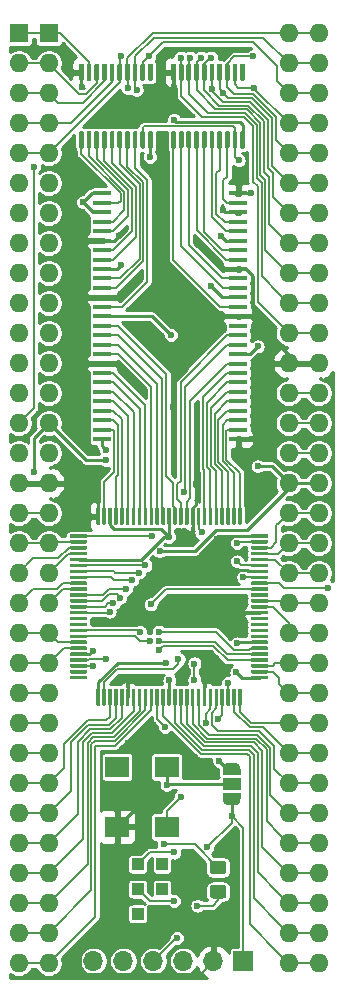
<source format=gbr>
%TF.GenerationSoftware,KiCad,Pcbnew,(5.1.10-1-10_14)*%
%TF.CreationDate,2022-03-12T11:50:30+00:00*%
%TF.ProjectId,altram_68k_r2,616c7472-616d-45f3-9638-6b5f72322e6b,2*%
%TF.SameCoordinates,Original*%
%TF.FileFunction,Copper,L1,Top*%
%TF.FilePolarity,Positive*%
%FSLAX46Y46*%
G04 Gerber Fmt 4.6, Leading zero omitted, Abs format (unit mm)*
G04 Created by KiCad (PCBNEW (5.1.10-1-10_14)) date 2022-03-12 11:50:30*
%MOMM*%
%LPD*%
G01*
G04 APERTURE LIST*
%TA.AperFunction,SMDPad,CuDef*%
%ADD10R,1.500000X1.000000*%
%TD*%
%TA.AperFunction,SMDPad,CuDef*%
%ADD11C,0.100000*%
%TD*%
%TA.AperFunction,ComponentPad*%
%ADD12O,1.600000X1.600000*%
%TD*%
%TA.AperFunction,ComponentPad*%
%ADD13R,1.600000X1.600000*%
%TD*%
%TA.AperFunction,ComponentPad*%
%ADD14R,1.000000X1.000000*%
%TD*%
%TA.AperFunction,ComponentPad*%
%ADD15O,1.700000X1.700000*%
%TD*%
%TA.AperFunction,ComponentPad*%
%ADD16R,1.700000X1.700000*%
%TD*%
%TA.AperFunction,SMDPad,CuDef*%
%ADD17R,2.000000X1.800000*%
%TD*%
%TA.AperFunction,SMDPad,CuDef*%
%ADD18R,1.510000X0.458000*%
%TD*%
%TA.AperFunction,ViaPad*%
%ADD19C,0.600000*%
%TD*%
%TA.AperFunction,Conductor*%
%ADD20C,0.240000*%
%TD*%
%TA.AperFunction,Conductor*%
%ADD21C,0.160000*%
%TD*%
%TA.AperFunction,Conductor*%
%ADD22C,0.254000*%
%TD*%
%TA.AperFunction,Conductor*%
%ADD23C,0.100000*%
%TD*%
G04 APERTURE END LIST*
%TO.P,D1,2*%
%TO.N,Net-(D1-Pad2)*%
%TA.AperFunction,SMDPad,CuDef*%
G36*
G01*
X147999999Y-127750000D02*
X148900001Y-127750000D01*
G75*
G02*
X149150000Y-127999999I0J-249999D01*
G01*
X149150000Y-128650001D01*
G75*
G02*
X148900001Y-128900000I-249999J0D01*
G01*
X147999999Y-128900000D01*
G75*
G02*
X147750000Y-128650001I0J249999D01*
G01*
X147750000Y-127999999D01*
G75*
G02*
X147999999Y-127750000I249999J0D01*
G01*
G37*
%TD.AperFunction*%
%TO.P,D1,1*%
%TO.N,/LED1*%
%TA.AperFunction,SMDPad,CuDef*%
G36*
G01*
X147999999Y-125700000D02*
X148900001Y-125700000D01*
G75*
G02*
X149150000Y-125949999I0J-249999D01*
G01*
X149150000Y-126600001D01*
G75*
G02*
X148900001Y-126850000I-249999J0D01*
G01*
X147999999Y-126850000D01*
G75*
G02*
X147750000Y-126600001I0J249999D01*
G01*
X147750000Y-125949999D01*
G75*
G02*
X147999999Y-125700000I249999J0D01*
G01*
G37*
%TD.AperFunction*%
%TD*%
D10*
%TO.P,JP1,2*%
%TO.N,Net-(C7-Pad1)*%
X149600000Y-119200000D03*
%TA.AperFunction,SMDPad,CuDef*%
D11*
%TO.P,JP1,3*%
%TO.N,VCC3*%
G36*
X150349398Y-120500000D02*
G01*
X150349398Y-120524534D01*
X150344588Y-120573365D01*
X150335016Y-120621490D01*
X150320772Y-120668445D01*
X150301995Y-120713778D01*
X150278864Y-120757051D01*
X150251604Y-120797850D01*
X150220476Y-120835779D01*
X150185779Y-120870476D01*
X150147850Y-120901604D01*
X150107051Y-120928864D01*
X150063778Y-120951995D01*
X150018445Y-120970772D01*
X149971490Y-120985016D01*
X149923365Y-120994588D01*
X149874534Y-120999398D01*
X149850000Y-120999398D01*
X149850000Y-121000000D01*
X149350000Y-121000000D01*
X149350000Y-120999398D01*
X149325466Y-120999398D01*
X149276635Y-120994588D01*
X149228510Y-120985016D01*
X149181555Y-120970772D01*
X149136222Y-120951995D01*
X149092949Y-120928864D01*
X149052150Y-120901604D01*
X149014221Y-120870476D01*
X148979524Y-120835779D01*
X148948396Y-120797850D01*
X148921136Y-120757051D01*
X148898005Y-120713778D01*
X148879228Y-120668445D01*
X148864984Y-120621490D01*
X148855412Y-120573365D01*
X148850602Y-120524534D01*
X148850602Y-120500000D01*
X148850000Y-120500000D01*
X148850000Y-119950000D01*
X150350000Y-119950000D01*
X150350000Y-120500000D01*
X150349398Y-120500000D01*
G37*
%TD.AperFunction*%
%TA.AperFunction,SMDPad,CuDef*%
%TO.P,JP1,1*%
%TO.N,VCC*%
G36*
X148850000Y-118450000D02*
G01*
X148850000Y-117900000D01*
X148850602Y-117900000D01*
X148850602Y-117875466D01*
X148855412Y-117826635D01*
X148864984Y-117778510D01*
X148879228Y-117731555D01*
X148898005Y-117686222D01*
X148921136Y-117642949D01*
X148948396Y-117602150D01*
X148979524Y-117564221D01*
X149014221Y-117529524D01*
X149052150Y-117498396D01*
X149092949Y-117471136D01*
X149136222Y-117448005D01*
X149181555Y-117429228D01*
X149228510Y-117414984D01*
X149276635Y-117405412D01*
X149325466Y-117400602D01*
X149350000Y-117400602D01*
X149350000Y-117400000D01*
X149850000Y-117400000D01*
X149850000Y-117400602D01*
X149874534Y-117400602D01*
X149923365Y-117405412D01*
X149971490Y-117414984D01*
X150018445Y-117429228D01*
X150063778Y-117448005D01*
X150107051Y-117471136D01*
X150147850Y-117498396D01*
X150185779Y-117529524D01*
X150220476Y-117564221D01*
X150251604Y-117602150D01*
X150278864Y-117642949D01*
X150301995Y-117686222D01*
X150320772Y-117731555D01*
X150335016Y-117778510D01*
X150344588Y-117826635D01*
X150349398Y-117875466D01*
X150349398Y-117900000D01*
X150350000Y-117900000D01*
X150350000Y-118450000D01*
X148850000Y-118450000D01*
G37*
%TD.AperFunction*%
%TD*%
%TO.P,U3,100*%
%TO.N,GND*%
%TA.AperFunction,SMDPad,CuDef*%
G36*
G01*
X138150000Y-97200000D02*
X138150000Y-95875000D01*
G75*
G02*
X138225000Y-95800000I75000J0D01*
G01*
X138375000Y-95800000D01*
G75*
G02*
X138450000Y-95875000I0J-75000D01*
G01*
X138450000Y-97200000D01*
G75*
G02*
X138375000Y-97275000I-75000J0D01*
G01*
X138225000Y-97275000D01*
G75*
G02*
X138150000Y-97200000I0J75000D01*
G01*
G37*
%TD.AperFunction*%
%TO.P,U3,99*%
%TO.N,MA3*%
%TA.AperFunction,SMDPad,CuDef*%
G36*
G01*
X138650000Y-97200000D02*
X138650000Y-95875000D01*
G75*
G02*
X138725000Y-95800000I75000J0D01*
G01*
X138875000Y-95800000D01*
G75*
G02*
X138950000Y-95875000I0J-75000D01*
G01*
X138950000Y-97200000D01*
G75*
G02*
X138875000Y-97275000I-75000J0D01*
G01*
X138725000Y-97275000D01*
G75*
G02*
X138650000Y-97200000I0J75000D01*
G01*
G37*
%TD.AperFunction*%
%TO.P,U3,98*%
%TO.N,VCC3*%
%TA.AperFunction,SMDPad,CuDef*%
G36*
G01*
X139150000Y-97200000D02*
X139150000Y-95875000D01*
G75*
G02*
X139225000Y-95800000I75000J0D01*
G01*
X139375000Y-95800000D01*
G75*
G02*
X139450000Y-95875000I0J-75000D01*
G01*
X139450000Y-97200000D01*
G75*
G02*
X139375000Y-97275000I-75000J0D01*
G01*
X139225000Y-97275000D01*
G75*
G02*
X139150000Y-97200000I0J75000D01*
G01*
G37*
%TD.AperFunction*%
%TO.P,U3,97*%
%TO.N,MA2*%
%TA.AperFunction,SMDPad,CuDef*%
G36*
G01*
X139650000Y-97200000D02*
X139650000Y-95875000D01*
G75*
G02*
X139725000Y-95800000I75000J0D01*
G01*
X139875000Y-95800000D01*
G75*
G02*
X139950000Y-95875000I0J-75000D01*
G01*
X139950000Y-97200000D01*
G75*
G02*
X139875000Y-97275000I-75000J0D01*
G01*
X139725000Y-97275000D01*
G75*
G02*
X139650000Y-97200000I0J75000D01*
G01*
G37*
%TD.AperFunction*%
%TO.P,U3,96*%
%TO.N,MA1*%
%TA.AperFunction,SMDPad,CuDef*%
G36*
G01*
X140150000Y-97200000D02*
X140150000Y-95875000D01*
G75*
G02*
X140225000Y-95800000I75000J0D01*
G01*
X140375000Y-95800000D01*
G75*
G02*
X140450000Y-95875000I0J-75000D01*
G01*
X140450000Y-97200000D01*
G75*
G02*
X140375000Y-97275000I-75000J0D01*
G01*
X140225000Y-97275000D01*
G75*
G02*
X140150000Y-97200000I0J75000D01*
G01*
G37*
%TD.AperFunction*%
%TO.P,U3,95*%
%TO.N,MA0*%
%TA.AperFunction,SMDPad,CuDef*%
G36*
G01*
X140650000Y-97200000D02*
X140650000Y-95875000D01*
G75*
G02*
X140725000Y-95800000I75000J0D01*
G01*
X140875000Y-95800000D01*
G75*
G02*
X140950000Y-95875000I0J-75000D01*
G01*
X140950000Y-97200000D01*
G75*
G02*
X140875000Y-97275000I-75000J0D01*
G01*
X140725000Y-97275000D01*
G75*
G02*
X140650000Y-97200000I0J75000D01*
G01*
G37*
%TD.AperFunction*%
%TO.P,U3,94*%
%TO.N,MA10*%
%TA.AperFunction,SMDPad,CuDef*%
G36*
G01*
X141150000Y-97200000D02*
X141150000Y-95875000D01*
G75*
G02*
X141225000Y-95800000I75000J0D01*
G01*
X141375000Y-95800000D01*
G75*
G02*
X141450000Y-95875000I0J-75000D01*
G01*
X141450000Y-97200000D01*
G75*
G02*
X141375000Y-97275000I-75000J0D01*
G01*
X141225000Y-97275000D01*
G75*
G02*
X141150000Y-97200000I0J75000D01*
G01*
G37*
%TD.AperFunction*%
%TO.P,U3,93*%
%TO.N,BA1*%
%TA.AperFunction,SMDPad,CuDef*%
G36*
G01*
X141650000Y-97200000D02*
X141650000Y-95875000D01*
G75*
G02*
X141725000Y-95800000I75000J0D01*
G01*
X141875000Y-95800000D01*
G75*
G02*
X141950000Y-95875000I0J-75000D01*
G01*
X141950000Y-97200000D01*
G75*
G02*
X141875000Y-97275000I-75000J0D01*
G01*
X141725000Y-97275000D01*
G75*
G02*
X141650000Y-97200000I0J75000D01*
G01*
G37*
%TD.AperFunction*%
%TO.P,U3,92*%
%TO.N,BA0*%
%TA.AperFunction,SMDPad,CuDef*%
G36*
G01*
X142150000Y-97200000D02*
X142150000Y-95875000D01*
G75*
G02*
X142225000Y-95800000I75000J0D01*
G01*
X142375000Y-95800000D01*
G75*
G02*
X142450000Y-95875000I0J-75000D01*
G01*
X142450000Y-97200000D01*
G75*
G02*
X142375000Y-97275000I-75000J0D01*
G01*
X142225000Y-97275000D01*
G75*
G02*
X142150000Y-97200000I0J75000D01*
G01*
G37*
%TD.AperFunction*%
%TO.P,U3,91*%
%TO.N,~RAS*%
%TA.AperFunction,SMDPad,CuDef*%
G36*
G01*
X142650000Y-97200000D02*
X142650000Y-95875000D01*
G75*
G02*
X142725000Y-95800000I75000J0D01*
G01*
X142875000Y-95800000D01*
G75*
G02*
X142950000Y-95875000I0J-75000D01*
G01*
X142950000Y-97200000D01*
G75*
G02*
X142875000Y-97275000I-75000J0D01*
G01*
X142725000Y-97275000D01*
G75*
G02*
X142650000Y-97200000I0J75000D01*
G01*
G37*
%TD.AperFunction*%
%TO.P,U3,90*%
%TO.N,~CAS*%
%TA.AperFunction,SMDPad,CuDef*%
G36*
G01*
X143150000Y-97200000D02*
X143150000Y-95875000D01*
G75*
G02*
X143225000Y-95800000I75000J0D01*
G01*
X143375000Y-95800000D01*
G75*
G02*
X143450000Y-95875000I0J-75000D01*
G01*
X143450000Y-97200000D01*
G75*
G02*
X143375000Y-97275000I-75000J0D01*
G01*
X143225000Y-97275000D01*
G75*
G02*
X143150000Y-97200000I0J75000D01*
G01*
G37*
%TD.AperFunction*%
%TO.P,U3,89*%
%TO.N,~RAMWE*%
%TA.AperFunction,SMDPad,CuDef*%
G36*
G01*
X143650000Y-97200000D02*
X143650000Y-95875000D01*
G75*
G02*
X143725000Y-95800000I75000J0D01*
G01*
X143875000Y-95800000D01*
G75*
G02*
X143950000Y-95875000I0J-75000D01*
G01*
X143950000Y-97200000D01*
G75*
G02*
X143875000Y-97275000I-75000J0D01*
G01*
X143725000Y-97275000D01*
G75*
G02*
X143650000Y-97200000I0J75000D01*
G01*
G37*
%TD.AperFunction*%
%TO.P,U3,88*%
%TO.N,VCC3*%
%TA.AperFunction,SMDPad,CuDef*%
G36*
G01*
X144150000Y-97200000D02*
X144150000Y-95875000D01*
G75*
G02*
X144225000Y-95800000I75000J0D01*
G01*
X144375000Y-95800000D01*
G75*
G02*
X144450000Y-95875000I0J-75000D01*
G01*
X144450000Y-97200000D01*
G75*
G02*
X144375000Y-97275000I-75000J0D01*
G01*
X144225000Y-97275000D01*
G75*
G02*
X144150000Y-97200000I0J75000D01*
G01*
G37*
%TD.AperFunction*%
%TO.P,U3,87*%
%TO.N,DQM0*%
%TA.AperFunction,SMDPad,CuDef*%
G36*
G01*
X144650000Y-97200000D02*
X144650000Y-95875000D01*
G75*
G02*
X144725000Y-95800000I75000J0D01*
G01*
X144875000Y-95800000D01*
G75*
G02*
X144950000Y-95875000I0J-75000D01*
G01*
X144950000Y-97200000D01*
G75*
G02*
X144875000Y-97275000I-75000J0D01*
G01*
X144725000Y-97275000D01*
G75*
G02*
X144650000Y-97200000I0J75000D01*
G01*
G37*
%TD.AperFunction*%
%TO.P,U3,86*%
%TO.N,DQM1*%
%TA.AperFunction,SMDPad,CuDef*%
G36*
G01*
X145150000Y-97200000D02*
X145150000Y-95875000D01*
G75*
G02*
X145225000Y-95800000I75000J0D01*
G01*
X145375000Y-95800000D01*
G75*
G02*
X145450000Y-95875000I0J-75000D01*
G01*
X145450000Y-97200000D01*
G75*
G02*
X145375000Y-97275000I-75000J0D01*
G01*
X145225000Y-97275000D01*
G75*
G02*
X145150000Y-97200000I0J75000D01*
G01*
G37*
%TD.AperFunction*%
%TO.P,U3,85*%
%TO.N,MA12*%
%TA.AperFunction,SMDPad,CuDef*%
G36*
G01*
X145650000Y-97200000D02*
X145650000Y-95875000D01*
G75*
G02*
X145725000Y-95800000I75000J0D01*
G01*
X145875000Y-95800000D01*
G75*
G02*
X145950000Y-95875000I0J-75000D01*
G01*
X145950000Y-97200000D01*
G75*
G02*
X145875000Y-97275000I-75000J0D01*
G01*
X145725000Y-97275000D01*
G75*
G02*
X145650000Y-97200000I0J75000D01*
G01*
G37*
%TD.AperFunction*%
%TO.P,U3,84*%
%TO.N,GND*%
%TA.AperFunction,SMDPad,CuDef*%
G36*
G01*
X146150000Y-97200000D02*
X146150000Y-95875000D01*
G75*
G02*
X146225000Y-95800000I75000J0D01*
G01*
X146375000Y-95800000D01*
G75*
G02*
X146450000Y-95875000I0J-75000D01*
G01*
X146450000Y-97200000D01*
G75*
G02*
X146375000Y-97275000I-75000J0D01*
G01*
X146225000Y-97275000D01*
G75*
G02*
X146150000Y-97200000I0J75000D01*
G01*
G37*
%TD.AperFunction*%
%TO.P,U3,83*%
%TO.N,/TDO*%
%TA.AperFunction,SMDPad,CuDef*%
G36*
G01*
X146650000Y-97200000D02*
X146650000Y-95875000D01*
G75*
G02*
X146725000Y-95800000I75000J0D01*
G01*
X146875000Y-95800000D01*
G75*
G02*
X146950000Y-95875000I0J-75000D01*
G01*
X146950000Y-97200000D01*
G75*
G02*
X146875000Y-97275000I-75000J0D01*
G01*
X146725000Y-97275000D01*
G75*
G02*
X146650000Y-97200000I0J75000D01*
G01*
G37*
%TD.AperFunction*%
%TO.P,U3,82*%
%TO.N,MA11*%
%TA.AperFunction,SMDPad,CuDef*%
G36*
G01*
X147150000Y-97200000D02*
X147150000Y-95875000D01*
G75*
G02*
X147225000Y-95800000I75000J0D01*
G01*
X147375000Y-95800000D01*
G75*
G02*
X147450000Y-95875000I0J-75000D01*
G01*
X147450000Y-97200000D01*
G75*
G02*
X147375000Y-97275000I-75000J0D01*
G01*
X147225000Y-97275000D01*
G75*
G02*
X147150000Y-97200000I0J75000D01*
G01*
G37*
%TD.AperFunction*%
%TO.P,U3,81*%
%TO.N,MA9*%
%TA.AperFunction,SMDPad,CuDef*%
G36*
G01*
X147650000Y-97200000D02*
X147650000Y-95875000D01*
G75*
G02*
X147725000Y-95800000I75000J0D01*
G01*
X147875000Y-95800000D01*
G75*
G02*
X147950000Y-95875000I0J-75000D01*
G01*
X147950000Y-97200000D01*
G75*
G02*
X147875000Y-97275000I-75000J0D01*
G01*
X147725000Y-97275000D01*
G75*
G02*
X147650000Y-97200000I0J75000D01*
G01*
G37*
%TD.AperFunction*%
%TO.P,U3,80*%
%TO.N,MA8*%
%TA.AperFunction,SMDPad,CuDef*%
G36*
G01*
X148150000Y-97200000D02*
X148150000Y-95875000D01*
G75*
G02*
X148225000Y-95800000I75000J0D01*
G01*
X148375000Y-95800000D01*
G75*
G02*
X148450000Y-95875000I0J-75000D01*
G01*
X148450000Y-97200000D01*
G75*
G02*
X148375000Y-97275000I-75000J0D01*
G01*
X148225000Y-97275000D01*
G75*
G02*
X148150000Y-97200000I0J75000D01*
G01*
G37*
%TD.AperFunction*%
%TO.P,U3,79*%
%TO.N,MA7*%
%TA.AperFunction,SMDPad,CuDef*%
G36*
G01*
X148650000Y-97200000D02*
X148650000Y-95875000D01*
G75*
G02*
X148725000Y-95800000I75000J0D01*
G01*
X148875000Y-95800000D01*
G75*
G02*
X148950000Y-95875000I0J-75000D01*
G01*
X148950000Y-97200000D01*
G75*
G02*
X148875000Y-97275000I-75000J0D01*
G01*
X148725000Y-97275000D01*
G75*
G02*
X148650000Y-97200000I0J75000D01*
G01*
G37*
%TD.AperFunction*%
%TO.P,U3,78*%
%TO.N,MA6*%
%TA.AperFunction,SMDPad,CuDef*%
G36*
G01*
X149150000Y-97200000D02*
X149150000Y-95875000D01*
G75*
G02*
X149225000Y-95800000I75000J0D01*
G01*
X149375000Y-95800000D01*
G75*
G02*
X149450000Y-95875000I0J-75000D01*
G01*
X149450000Y-97200000D01*
G75*
G02*
X149375000Y-97275000I-75000J0D01*
G01*
X149225000Y-97275000D01*
G75*
G02*
X149150000Y-97200000I0J75000D01*
G01*
G37*
%TD.AperFunction*%
%TO.P,U3,77*%
%TO.N,MA5*%
%TA.AperFunction,SMDPad,CuDef*%
G36*
G01*
X149650000Y-97200000D02*
X149650000Y-95875000D01*
G75*
G02*
X149725000Y-95800000I75000J0D01*
G01*
X149875000Y-95800000D01*
G75*
G02*
X149950000Y-95875000I0J-75000D01*
G01*
X149950000Y-97200000D01*
G75*
G02*
X149875000Y-97275000I-75000J0D01*
G01*
X149725000Y-97275000D01*
G75*
G02*
X149650000Y-97200000I0J75000D01*
G01*
G37*
%TD.AperFunction*%
%TO.P,U3,76*%
%TO.N,MA4*%
%TA.AperFunction,SMDPad,CuDef*%
G36*
G01*
X150150000Y-97200000D02*
X150150000Y-95875000D01*
G75*
G02*
X150225000Y-95800000I75000J0D01*
G01*
X150375000Y-95800000D01*
G75*
G02*
X150450000Y-95875000I0J-75000D01*
G01*
X150450000Y-97200000D01*
G75*
G02*
X150375000Y-97275000I-75000J0D01*
G01*
X150225000Y-97275000D01*
G75*
G02*
X150150000Y-97200000I0J75000D01*
G01*
G37*
%TD.AperFunction*%
%TO.P,U3,75*%
%TO.N,GND*%
%TA.AperFunction,SMDPad,CuDef*%
G36*
G01*
X151225000Y-98275000D02*
X151225000Y-98125000D01*
G75*
G02*
X151300000Y-98050000I75000J0D01*
G01*
X152625000Y-98050000D01*
G75*
G02*
X152700000Y-98125000I0J-75000D01*
G01*
X152700000Y-98275000D01*
G75*
G02*
X152625000Y-98350000I-75000J0D01*
G01*
X151300000Y-98350000D01*
G75*
G02*
X151225000Y-98275000I0J75000D01*
G01*
G37*
%TD.AperFunction*%
%TO.P,U3,74*%
%TO.N,A23*%
%TA.AperFunction,SMDPad,CuDef*%
G36*
G01*
X151225000Y-98775000D02*
X151225000Y-98625000D01*
G75*
G02*
X151300000Y-98550000I75000J0D01*
G01*
X152625000Y-98550000D01*
G75*
G02*
X152700000Y-98625000I0J-75000D01*
G01*
X152700000Y-98775000D01*
G75*
G02*
X152625000Y-98850000I-75000J0D01*
G01*
X151300000Y-98850000D01*
G75*
G02*
X151225000Y-98775000I0J75000D01*
G01*
G37*
%TD.AperFunction*%
%TO.P,U3,73*%
%TO.N,A20*%
%TA.AperFunction,SMDPad,CuDef*%
G36*
G01*
X151225000Y-99275000D02*
X151225000Y-99125000D01*
G75*
G02*
X151300000Y-99050000I75000J0D01*
G01*
X152625000Y-99050000D01*
G75*
G02*
X152700000Y-99125000I0J-75000D01*
G01*
X152700000Y-99275000D01*
G75*
G02*
X152625000Y-99350000I-75000J0D01*
G01*
X151300000Y-99350000D01*
G75*
G02*
X151225000Y-99275000I0J75000D01*
G01*
G37*
%TD.AperFunction*%
%TO.P,U3,72*%
%TO.N,A19*%
%TA.AperFunction,SMDPad,CuDef*%
G36*
G01*
X151225000Y-99775000D02*
X151225000Y-99625000D01*
G75*
G02*
X151300000Y-99550000I75000J0D01*
G01*
X152625000Y-99550000D01*
G75*
G02*
X152700000Y-99625000I0J-75000D01*
G01*
X152700000Y-99775000D01*
G75*
G02*
X152625000Y-99850000I-75000J0D01*
G01*
X151300000Y-99850000D01*
G75*
G02*
X151225000Y-99775000I0J75000D01*
G01*
G37*
%TD.AperFunction*%
%TO.P,U3,71*%
%TO.N,A18*%
%TA.AperFunction,SMDPad,CuDef*%
G36*
G01*
X151225000Y-100275000D02*
X151225000Y-100125000D01*
G75*
G02*
X151300000Y-100050000I75000J0D01*
G01*
X152625000Y-100050000D01*
G75*
G02*
X152700000Y-100125000I0J-75000D01*
G01*
X152700000Y-100275000D01*
G75*
G02*
X152625000Y-100350000I-75000J0D01*
G01*
X151300000Y-100350000D01*
G75*
G02*
X151225000Y-100275000I0J75000D01*
G01*
G37*
%TD.AperFunction*%
%TO.P,U3,70*%
%TO.N,A22*%
%TA.AperFunction,SMDPad,CuDef*%
G36*
G01*
X151225000Y-100775000D02*
X151225000Y-100625000D01*
G75*
G02*
X151300000Y-100550000I75000J0D01*
G01*
X152625000Y-100550000D01*
G75*
G02*
X152700000Y-100625000I0J-75000D01*
G01*
X152700000Y-100775000D01*
G75*
G02*
X152625000Y-100850000I-75000J0D01*
G01*
X151300000Y-100850000D01*
G75*
G02*
X151225000Y-100775000I0J75000D01*
G01*
G37*
%TD.AperFunction*%
%TO.P,U3,69*%
%TO.N,GND*%
%TA.AperFunction,SMDPad,CuDef*%
G36*
G01*
X151225000Y-101275000D02*
X151225000Y-101125000D01*
G75*
G02*
X151300000Y-101050000I75000J0D01*
G01*
X152625000Y-101050000D01*
G75*
G02*
X152700000Y-101125000I0J-75000D01*
G01*
X152700000Y-101275000D01*
G75*
G02*
X152625000Y-101350000I-75000J0D01*
G01*
X151300000Y-101350000D01*
G75*
G02*
X151225000Y-101275000I0J75000D01*
G01*
G37*
%TD.AperFunction*%
%TO.P,U3,68*%
%TO.N,A21*%
%TA.AperFunction,SMDPad,CuDef*%
G36*
G01*
X151225000Y-101775000D02*
X151225000Y-101625000D01*
G75*
G02*
X151300000Y-101550000I75000J0D01*
G01*
X152625000Y-101550000D01*
G75*
G02*
X152700000Y-101625000I0J-75000D01*
G01*
X152700000Y-101775000D01*
G75*
G02*
X152625000Y-101850000I-75000J0D01*
G01*
X151300000Y-101850000D01*
G75*
G02*
X151225000Y-101775000I0J75000D01*
G01*
G37*
%TD.AperFunction*%
%TO.P,U3,67*%
%TO.N,~BOE*%
%TA.AperFunction,SMDPad,CuDef*%
G36*
G01*
X151225000Y-102275000D02*
X151225000Y-102125000D01*
G75*
G02*
X151300000Y-102050000I75000J0D01*
G01*
X152625000Y-102050000D01*
G75*
G02*
X152700000Y-102125000I0J-75000D01*
G01*
X152700000Y-102275000D01*
G75*
G02*
X152625000Y-102350000I-75000J0D01*
G01*
X151300000Y-102350000D01*
G75*
G02*
X151225000Y-102275000I0J75000D01*
G01*
G37*
%TD.AperFunction*%
%TO.P,U3,66*%
%TO.N,/TP3*%
%TA.AperFunction,SMDPad,CuDef*%
G36*
G01*
X151225000Y-102775000D02*
X151225000Y-102625000D01*
G75*
G02*
X151300000Y-102550000I75000J0D01*
G01*
X152625000Y-102550000D01*
G75*
G02*
X152700000Y-102625000I0J-75000D01*
G01*
X152700000Y-102775000D01*
G75*
G02*
X152625000Y-102850000I-75000J0D01*
G01*
X151300000Y-102850000D01*
G75*
G02*
X151225000Y-102775000I0J75000D01*
G01*
G37*
%TD.AperFunction*%
%TO.P,U3,65*%
%TO.N,Net-(U3-Pad65)*%
%TA.AperFunction,SMDPad,CuDef*%
G36*
G01*
X151225000Y-103275000D02*
X151225000Y-103125000D01*
G75*
G02*
X151300000Y-103050000I75000J0D01*
G01*
X152625000Y-103050000D01*
G75*
G02*
X152700000Y-103125000I0J-75000D01*
G01*
X152700000Y-103275000D01*
G75*
G02*
X152625000Y-103350000I-75000J0D01*
G01*
X151300000Y-103350000D01*
G75*
G02*
X151225000Y-103275000I0J75000D01*
G01*
G37*
%TD.AperFunction*%
%TO.P,U3,64*%
%TO.N,A17*%
%TA.AperFunction,SMDPad,CuDef*%
G36*
G01*
X151225000Y-103775000D02*
X151225000Y-103625000D01*
G75*
G02*
X151300000Y-103550000I75000J0D01*
G01*
X152625000Y-103550000D01*
G75*
G02*
X152700000Y-103625000I0J-75000D01*
G01*
X152700000Y-103775000D01*
G75*
G02*
X152625000Y-103850000I-75000J0D01*
G01*
X151300000Y-103850000D01*
G75*
G02*
X151225000Y-103775000I0J75000D01*
G01*
G37*
%TD.AperFunction*%
%TO.P,U3,63*%
%TO.N,A16*%
%TA.AperFunction,SMDPad,CuDef*%
G36*
G01*
X151225000Y-104275000D02*
X151225000Y-104125000D01*
G75*
G02*
X151300000Y-104050000I75000J0D01*
G01*
X152625000Y-104050000D01*
G75*
G02*
X152700000Y-104125000I0J-75000D01*
G01*
X152700000Y-104275000D01*
G75*
G02*
X152625000Y-104350000I-75000J0D01*
G01*
X151300000Y-104350000D01*
G75*
G02*
X151225000Y-104275000I0J75000D01*
G01*
G37*
%TD.AperFunction*%
%TO.P,U3,62*%
%TO.N,GND*%
%TA.AperFunction,SMDPad,CuDef*%
G36*
G01*
X151225000Y-104775000D02*
X151225000Y-104625000D01*
G75*
G02*
X151300000Y-104550000I75000J0D01*
G01*
X152625000Y-104550000D01*
G75*
G02*
X152700000Y-104625000I0J-75000D01*
G01*
X152700000Y-104775000D01*
G75*
G02*
X152625000Y-104850000I-75000J0D01*
G01*
X151300000Y-104850000D01*
G75*
G02*
X151225000Y-104775000I0J75000D01*
G01*
G37*
%TD.AperFunction*%
%TO.P,U3,61*%
%TO.N,Net-(U3-Pad61)*%
%TA.AperFunction,SMDPad,CuDef*%
G36*
G01*
X151225000Y-105275000D02*
X151225000Y-105125000D01*
G75*
G02*
X151300000Y-105050000I75000J0D01*
G01*
X152625000Y-105050000D01*
G75*
G02*
X152700000Y-105125000I0J-75000D01*
G01*
X152700000Y-105275000D01*
G75*
G02*
X152625000Y-105350000I-75000J0D01*
G01*
X151300000Y-105350000D01*
G75*
G02*
X151225000Y-105275000I0J75000D01*
G01*
G37*
%TD.AperFunction*%
%TO.P,U3,60*%
%TO.N,Net-(U3-Pad60)*%
%TA.AperFunction,SMDPad,CuDef*%
G36*
G01*
X151225000Y-105775000D02*
X151225000Y-105625000D01*
G75*
G02*
X151300000Y-105550000I75000J0D01*
G01*
X152625000Y-105550000D01*
G75*
G02*
X152700000Y-105625000I0J-75000D01*
G01*
X152700000Y-105775000D01*
G75*
G02*
X152625000Y-105850000I-75000J0D01*
G01*
X151300000Y-105850000D01*
G75*
G02*
X151225000Y-105775000I0J75000D01*
G01*
G37*
%TD.AperFunction*%
%TO.P,U3,59*%
%TO.N,Net-(U3-Pad59)*%
%TA.AperFunction,SMDPad,CuDef*%
G36*
G01*
X151225000Y-106275000D02*
X151225000Y-106125000D01*
G75*
G02*
X151300000Y-106050000I75000J0D01*
G01*
X152625000Y-106050000D01*
G75*
G02*
X152700000Y-106125000I0J-75000D01*
G01*
X152700000Y-106275000D01*
G75*
G02*
X152625000Y-106350000I-75000J0D01*
G01*
X151300000Y-106350000D01*
G75*
G02*
X151225000Y-106275000I0J75000D01*
G01*
G37*
%TD.AperFunction*%
%TO.P,U3,58*%
%TO.N,Net-(U3-Pad58)*%
%TA.AperFunction,SMDPad,CuDef*%
G36*
G01*
X151225000Y-106775000D02*
X151225000Y-106625000D01*
G75*
G02*
X151300000Y-106550000I75000J0D01*
G01*
X152625000Y-106550000D01*
G75*
G02*
X152700000Y-106625000I0J-75000D01*
G01*
X152700000Y-106775000D01*
G75*
G02*
X152625000Y-106850000I-75000J0D01*
G01*
X151300000Y-106850000D01*
G75*
G02*
X151225000Y-106775000I0J75000D01*
G01*
G37*
%TD.AperFunction*%
%TO.P,U3,57*%
%TO.N,VCC3*%
%TA.AperFunction,SMDPad,CuDef*%
G36*
G01*
X151225000Y-107275000D02*
X151225000Y-107125000D01*
G75*
G02*
X151300000Y-107050000I75000J0D01*
G01*
X152625000Y-107050000D01*
G75*
G02*
X152700000Y-107125000I0J-75000D01*
G01*
X152700000Y-107275000D01*
G75*
G02*
X152625000Y-107350000I-75000J0D01*
G01*
X151300000Y-107350000D01*
G75*
G02*
X151225000Y-107275000I0J75000D01*
G01*
G37*
%TD.AperFunction*%
%TO.P,U3,56*%
%TO.N,/LED1*%
%TA.AperFunction,SMDPad,CuDef*%
G36*
G01*
X151225000Y-107775000D02*
X151225000Y-107625000D01*
G75*
G02*
X151300000Y-107550000I75000J0D01*
G01*
X152625000Y-107550000D01*
G75*
G02*
X152700000Y-107625000I0J-75000D01*
G01*
X152700000Y-107775000D01*
G75*
G02*
X152625000Y-107850000I-75000J0D01*
G01*
X151300000Y-107850000D01*
G75*
G02*
X151225000Y-107775000I0J75000D01*
G01*
G37*
%TD.AperFunction*%
%TO.P,U3,55*%
%TO.N,/TP5*%
%TA.AperFunction,SMDPad,CuDef*%
G36*
G01*
X151225000Y-108275000D02*
X151225000Y-108125000D01*
G75*
G02*
X151300000Y-108050000I75000J0D01*
G01*
X152625000Y-108050000D01*
G75*
G02*
X152700000Y-108125000I0J-75000D01*
G01*
X152700000Y-108275000D01*
G75*
G02*
X152625000Y-108350000I-75000J0D01*
G01*
X151300000Y-108350000D01*
G75*
G02*
X151225000Y-108275000I0J75000D01*
G01*
G37*
%TD.AperFunction*%
%TO.P,U3,54*%
%TO.N,/TP4*%
%TA.AperFunction,SMDPad,CuDef*%
G36*
G01*
X151225000Y-108775000D02*
X151225000Y-108625000D01*
G75*
G02*
X151300000Y-108550000I75000J0D01*
G01*
X152625000Y-108550000D01*
G75*
G02*
X152700000Y-108625000I0J-75000D01*
G01*
X152700000Y-108775000D01*
G75*
G02*
X152625000Y-108850000I-75000J0D01*
G01*
X151300000Y-108850000D01*
G75*
G02*
X151225000Y-108775000I0J75000D01*
G01*
G37*
%TD.AperFunction*%
%TO.P,U3,53*%
%TO.N,A15*%
%TA.AperFunction,SMDPad,CuDef*%
G36*
G01*
X151225000Y-109275000D02*
X151225000Y-109125000D01*
G75*
G02*
X151300000Y-109050000I75000J0D01*
G01*
X152625000Y-109050000D01*
G75*
G02*
X152700000Y-109125000I0J-75000D01*
G01*
X152700000Y-109275000D01*
G75*
G02*
X152625000Y-109350000I-75000J0D01*
G01*
X151300000Y-109350000D01*
G75*
G02*
X151225000Y-109275000I0J75000D01*
G01*
G37*
%TD.AperFunction*%
%TO.P,U3,52*%
%TO.N,A14*%
%TA.AperFunction,SMDPad,CuDef*%
G36*
G01*
X151225000Y-109775000D02*
X151225000Y-109625000D01*
G75*
G02*
X151300000Y-109550000I75000J0D01*
G01*
X152625000Y-109550000D01*
G75*
G02*
X152700000Y-109625000I0J-75000D01*
G01*
X152700000Y-109775000D01*
G75*
G02*
X152625000Y-109850000I-75000J0D01*
G01*
X151300000Y-109850000D01*
G75*
G02*
X151225000Y-109775000I0J75000D01*
G01*
G37*
%TD.AperFunction*%
%TO.P,U3,51*%
%TO.N,VCC3*%
%TA.AperFunction,SMDPad,CuDef*%
G36*
G01*
X151225000Y-110275000D02*
X151225000Y-110125000D01*
G75*
G02*
X151300000Y-110050000I75000J0D01*
G01*
X152625000Y-110050000D01*
G75*
G02*
X152700000Y-110125000I0J-75000D01*
G01*
X152700000Y-110275000D01*
G75*
G02*
X152625000Y-110350000I-75000J0D01*
G01*
X151300000Y-110350000D01*
G75*
G02*
X151225000Y-110275000I0J75000D01*
G01*
G37*
%TD.AperFunction*%
%TO.P,U3,50*%
%TO.N,A13*%
%TA.AperFunction,SMDPad,CuDef*%
G36*
G01*
X150150000Y-112525000D02*
X150150000Y-111200000D01*
G75*
G02*
X150225000Y-111125000I75000J0D01*
G01*
X150375000Y-111125000D01*
G75*
G02*
X150450000Y-111200000I0J-75000D01*
G01*
X150450000Y-112525000D01*
G75*
G02*
X150375000Y-112600000I-75000J0D01*
G01*
X150225000Y-112600000D01*
G75*
G02*
X150150000Y-112525000I0J75000D01*
G01*
G37*
%TD.AperFunction*%
%TO.P,U3,49*%
%TO.N,A12*%
%TA.AperFunction,SMDPad,CuDef*%
G36*
G01*
X149650000Y-112525000D02*
X149650000Y-111200000D01*
G75*
G02*
X149725000Y-111125000I75000J0D01*
G01*
X149875000Y-111125000D01*
G75*
G02*
X149950000Y-111200000I0J-75000D01*
G01*
X149950000Y-112525000D01*
G75*
G02*
X149875000Y-112600000I-75000J0D01*
G01*
X149725000Y-112600000D01*
G75*
G02*
X149650000Y-112525000I0J75000D01*
G01*
G37*
%TD.AperFunction*%
%TO.P,U3,48*%
%TO.N,/TCK*%
%TA.AperFunction,SMDPad,CuDef*%
G36*
G01*
X149150000Y-112525000D02*
X149150000Y-111200000D01*
G75*
G02*
X149225000Y-111125000I75000J0D01*
G01*
X149375000Y-111125000D01*
G75*
G02*
X149450000Y-111200000I0J-75000D01*
G01*
X149450000Y-112525000D01*
G75*
G02*
X149375000Y-112600000I-75000J0D01*
G01*
X149225000Y-112600000D01*
G75*
G02*
X149150000Y-112525000I0J75000D01*
G01*
G37*
%TD.AperFunction*%
%TO.P,U3,47*%
%TO.N,/TMS*%
%TA.AperFunction,SMDPad,CuDef*%
G36*
G01*
X148650000Y-112525000D02*
X148650000Y-111200000D01*
G75*
G02*
X148725000Y-111125000I75000J0D01*
G01*
X148875000Y-111125000D01*
G75*
G02*
X148950000Y-111200000I0J-75000D01*
G01*
X148950000Y-112525000D01*
G75*
G02*
X148875000Y-112600000I-75000J0D01*
G01*
X148725000Y-112600000D01*
G75*
G02*
X148650000Y-112525000I0J75000D01*
G01*
G37*
%TD.AperFunction*%
%TO.P,U3,46*%
%TO.N,A11*%
%TA.AperFunction,SMDPad,CuDef*%
G36*
G01*
X148150000Y-112525000D02*
X148150000Y-111200000D01*
G75*
G02*
X148225000Y-111125000I75000J0D01*
G01*
X148375000Y-111125000D01*
G75*
G02*
X148450000Y-111200000I0J-75000D01*
G01*
X148450000Y-112525000D01*
G75*
G02*
X148375000Y-112600000I-75000J0D01*
G01*
X148225000Y-112600000D01*
G75*
G02*
X148150000Y-112525000I0J75000D01*
G01*
G37*
%TD.AperFunction*%
%TO.P,U3,45*%
%TO.N,/TDI*%
%TA.AperFunction,SMDPad,CuDef*%
G36*
G01*
X147650000Y-112525000D02*
X147650000Y-111200000D01*
G75*
G02*
X147725000Y-111125000I75000J0D01*
G01*
X147875000Y-111125000D01*
G75*
G02*
X147950000Y-111200000I0J-75000D01*
G01*
X147950000Y-112525000D01*
G75*
G02*
X147875000Y-112600000I-75000J0D01*
G01*
X147725000Y-112600000D01*
G75*
G02*
X147650000Y-112525000I0J75000D01*
G01*
G37*
%TD.AperFunction*%
%TO.P,U3,44*%
%TO.N,GND*%
%TA.AperFunction,SMDPad,CuDef*%
G36*
G01*
X147150000Y-112525000D02*
X147150000Y-111200000D01*
G75*
G02*
X147225000Y-111125000I75000J0D01*
G01*
X147375000Y-111125000D01*
G75*
G02*
X147450000Y-111200000I0J-75000D01*
G01*
X147450000Y-112525000D01*
G75*
G02*
X147375000Y-112600000I-75000J0D01*
G01*
X147225000Y-112600000D01*
G75*
G02*
X147150000Y-112525000I0J75000D01*
G01*
G37*
%TD.AperFunction*%
%TO.P,U3,43*%
%TO.N,A10*%
%TA.AperFunction,SMDPad,CuDef*%
G36*
G01*
X146650000Y-112525000D02*
X146650000Y-111200000D01*
G75*
G02*
X146725000Y-111125000I75000J0D01*
G01*
X146875000Y-111125000D01*
G75*
G02*
X146950000Y-111200000I0J-75000D01*
G01*
X146950000Y-112525000D01*
G75*
G02*
X146875000Y-112600000I-75000J0D01*
G01*
X146725000Y-112600000D01*
G75*
G02*
X146650000Y-112525000I0J75000D01*
G01*
G37*
%TD.AperFunction*%
%TO.P,U3,42*%
%TO.N,A9*%
%TA.AperFunction,SMDPad,CuDef*%
G36*
G01*
X146150000Y-112525000D02*
X146150000Y-111200000D01*
G75*
G02*
X146225000Y-111125000I75000J0D01*
G01*
X146375000Y-111125000D01*
G75*
G02*
X146450000Y-111200000I0J-75000D01*
G01*
X146450000Y-112525000D01*
G75*
G02*
X146375000Y-112600000I-75000J0D01*
G01*
X146225000Y-112600000D01*
G75*
G02*
X146150000Y-112525000I0J75000D01*
G01*
G37*
%TD.AperFunction*%
%TO.P,U3,41*%
%TO.N,A8*%
%TA.AperFunction,SMDPad,CuDef*%
G36*
G01*
X145650000Y-112525000D02*
X145650000Y-111200000D01*
G75*
G02*
X145725000Y-111125000I75000J0D01*
G01*
X145875000Y-111125000D01*
G75*
G02*
X145950000Y-111200000I0J-75000D01*
G01*
X145950000Y-112525000D01*
G75*
G02*
X145875000Y-112600000I-75000J0D01*
G01*
X145725000Y-112600000D01*
G75*
G02*
X145650000Y-112525000I0J75000D01*
G01*
G37*
%TD.AperFunction*%
%TO.P,U3,40*%
%TO.N,A7*%
%TA.AperFunction,SMDPad,CuDef*%
G36*
G01*
X145150000Y-112525000D02*
X145150000Y-111200000D01*
G75*
G02*
X145225000Y-111125000I75000J0D01*
G01*
X145375000Y-111125000D01*
G75*
G02*
X145450000Y-111200000I0J-75000D01*
G01*
X145450000Y-112525000D01*
G75*
G02*
X145375000Y-112600000I-75000J0D01*
G01*
X145225000Y-112600000D01*
G75*
G02*
X145150000Y-112525000I0J75000D01*
G01*
G37*
%TD.AperFunction*%
%TO.P,U3,39*%
%TO.N,A6*%
%TA.AperFunction,SMDPad,CuDef*%
G36*
G01*
X144650000Y-112525000D02*
X144650000Y-111200000D01*
G75*
G02*
X144725000Y-111125000I75000J0D01*
G01*
X144875000Y-111125000D01*
G75*
G02*
X144950000Y-111200000I0J-75000D01*
G01*
X144950000Y-112525000D01*
G75*
G02*
X144875000Y-112600000I-75000J0D01*
G01*
X144725000Y-112600000D01*
G75*
G02*
X144650000Y-112525000I0J75000D01*
G01*
G37*
%TD.AperFunction*%
%TO.P,U3,38*%
%TO.N,VCC3*%
%TA.AperFunction,SMDPad,CuDef*%
G36*
G01*
X144150000Y-112525000D02*
X144150000Y-111200000D01*
G75*
G02*
X144225000Y-111125000I75000J0D01*
G01*
X144375000Y-111125000D01*
G75*
G02*
X144450000Y-111200000I0J-75000D01*
G01*
X144450000Y-112525000D01*
G75*
G02*
X144375000Y-112600000I-75000J0D01*
G01*
X144225000Y-112600000D01*
G75*
G02*
X144150000Y-112525000I0J75000D01*
G01*
G37*
%TD.AperFunction*%
%TO.P,U3,37*%
%TO.N,A5*%
%TA.AperFunction,SMDPad,CuDef*%
G36*
G01*
X143650000Y-112525000D02*
X143650000Y-111200000D01*
G75*
G02*
X143725000Y-111125000I75000J0D01*
G01*
X143875000Y-111125000D01*
G75*
G02*
X143950000Y-111200000I0J-75000D01*
G01*
X143950000Y-112525000D01*
G75*
G02*
X143875000Y-112600000I-75000J0D01*
G01*
X143725000Y-112600000D01*
G75*
G02*
X143650000Y-112525000I0J75000D01*
G01*
G37*
%TD.AperFunction*%
%TO.P,U3,36*%
%TO.N,OSC*%
%TA.AperFunction,SMDPad,CuDef*%
G36*
G01*
X143150000Y-112525000D02*
X143150000Y-111200000D01*
G75*
G02*
X143225000Y-111125000I75000J0D01*
G01*
X143375000Y-111125000D01*
G75*
G02*
X143450000Y-111200000I0J-75000D01*
G01*
X143450000Y-112525000D01*
G75*
G02*
X143375000Y-112600000I-75000J0D01*
G01*
X143225000Y-112600000D01*
G75*
G02*
X143150000Y-112525000I0J75000D01*
G01*
G37*
%TD.AperFunction*%
%TO.P,U3,35*%
%TO.N,A4*%
%TA.AperFunction,SMDPad,CuDef*%
G36*
G01*
X142650000Y-112525000D02*
X142650000Y-111200000D01*
G75*
G02*
X142725000Y-111125000I75000J0D01*
G01*
X142875000Y-111125000D01*
G75*
G02*
X142950000Y-111200000I0J-75000D01*
G01*
X142950000Y-112525000D01*
G75*
G02*
X142875000Y-112600000I-75000J0D01*
G01*
X142725000Y-112600000D01*
G75*
G02*
X142650000Y-112525000I0J75000D01*
G01*
G37*
%TD.AperFunction*%
%TO.P,U3,34*%
%TO.N,A3*%
%TA.AperFunction,SMDPad,CuDef*%
G36*
G01*
X142150000Y-112525000D02*
X142150000Y-111200000D01*
G75*
G02*
X142225000Y-111125000I75000J0D01*
G01*
X142375000Y-111125000D01*
G75*
G02*
X142450000Y-111200000I0J-75000D01*
G01*
X142450000Y-112525000D01*
G75*
G02*
X142375000Y-112600000I-75000J0D01*
G01*
X142225000Y-112600000D01*
G75*
G02*
X142150000Y-112525000I0J75000D01*
G01*
G37*
%TD.AperFunction*%
%TO.P,U3,33*%
%TO.N,A2*%
%TA.AperFunction,SMDPad,CuDef*%
G36*
G01*
X141650000Y-112525000D02*
X141650000Y-111200000D01*
G75*
G02*
X141725000Y-111125000I75000J0D01*
G01*
X141875000Y-111125000D01*
G75*
G02*
X141950000Y-111200000I0J-75000D01*
G01*
X141950000Y-112525000D01*
G75*
G02*
X141875000Y-112600000I-75000J0D01*
G01*
X141725000Y-112600000D01*
G75*
G02*
X141650000Y-112525000I0J75000D01*
G01*
G37*
%TD.AperFunction*%
%TO.P,U3,32*%
%TO.N,A1*%
%TA.AperFunction,SMDPad,CuDef*%
G36*
G01*
X141150000Y-112525000D02*
X141150000Y-111200000D01*
G75*
G02*
X141225000Y-111125000I75000J0D01*
G01*
X141375000Y-111125000D01*
G75*
G02*
X141450000Y-111200000I0J-75000D01*
G01*
X141450000Y-112525000D01*
G75*
G02*
X141375000Y-112600000I-75000J0D01*
G01*
X141225000Y-112600000D01*
G75*
G02*
X141150000Y-112525000I0J75000D01*
G01*
G37*
%TD.AperFunction*%
%TO.P,U3,31*%
%TO.N,GND*%
%TA.AperFunction,SMDPad,CuDef*%
G36*
G01*
X140650000Y-112525000D02*
X140650000Y-111200000D01*
G75*
G02*
X140725000Y-111125000I75000J0D01*
G01*
X140875000Y-111125000D01*
G75*
G02*
X140950000Y-111200000I0J-75000D01*
G01*
X140950000Y-112525000D01*
G75*
G02*
X140875000Y-112600000I-75000J0D01*
G01*
X140725000Y-112600000D01*
G75*
G02*
X140650000Y-112525000I0J75000D01*
G01*
G37*
%TD.AperFunction*%
%TO.P,U3,30*%
%TO.N,FC0*%
%TA.AperFunction,SMDPad,CuDef*%
G36*
G01*
X140150000Y-112525000D02*
X140150000Y-111200000D01*
G75*
G02*
X140225000Y-111125000I75000J0D01*
G01*
X140375000Y-111125000D01*
G75*
G02*
X140450000Y-111200000I0J-75000D01*
G01*
X140450000Y-112525000D01*
G75*
G02*
X140375000Y-112600000I-75000J0D01*
G01*
X140225000Y-112600000D01*
G75*
G02*
X140150000Y-112525000I0J75000D01*
G01*
G37*
%TD.AperFunction*%
%TO.P,U3,29*%
%TO.N,FC1*%
%TA.AperFunction,SMDPad,CuDef*%
G36*
G01*
X139650000Y-112525000D02*
X139650000Y-111200000D01*
G75*
G02*
X139725000Y-111125000I75000J0D01*
G01*
X139875000Y-111125000D01*
G75*
G02*
X139950000Y-111200000I0J-75000D01*
G01*
X139950000Y-112525000D01*
G75*
G02*
X139875000Y-112600000I-75000J0D01*
G01*
X139725000Y-112600000D01*
G75*
G02*
X139650000Y-112525000I0J75000D01*
G01*
G37*
%TD.AperFunction*%
%TO.P,U3,28*%
%TO.N,FC2*%
%TA.AperFunction,SMDPad,CuDef*%
G36*
G01*
X139150000Y-112525000D02*
X139150000Y-111200000D01*
G75*
G02*
X139225000Y-111125000I75000J0D01*
G01*
X139375000Y-111125000D01*
G75*
G02*
X139450000Y-111200000I0J-75000D01*
G01*
X139450000Y-112525000D01*
G75*
G02*
X139375000Y-112600000I-75000J0D01*
G01*
X139225000Y-112600000D01*
G75*
G02*
X139150000Y-112525000I0J75000D01*
G01*
G37*
%TD.AperFunction*%
%TO.P,U3,27*%
%TO.N,RAMCLK*%
%TA.AperFunction,SMDPad,CuDef*%
G36*
G01*
X138650000Y-112525000D02*
X138650000Y-111200000D01*
G75*
G02*
X138725000Y-111125000I75000J0D01*
G01*
X138875000Y-111125000D01*
G75*
G02*
X138950000Y-111200000I0J-75000D01*
G01*
X138950000Y-112525000D01*
G75*
G02*
X138875000Y-112600000I-75000J0D01*
G01*
X138725000Y-112600000D01*
G75*
G02*
X138650000Y-112525000I0J75000D01*
G01*
G37*
%TD.AperFunction*%
%TO.P,U3,26*%
%TO.N,VCC3*%
%TA.AperFunction,SMDPad,CuDef*%
G36*
G01*
X138150000Y-112525000D02*
X138150000Y-111200000D01*
G75*
G02*
X138225000Y-111125000I75000J0D01*
G01*
X138375000Y-111125000D01*
G75*
G02*
X138450000Y-111200000I0J-75000D01*
G01*
X138450000Y-112525000D01*
G75*
G02*
X138375000Y-112600000I-75000J0D01*
G01*
X138225000Y-112600000D01*
G75*
G02*
X138150000Y-112525000I0J75000D01*
G01*
G37*
%TD.AperFunction*%
%TO.P,U3,25*%
%TO.N,Net-(U3-Pad25)*%
%TA.AperFunction,SMDPad,CuDef*%
G36*
G01*
X135900000Y-110275000D02*
X135900000Y-110125000D01*
G75*
G02*
X135975000Y-110050000I75000J0D01*
G01*
X137300000Y-110050000D01*
G75*
G02*
X137375000Y-110125000I0J-75000D01*
G01*
X137375000Y-110275000D01*
G75*
G02*
X137300000Y-110350000I-75000J0D01*
G01*
X135975000Y-110350000D01*
G75*
G02*
X135900000Y-110275000I0J75000D01*
G01*
G37*
%TD.AperFunction*%
%TO.P,U3,24*%
%TO.N,Net-(U3-Pad24)*%
%TA.AperFunction,SMDPad,CuDef*%
G36*
G01*
X135900000Y-109775000D02*
X135900000Y-109625000D01*
G75*
G02*
X135975000Y-109550000I75000J0D01*
G01*
X137300000Y-109550000D01*
G75*
G02*
X137375000Y-109625000I0J-75000D01*
G01*
X137375000Y-109775000D01*
G75*
G02*
X137300000Y-109850000I-75000J0D01*
G01*
X135975000Y-109850000D01*
G75*
G02*
X135900000Y-109775000I0J75000D01*
G01*
G37*
%TD.AperFunction*%
%TO.P,U3,23*%
%TO.N,CLK8*%
%TA.AperFunction,SMDPad,CuDef*%
G36*
G01*
X135900000Y-109275000D02*
X135900000Y-109125000D01*
G75*
G02*
X135975000Y-109050000I75000J0D01*
G01*
X137300000Y-109050000D01*
G75*
G02*
X137375000Y-109125000I0J-75000D01*
G01*
X137375000Y-109275000D01*
G75*
G02*
X137300000Y-109350000I-75000J0D01*
G01*
X135975000Y-109350000D01*
G75*
G02*
X135900000Y-109275000I0J75000D01*
G01*
G37*
%TD.AperFunction*%
%TO.P,U3,22*%
%TO.N,CLKOUT*%
%TA.AperFunction,SMDPad,CuDef*%
G36*
G01*
X135900000Y-108775000D02*
X135900000Y-108625000D01*
G75*
G02*
X135975000Y-108550000I75000J0D01*
G01*
X137300000Y-108550000D01*
G75*
G02*
X137375000Y-108625000I0J-75000D01*
G01*
X137375000Y-108775000D01*
G75*
G02*
X137300000Y-108850000I-75000J0D01*
G01*
X135975000Y-108850000D01*
G75*
G02*
X135900000Y-108775000I0J75000D01*
G01*
G37*
%TD.AperFunction*%
%TO.P,U3,21*%
%TO.N,GND*%
%TA.AperFunction,SMDPad,CuDef*%
G36*
G01*
X135900000Y-108275000D02*
X135900000Y-108125000D01*
G75*
G02*
X135975000Y-108050000I75000J0D01*
G01*
X137300000Y-108050000D01*
G75*
G02*
X137375000Y-108125000I0J-75000D01*
G01*
X137375000Y-108275000D01*
G75*
G02*
X137300000Y-108350000I-75000J0D01*
G01*
X135975000Y-108350000D01*
G75*
G02*
X135900000Y-108275000I0J75000D01*
G01*
G37*
%TD.AperFunction*%
%TO.P,U3,20*%
%TO.N,~BERR*%
%TA.AperFunction,SMDPad,CuDef*%
G36*
G01*
X135900000Y-107775000D02*
X135900000Y-107625000D01*
G75*
G02*
X135975000Y-107550000I75000J0D01*
G01*
X137300000Y-107550000D01*
G75*
G02*
X137375000Y-107625000I0J-75000D01*
G01*
X137375000Y-107775000D01*
G75*
G02*
X137300000Y-107850000I-75000J0D01*
G01*
X135975000Y-107850000D01*
G75*
G02*
X135900000Y-107775000I0J75000D01*
G01*
G37*
%TD.AperFunction*%
%TO.P,U3,19*%
%TO.N,~VPA*%
%TA.AperFunction,SMDPad,CuDef*%
G36*
G01*
X135900000Y-107275000D02*
X135900000Y-107125000D01*
G75*
G02*
X135975000Y-107050000I75000J0D01*
G01*
X137300000Y-107050000D01*
G75*
G02*
X137375000Y-107125000I0J-75000D01*
G01*
X137375000Y-107275000D01*
G75*
G02*
X137300000Y-107350000I-75000J0D01*
G01*
X135975000Y-107350000D01*
G75*
G02*
X135900000Y-107275000I0J75000D01*
G01*
G37*
%TD.AperFunction*%
%TO.P,U3,18*%
%TO.N,/TP1*%
%TA.AperFunction,SMDPad,CuDef*%
G36*
G01*
X135900000Y-106775000D02*
X135900000Y-106625000D01*
G75*
G02*
X135975000Y-106550000I75000J0D01*
G01*
X137300000Y-106550000D01*
G75*
G02*
X137375000Y-106625000I0J-75000D01*
G01*
X137375000Y-106775000D01*
G75*
G02*
X137300000Y-106850000I-75000J0D01*
G01*
X135975000Y-106850000D01*
G75*
G02*
X135900000Y-106775000I0J75000D01*
G01*
G37*
%TD.AperFunction*%
%TO.P,U3,17*%
%TO.N,/TP2*%
%TA.AperFunction,SMDPad,CuDef*%
G36*
G01*
X135900000Y-106275000D02*
X135900000Y-106125000D01*
G75*
G02*
X135975000Y-106050000I75000J0D01*
G01*
X137300000Y-106050000D01*
G75*
G02*
X137375000Y-106125000I0J-75000D01*
G01*
X137375000Y-106275000D01*
G75*
G02*
X137300000Y-106350000I-75000J0D01*
G01*
X135975000Y-106350000D01*
G75*
G02*
X135900000Y-106275000I0J75000D01*
G01*
G37*
%TD.AperFunction*%
%TO.P,U3,16*%
%TO.N,Net-(U3-Pad16)*%
%TA.AperFunction,SMDPad,CuDef*%
G36*
G01*
X135900000Y-105775000D02*
X135900000Y-105625000D01*
G75*
G02*
X135975000Y-105550000I75000J0D01*
G01*
X137300000Y-105550000D01*
G75*
G02*
X137375000Y-105625000I0J-75000D01*
G01*
X137375000Y-105775000D01*
G75*
G02*
X137300000Y-105850000I-75000J0D01*
G01*
X135975000Y-105850000D01*
G75*
G02*
X135900000Y-105775000I0J75000D01*
G01*
G37*
%TD.AperFunction*%
%TO.P,U3,15*%
%TO.N,Net-(U3-Pad15)*%
%TA.AperFunction,SMDPad,CuDef*%
G36*
G01*
X135900000Y-105275000D02*
X135900000Y-105125000D01*
G75*
G02*
X135975000Y-105050000I75000J0D01*
G01*
X137300000Y-105050000D01*
G75*
G02*
X137375000Y-105125000I0J-75000D01*
G01*
X137375000Y-105275000D01*
G75*
G02*
X137300000Y-105350000I-75000J0D01*
G01*
X135975000Y-105350000D01*
G75*
G02*
X135900000Y-105275000I0J75000D01*
G01*
G37*
%TD.AperFunction*%
%TO.P,U3,14*%
%TO.N,BGK*%
%TA.AperFunction,SMDPad,CuDef*%
G36*
G01*
X135900000Y-104775000D02*
X135900000Y-104625000D01*
G75*
G02*
X135975000Y-104550000I75000J0D01*
G01*
X137300000Y-104550000D01*
G75*
G02*
X137375000Y-104625000I0J-75000D01*
G01*
X137375000Y-104775000D01*
G75*
G02*
X137300000Y-104850000I-75000J0D01*
G01*
X135975000Y-104850000D01*
G75*
G02*
X135900000Y-104775000I0J75000D01*
G01*
G37*
%TD.AperFunction*%
%TO.P,U3,13*%
%TO.N,~DTACK*%
%TA.AperFunction,SMDPad,CuDef*%
G36*
G01*
X135900000Y-104275000D02*
X135900000Y-104125000D01*
G75*
G02*
X135975000Y-104050000I75000J0D01*
G01*
X137300000Y-104050000D01*
G75*
G02*
X137375000Y-104125000I0J-75000D01*
G01*
X137375000Y-104275000D01*
G75*
G02*
X137300000Y-104350000I-75000J0D01*
G01*
X135975000Y-104350000D01*
G75*
G02*
X135900000Y-104275000I0J75000D01*
G01*
G37*
%TD.AperFunction*%
%TO.P,U3,12*%
%TO.N,~DTACK_INT*%
%TA.AperFunction,SMDPad,CuDef*%
G36*
G01*
X135900000Y-103775000D02*
X135900000Y-103625000D01*
G75*
G02*
X135975000Y-103550000I75000J0D01*
G01*
X137300000Y-103550000D01*
G75*
G02*
X137375000Y-103625000I0J-75000D01*
G01*
X137375000Y-103775000D01*
G75*
G02*
X137300000Y-103850000I-75000J0D01*
G01*
X135975000Y-103850000D01*
G75*
G02*
X135900000Y-103775000I0J75000D01*
G01*
G37*
%TD.AperFunction*%
%TO.P,U3,11*%
%TO.N,R~W*%
%TA.AperFunction,SMDPad,CuDef*%
G36*
G01*
X135900000Y-103275000D02*
X135900000Y-103125000D01*
G75*
G02*
X135975000Y-103050000I75000J0D01*
G01*
X137300000Y-103050000D01*
G75*
G02*
X137375000Y-103125000I0J-75000D01*
G01*
X137375000Y-103275000D01*
G75*
G02*
X137300000Y-103350000I-75000J0D01*
G01*
X135975000Y-103350000D01*
G75*
G02*
X135900000Y-103275000I0J75000D01*
G01*
G37*
%TD.AperFunction*%
%TO.P,U3,10*%
%TO.N,E_INT*%
%TA.AperFunction,SMDPad,CuDef*%
G36*
G01*
X135900000Y-102775000D02*
X135900000Y-102625000D01*
G75*
G02*
X135975000Y-102550000I75000J0D01*
G01*
X137300000Y-102550000D01*
G75*
G02*
X137375000Y-102625000I0J-75000D01*
G01*
X137375000Y-102775000D01*
G75*
G02*
X137300000Y-102850000I-75000J0D01*
G01*
X135975000Y-102850000D01*
G75*
G02*
X135900000Y-102775000I0J75000D01*
G01*
G37*
%TD.AperFunction*%
%TO.P,U3,9*%
%TO.N,E*%
%TA.AperFunction,SMDPad,CuDef*%
G36*
G01*
X135900000Y-102275000D02*
X135900000Y-102125000D01*
G75*
G02*
X135975000Y-102050000I75000J0D01*
G01*
X137300000Y-102050000D01*
G75*
G02*
X137375000Y-102125000I0J-75000D01*
G01*
X137375000Y-102275000D01*
G75*
G02*
X137300000Y-102350000I-75000J0D01*
G01*
X135975000Y-102350000D01*
G75*
G02*
X135900000Y-102275000I0J75000D01*
G01*
G37*
%TD.AperFunction*%
%TO.P,U3,8*%
%TO.N,~LDS*%
%TA.AperFunction,SMDPad,CuDef*%
G36*
G01*
X135900000Y-101775000D02*
X135900000Y-101625000D01*
G75*
G02*
X135975000Y-101550000I75000J0D01*
G01*
X137300000Y-101550000D01*
G75*
G02*
X137375000Y-101625000I0J-75000D01*
G01*
X137375000Y-101775000D01*
G75*
G02*
X137300000Y-101850000I-75000J0D01*
G01*
X135975000Y-101850000D01*
G75*
G02*
X135900000Y-101775000I0J75000D01*
G01*
G37*
%TD.AperFunction*%
%TO.P,U3,7*%
%TO.N,~UDS*%
%TA.AperFunction,SMDPad,CuDef*%
G36*
G01*
X135900000Y-101275000D02*
X135900000Y-101125000D01*
G75*
G02*
X135975000Y-101050000I75000J0D01*
G01*
X137300000Y-101050000D01*
G75*
G02*
X137375000Y-101125000I0J-75000D01*
G01*
X137375000Y-101275000D01*
G75*
G02*
X137300000Y-101350000I-75000J0D01*
G01*
X135975000Y-101350000D01*
G75*
G02*
X135900000Y-101275000I0J75000D01*
G01*
G37*
%TD.AperFunction*%
%TO.P,U3,6*%
%TO.N,~AS*%
%TA.AperFunction,SMDPad,CuDef*%
G36*
G01*
X135900000Y-100775000D02*
X135900000Y-100625000D01*
G75*
G02*
X135975000Y-100550000I75000J0D01*
G01*
X137300000Y-100550000D01*
G75*
G02*
X137375000Y-100625000I0J-75000D01*
G01*
X137375000Y-100775000D01*
G75*
G02*
X137300000Y-100850000I-75000J0D01*
G01*
X135975000Y-100850000D01*
G75*
G02*
X135900000Y-100775000I0J75000D01*
G01*
G37*
%TD.AperFunction*%
%TO.P,U3,5*%
%TO.N,VCC3*%
%TA.AperFunction,SMDPad,CuDef*%
G36*
G01*
X135900000Y-100275000D02*
X135900000Y-100125000D01*
G75*
G02*
X135975000Y-100050000I75000J0D01*
G01*
X137300000Y-100050000D01*
G75*
G02*
X137375000Y-100125000I0J-75000D01*
G01*
X137375000Y-100275000D01*
G75*
G02*
X137300000Y-100350000I-75000J0D01*
G01*
X135975000Y-100350000D01*
G75*
G02*
X135900000Y-100275000I0J75000D01*
G01*
G37*
%TD.AperFunction*%
%TO.P,U3,4*%
%TO.N,~VMA_INT*%
%TA.AperFunction,SMDPad,CuDef*%
G36*
G01*
X135900000Y-99775000D02*
X135900000Y-99625000D01*
G75*
G02*
X135975000Y-99550000I75000J0D01*
G01*
X137300000Y-99550000D01*
G75*
G02*
X137375000Y-99625000I0J-75000D01*
G01*
X137375000Y-99775000D01*
G75*
G02*
X137300000Y-99850000I-75000J0D01*
G01*
X135975000Y-99850000D01*
G75*
G02*
X135900000Y-99775000I0J75000D01*
G01*
G37*
%TD.AperFunction*%
%TO.P,U3,3*%
%TO.N,~VMA*%
%TA.AperFunction,SMDPad,CuDef*%
G36*
G01*
X135900000Y-99275000D02*
X135900000Y-99125000D01*
G75*
G02*
X135975000Y-99050000I75000J0D01*
G01*
X137300000Y-99050000D01*
G75*
G02*
X137375000Y-99125000I0J-75000D01*
G01*
X137375000Y-99275000D01*
G75*
G02*
X137300000Y-99350000I-75000J0D01*
G01*
X135975000Y-99350000D01*
G75*
G02*
X135900000Y-99275000I0J75000D01*
G01*
G37*
%TD.AperFunction*%
%TO.P,U3,2*%
%TO.N,~RST*%
%TA.AperFunction,SMDPad,CuDef*%
G36*
G01*
X135900000Y-98775000D02*
X135900000Y-98625000D01*
G75*
G02*
X135975000Y-98550000I75000J0D01*
G01*
X137300000Y-98550000D01*
G75*
G02*
X137375000Y-98625000I0J-75000D01*
G01*
X137375000Y-98775000D01*
G75*
G02*
X137300000Y-98850000I-75000J0D01*
G01*
X135975000Y-98850000D01*
G75*
G02*
X135900000Y-98775000I0J75000D01*
G01*
G37*
%TD.AperFunction*%
%TO.P,U3,1*%
%TO.N,~AS_INT*%
%TA.AperFunction,SMDPad,CuDef*%
G36*
G01*
X135900000Y-98275000D02*
X135900000Y-98125000D01*
G75*
G02*
X135975000Y-98050000I75000J0D01*
G01*
X137300000Y-98050000D01*
G75*
G02*
X137375000Y-98125000I0J-75000D01*
G01*
X137375000Y-98275000D01*
G75*
G02*
X137300000Y-98350000I-75000J0D01*
G01*
X135975000Y-98350000D01*
G75*
G02*
X135900000Y-98275000I0J75000D01*
G01*
G37*
%TD.AperFunction*%
%TD*%
D12*
%TO.P,U1,64*%
%TO.N,D5*%
X154432000Y-55626000D03*
%TO.P,U1,32*%
%TO.N,A4*%
X131572000Y-134366000D03*
%TO.P,U1,63*%
%TO.N,D6*%
X154432000Y-58166000D03*
%TO.P,U1,31*%
%TO.N,A3*%
X131572000Y-131826000D03*
%TO.P,U1,62*%
%TO.N,D7*%
X154432000Y-60706000D03*
%TO.P,U1,30*%
%TO.N,A2*%
X131572000Y-129286000D03*
%TO.P,U1,61*%
%TO.N,D8*%
X154432000Y-63246000D03*
%TO.P,U1,29*%
%TO.N,A1*%
X131572000Y-126746000D03*
%TO.P,U1,60*%
%TO.N,D9*%
X154432000Y-65786000D03*
%TO.P,U1,28*%
%TO.N,FC0*%
X131572000Y-124206000D03*
%TO.P,U1,59*%
%TO.N,D10*%
X154432000Y-68326000D03*
%TO.P,U1,27*%
%TO.N,FC1*%
X131572000Y-121666000D03*
%TO.P,U1,58*%
%TO.N,D11*%
X154432000Y-70866000D03*
%TO.P,U1,26*%
%TO.N,FC2*%
X131572000Y-119126000D03*
%TO.P,U1,57*%
%TO.N,D12*%
X154432000Y-73406000D03*
%TO.P,U1,25*%
%TO.N,IPL0*%
X131572000Y-116586000D03*
%TO.P,U1,56*%
%TO.N,D13*%
X154432000Y-75946000D03*
%TO.P,U1,24*%
%TO.N,IPL1*%
X131572000Y-114046000D03*
%TO.P,U1,55*%
%TO.N,D14*%
X154432000Y-78486000D03*
%TO.P,U1,23*%
%TO.N,IPL2*%
X131572000Y-111506000D03*
%TO.P,U1,54*%
%TO.N,D15*%
X154432000Y-81026000D03*
%TO.P,U1,22*%
%TO.N,~BERR*%
X131572000Y-108966000D03*
%TO.P,U1,53*%
%TO.N,GND*%
X154432000Y-83566000D03*
%TO.P,U1,21*%
%TO.N,~VPA*%
X131572000Y-106426000D03*
%TO.P,U1,52*%
%TO.N,A23*%
X154432000Y-86106000D03*
%TO.P,U1,20*%
%TO.N,E*%
X131572000Y-103886000D03*
%TO.P,U1,51*%
%TO.N,A22*%
X154432000Y-88646000D03*
%TO.P,U1,19*%
%TO.N,~VMA*%
X131572000Y-101346000D03*
%TO.P,U1,50*%
%TO.N,A21*%
X154432000Y-91186000D03*
%TO.P,U1,18*%
%TO.N,~RST*%
X131572000Y-98806000D03*
%TO.P,U1,49*%
%TO.N,VCC*%
X154432000Y-93726000D03*
%TO.P,U1,17*%
%TO.N,~HLT*%
X131572000Y-96266000D03*
%TO.P,U1,48*%
%TO.N,A20*%
X154432000Y-96266000D03*
%TO.P,U1,16*%
%TO.N,GND*%
X131572000Y-93726000D03*
%TO.P,U1,47*%
%TO.N,A19*%
X154432000Y-98806000D03*
%TO.P,U1,15*%
%TO.N,CLK8*%
X131572000Y-91186000D03*
%TO.P,U1,46*%
%TO.N,A18*%
X154432000Y-101346000D03*
%TO.P,U1,14*%
%TO.N,VCC*%
X131572000Y-88646000D03*
%TO.P,U1,45*%
%TO.N,A17*%
X154432000Y-103886000D03*
%TO.P,U1,13*%
%TO.N,BR*%
X131572000Y-86106000D03*
%TO.P,U1,44*%
%TO.N,A16*%
X154432000Y-106426000D03*
%TO.P,U1,12*%
%TO.N,BGK*%
X131572000Y-83566000D03*
%TO.P,U1,43*%
%TO.N,A15*%
X154432000Y-108966000D03*
%TO.P,U1,11*%
%TO.N,BG*%
X131572000Y-81026000D03*
%TO.P,U1,42*%
%TO.N,A14*%
X154432000Y-111506000D03*
%TO.P,U1,10*%
%TO.N,~DTACK*%
X131572000Y-78486000D03*
%TO.P,U1,41*%
%TO.N,A13*%
X154432000Y-114046000D03*
%TO.P,U1,9*%
%TO.N,R~W*%
X131572000Y-75946000D03*
%TO.P,U1,40*%
%TO.N,A12*%
X154432000Y-116586000D03*
%TO.P,U1,8*%
%TO.N,~LDS*%
X131572000Y-73406000D03*
%TO.P,U1,39*%
%TO.N,A11*%
X154432000Y-119126000D03*
%TO.P,U1,7*%
%TO.N,~UDS*%
X131572000Y-70866000D03*
%TO.P,U1,38*%
%TO.N,A10*%
X154432000Y-121666000D03*
%TO.P,U1,6*%
%TO.N,~AS*%
X131572000Y-68326000D03*
%TO.P,U1,37*%
%TO.N,A9*%
X154432000Y-124206000D03*
%TO.P,U1,5*%
%TO.N,D0*%
X131572000Y-65786000D03*
%TO.P,U1,36*%
%TO.N,A8*%
X154432000Y-126746000D03*
%TO.P,U1,4*%
%TO.N,D1*%
X131572000Y-63246000D03*
%TO.P,U1,35*%
%TO.N,A7*%
X154432000Y-129286000D03*
%TO.P,U1,3*%
%TO.N,D2*%
X131572000Y-60706000D03*
%TO.P,U1,34*%
%TO.N,A6*%
X154432000Y-131826000D03*
%TO.P,U1,2*%
%TO.N,D3*%
X131572000Y-58166000D03*
%TO.P,U1,33*%
%TO.N,A5*%
X154432000Y-134366000D03*
D13*
%TO.P,U1,1*%
%TO.N,D4*%
X131572000Y-55626000D03*
%TD*%
D12*
%TO.P,U2,64*%
%TO.N,D5*%
X156972000Y-55626000D03*
%TO.P,U2,32*%
%TO.N,A4*%
X134112000Y-134366000D03*
%TO.P,U2,63*%
%TO.N,D6*%
X156972000Y-58166000D03*
%TO.P,U2,31*%
%TO.N,A3*%
X134112000Y-131826000D03*
%TO.P,U2,62*%
%TO.N,D7*%
X156972000Y-60706000D03*
%TO.P,U2,30*%
%TO.N,A2*%
X134112000Y-129286000D03*
%TO.P,U2,61*%
%TO.N,D8*%
X156972000Y-63246000D03*
%TO.P,U2,29*%
%TO.N,A1*%
X134112000Y-126746000D03*
%TO.P,U2,60*%
%TO.N,D9*%
X156972000Y-65786000D03*
%TO.P,U2,28*%
%TO.N,FC0*%
X134112000Y-124206000D03*
%TO.P,U2,59*%
%TO.N,D10*%
X156972000Y-68326000D03*
%TO.P,U2,27*%
%TO.N,FC1*%
X134112000Y-121666000D03*
%TO.P,U2,58*%
%TO.N,D11*%
X156972000Y-70866000D03*
%TO.P,U2,26*%
%TO.N,FC2*%
X134112000Y-119126000D03*
%TO.P,U2,57*%
%TO.N,D12*%
X156972000Y-73406000D03*
%TO.P,U2,25*%
%TO.N,IPL0*%
X134112000Y-116586000D03*
%TO.P,U2,56*%
%TO.N,D13*%
X156972000Y-75946000D03*
%TO.P,U2,24*%
%TO.N,IPL1*%
X134112000Y-114046000D03*
%TO.P,U2,55*%
%TO.N,D14*%
X156972000Y-78486000D03*
%TO.P,U2,23*%
%TO.N,IPL2*%
X134112000Y-111506000D03*
%TO.P,U2,54*%
%TO.N,D15*%
X156972000Y-81026000D03*
%TO.P,U2,22*%
%TO.N,~BERR*%
X134112000Y-108966000D03*
%TO.P,U2,53*%
%TO.N,GND*%
X156972000Y-83566000D03*
%TO.P,U2,21*%
%TO.N,~VPA*%
X134112000Y-106426000D03*
%TO.P,U2,52*%
%TO.N,A23*%
X156972000Y-86106000D03*
%TO.P,U2,20*%
%TO.N,E_INT*%
X134112000Y-103886000D03*
%TO.P,U2,51*%
%TO.N,A22*%
X156972000Y-88646000D03*
%TO.P,U2,19*%
%TO.N,~VMA_INT*%
X134112000Y-101346000D03*
%TO.P,U2,50*%
%TO.N,A21*%
X156972000Y-91186000D03*
%TO.P,U2,18*%
%TO.N,~RST*%
X134112000Y-98806000D03*
%TO.P,U2,49*%
%TO.N,VCC*%
X156972000Y-93726000D03*
%TO.P,U2,17*%
%TO.N,~HLT*%
X134112000Y-96266000D03*
%TO.P,U2,48*%
%TO.N,A20*%
X156972000Y-96266000D03*
%TO.P,U2,16*%
%TO.N,GND*%
X134112000Y-93726000D03*
%TO.P,U2,47*%
%TO.N,A19*%
X156972000Y-98806000D03*
%TO.P,U2,15*%
%TO.N,CLKOUT*%
X134112000Y-91186000D03*
%TO.P,U2,46*%
%TO.N,A18*%
X156972000Y-101346000D03*
%TO.P,U2,14*%
%TO.N,VCC*%
X134112000Y-88646000D03*
%TO.P,U2,45*%
%TO.N,A17*%
X156972000Y-103886000D03*
%TO.P,U2,13*%
%TO.N,BR*%
X134112000Y-86106000D03*
%TO.P,U2,44*%
%TO.N,A16*%
X156972000Y-106426000D03*
%TO.P,U2,12*%
%TO.N,BGK*%
X134112000Y-83566000D03*
%TO.P,U2,43*%
%TO.N,A15*%
X156972000Y-108966000D03*
%TO.P,U2,11*%
%TO.N,BG*%
X134112000Y-81026000D03*
%TO.P,U2,42*%
%TO.N,A14*%
X156972000Y-111506000D03*
%TO.P,U2,10*%
%TO.N,~DTACK_INT*%
X134112000Y-78486000D03*
%TO.P,U2,41*%
%TO.N,A13*%
X156972000Y-114046000D03*
%TO.P,U2,9*%
%TO.N,R~W*%
X134112000Y-75946000D03*
%TO.P,U2,40*%
%TO.N,A12*%
X156972000Y-116586000D03*
%TO.P,U2,8*%
%TO.N,~LDS*%
X134112000Y-73406000D03*
%TO.P,U2,39*%
%TO.N,A11*%
X156972000Y-119126000D03*
%TO.P,U2,7*%
%TO.N,~UDS*%
X134112000Y-70866000D03*
%TO.P,U2,38*%
%TO.N,A10*%
X156972000Y-121666000D03*
%TO.P,U2,6*%
%TO.N,~AS_INT*%
X134112000Y-68326000D03*
%TO.P,U2,37*%
%TO.N,A9*%
X156972000Y-124206000D03*
%TO.P,U2,5*%
%TO.N,D0*%
X134112000Y-65786000D03*
%TO.P,U2,36*%
%TO.N,A8*%
X156972000Y-126746000D03*
%TO.P,U2,4*%
%TO.N,D1*%
X134112000Y-63246000D03*
%TO.P,U2,35*%
%TO.N,A7*%
X156972000Y-129286000D03*
%TO.P,U2,3*%
%TO.N,D2*%
X134112000Y-60706000D03*
%TO.P,U2,34*%
%TO.N,A6*%
X156972000Y-131826000D03*
%TO.P,U2,2*%
%TO.N,D3*%
X134112000Y-58166000D03*
%TO.P,U2,33*%
%TO.N,A5*%
X156972000Y-134366000D03*
D13*
%TO.P,U2,1*%
%TO.N,D4*%
X134112000Y-55626000D03*
%TD*%
D14*
%TO.P,TP5,1*%
%TO.N,/TP5*%
X143700000Y-128100000D03*
%TD*%
%TO.P,TP4,1*%
%TO.N,/TP4*%
X143700000Y-126000000D03*
%TD*%
%TO.P,TP3,1*%
%TO.N,/TP3*%
X141650000Y-126000000D03*
%TD*%
%TO.P,TP2,1*%
%TO.N,/TP2*%
X141650000Y-128100000D03*
%TD*%
%TO.P,TP1,1*%
%TO.N,/TP1*%
X141650000Y-130200000D03*
%TD*%
D15*
%TO.P,J1,6*%
%TO.N,/TMS*%
X137900000Y-134200000D03*
%TO.P,J1,5*%
%TO.N,/TDI*%
X140440000Y-134200000D03*
%TO.P,J1,4*%
%TO.N,/TDO*%
X142980000Y-134200000D03*
%TO.P,J1,3*%
%TO.N,/TCK*%
X145520000Y-134200000D03*
%TO.P,J1,2*%
%TO.N,GND*%
X148060000Y-134200000D03*
D16*
%TO.P,J1,1*%
%TO.N,VCC3*%
X150600000Y-134200000D03*
%TD*%
D17*
%TO.P,X1,4*%
%TO.N,Net-(C7-Pad1)*%
X144100000Y-117760000D03*
%TO.P,X1,3*%
%TO.N,OSC*%
X144100000Y-122840000D03*
%TO.P,X1,2*%
%TO.N,GND*%
X139900000Y-122840000D03*
%TO.P,X1,1*%
%TO.N,Net-(X1-Pad1)*%
X139900000Y-117760000D03*
%TD*%
D18*
%TO.P,IC1,54*%
%TO.N,GND*%
X150150000Y-69200000D03*
%TO.P,IC1,53*%
%TO.N,MD0*%
X150150000Y-70000000D03*
%TO.P,IC1,52*%
%TO.N,GND*%
X150150000Y-70800000D03*
%TO.P,IC1,51*%
%TO.N,MD1*%
X150150000Y-71600000D03*
%TO.P,IC1,50*%
%TO.N,MD2*%
X150150000Y-72400000D03*
%TO.P,IC1,49*%
%TO.N,VCC3*%
X150150000Y-73200000D03*
%TO.P,IC1,48*%
%TO.N,MD3*%
X150150000Y-74000000D03*
%TO.P,IC1,47*%
%TO.N,MD4*%
X150150000Y-74800000D03*
%TO.P,IC1,46*%
%TO.N,GND*%
X150150000Y-75600000D03*
%TO.P,IC1,45*%
%TO.N,MD5*%
X150150000Y-76400000D03*
%TO.P,IC1,44*%
%TO.N,MD6*%
X150150000Y-77200000D03*
%TO.P,IC1,43*%
%TO.N,VCC3*%
X150150000Y-78000000D03*
%TO.P,IC1,42*%
%TO.N,MD7*%
X150150000Y-78800000D03*
%TO.P,IC1,41*%
%TO.N,GND*%
X150150000Y-79600000D03*
%TO.P,IC1,40*%
%TO.N,Net-(IC1-Pad40)*%
X150150000Y-80400000D03*
%TO.P,IC1,39*%
%TO.N,DQM1*%
X150150000Y-81200000D03*
%TO.P,IC1,38*%
%TO.N,RAMCLK*%
X150150000Y-82000000D03*
%TO.P,IC1,37*%
%TO.N,VCC3*%
X150150000Y-82800000D03*
%TO.P,IC1,36*%
%TO.N,MA12*%
X150150000Y-83600000D03*
%TO.P,IC1,35*%
%TO.N,MA11*%
X150150000Y-84400000D03*
%TO.P,IC1,34*%
%TO.N,MA9*%
X150150000Y-85200000D03*
%TO.P,IC1,33*%
%TO.N,MA8*%
X150150000Y-86000000D03*
%TO.P,IC1,32*%
%TO.N,MA7*%
X150150000Y-86800000D03*
%TO.P,IC1,31*%
%TO.N,MA6*%
X150150000Y-87600000D03*
%TO.P,IC1,30*%
%TO.N,MA5*%
X150150000Y-88400000D03*
%TO.P,IC1,29*%
%TO.N,MA4*%
X150150000Y-89200000D03*
%TO.P,IC1,28*%
%TO.N,GND*%
X150150000Y-90000000D03*
%TO.P,IC1,27*%
%TO.N,VCC3*%
X138650000Y-90000000D03*
%TO.P,IC1,26*%
%TO.N,MA3*%
X138650000Y-89200000D03*
%TO.P,IC1,25*%
%TO.N,MA2*%
X138650000Y-88400000D03*
%TO.P,IC1,24*%
%TO.N,MA1*%
X138650000Y-87600000D03*
%TO.P,IC1,23*%
%TO.N,MA0*%
X138650000Y-86800000D03*
%TO.P,IC1,22*%
%TO.N,MA10*%
X138650000Y-86000000D03*
%TO.P,IC1,21*%
%TO.N,BA1*%
X138650000Y-85200000D03*
%TO.P,IC1,20*%
%TO.N,BA0*%
X138650000Y-84400000D03*
%TO.P,IC1,19*%
%TO.N,GND*%
X138650000Y-83600000D03*
%TO.P,IC1,18*%
%TO.N,~RAS*%
X138650000Y-82800000D03*
%TO.P,IC1,17*%
%TO.N,~CAS*%
X138650000Y-82000000D03*
%TO.P,IC1,16*%
%TO.N,~RAMWE*%
X138650000Y-81200000D03*
%TO.P,IC1,15*%
%TO.N,DQM0*%
X138650000Y-80400000D03*
%TO.P,IC1,14*%
%TO.N,VCC3*%
X138650000Y-79600000D03*
%TO.P,IC1,13*%
%TO.N,MD8*%
X138650000Y-78800000D03*
%TO.P,IC1,12*%
%TO.N,GND*%
X138650000Y-78000000D03*
%TO.P,IC1,11*%
%TO.N,MD9*%
X138650000Y-77200000D03*
%TO.P,IC1,10*%
%TO.N,MD10*%
X138650000Y-76400000D03*
%TO.P,IC1,9*%
%TO.N,VCC3*%
X138650000Y-75600000D03*
%TO.P,IC1,8*%
%TO.N,MD11*%
X138650000Y-74800000D03*
%TO.P,IC1,7*%
%TO.N,MD12*%
X138650000Y-74000000D03*
%TO.P,IC1,6*%
%TO.N,GND*%
X138650000Y-73200000D03*
%TO.P,IC1,5*%
%TO.N,MD13*%
X138650000Y-72400000D03*
%TO.P,IC1,4*%
%TO.N,MD14*%
X138650000Y-71600000D03*
%TO.P,IC1,3*%
%TO.N,VCC3*%
X138650000Y-70800000D03*
%TO.P,IC1,2*%
%TO.N,MD15*%
X138650000Y-70000000D03*
%TO.P,IC1,1*%
%TO.N,VCC3*%
X138650000Y-69200000D03*
%TD*%
%TO.P,IC3,20*%
%TO.N,VCC3*%
%TA.AperFunction,SMDPad,CuDef*%
G36*
G01*
X142625000Y-63925000D02*
X142825000Y-63925000D01*
G75*
G02*
X142925000Y-64025000I0J-100000D01*
G01*
X142925000Y-65300000D01*
G75*
G02*
X142825000Y-65400000I-100000J0D01*
G01*
X142625000Y-65400000D01*
G75*
G02*
X142525000Y-65300000I0J100000D01*
G01*
X142525000Y-64025000D01*
G75*
G02*
X142625000Y-63925000I100000J0D01*
G01*
G37*
%TD.AperFunction*%
%TO.P,IC3,19*%
%TO.N,~BOE*%
%TA.AperFunction,SMDPad,CuDef*%
G36*
G01*
X141975000Y-63925000D02*
X142175000Y-63925000D01*
G75*
G02*
X142275000Y-64025000I0J-100000D01*
G01*
X142275000Y-65300000D01*
G75*
G02*
X142175000Y-65400000I-100000J0D01*
G01*
X141975000Y-65400000D01*
G75*
G02*
X141875000Y-65300000I0J100000D01*
G01*
X141875000Y-64025000D01*
G75*
G02*
X141975000Y-63925000I100000J0D01*
G01*
G37*
%TD.AperFunction*%
%TO.P,IC3,18*%
%TO.N,MD8*%
%TA.AperFunction,SMDPad,CuDef*%
G36*
G01*
X141325000Y-63925000D02*
X141525000Y-63925000D01*
G75*
G02*
X141625000Y-64025000I0J-100000D01*
G01*
X141625000Y-65300000D01*
G75*
G02*
X141525000Y-65400000I-100000J0D01*
G01*
X141325000Y-65400000D01*
G75*
G02*
X141225000Y-65300000I0J100000D01*
G01*
X141225000Y-64025000D01*
G75*
G02*
X141325000Y-63925000I100000J0D01*
G01*
G37*
%TD.AperFunction*%
%TO.P,IC3,17*%
%TO.N,MD9*%
%TA.AperFunction,SMDPad,CuDef*%
G36*
G01*
X140675000Y-63925000D02*
X140875000Y-63925000D01*
G75*
G02*
X140975000Y-64025000I0J-100000D01*
G01*
X140975000Y-65300000D01*
G75*
G02*
X140875000Y-65400000I-100000J0D01*
G01*
X140675000Y-65400000D01*
G75*
G02*
X140575000Y-65300000I0J100000D01*
G01*
X140575000Y-64025000D01*
G75*
G02*
X140675000Y-63925000I100000J0D01*
G01*
G37*
%TD.AperFunction*%
%TO.P,IC3,16*%
%TO.N,MD10*%
%TA.AperFunction,SMDPad,CuDef*%
G36*
G01*
X140025000Y-63925000D02*
X140225000Y-63925000D01*
G75*
G02*
X140325000Y-64025000I0J-100000D01*
G01*
X140325000Y-65300000D01*
G75*
G02*
X140225000Y-65400000I-100000J0D01*
G01*
X140025000Y-65400000D01*
G75*
G02*
X139925000Y-65300000I0J100000D01*
G01*
X139925000Y-64025000D01*
G75*
G02*
X140025000Y-63925000I100000J0D01*
G01*
G37*
%TD.AperFunction*%
%TO.P,IC3,15*%
%TO.N,MD11*%
%TA.AperFunction,SMDPad,CuDef*%
G36*
G01*
X139375000Y-63925000D02*
X139575000Y-63925000D01*
G75*
G02*
X139675000Y-64025000I0J-100000D01*
G01*
X139675000Y-65300000D01*
G75*
G02*
X139575000Y-65400000I-100000J0D01*
G01*
X139375000Y-65400000D01*
G75*
G02*
X139275000Y-65300000I0J100000D01*
G01*
X139275000Y-64025000D01*
G75*
G02*
X139375000Y-63925000I100000J0D01*
G01*
G37*
%TD.AperFunction*%
%TO.P,IC3,14*%
%TO.N,MD12*%
%TA.AperFunction,SMDPad,CuDef*%
G36*
G01*
X138725000Y-63925000D02*
X138925000Y-63925000D01*
G75*
G02*
X139025000Y-64025000I0J-100000D01*
G01*
X139025000Y-65300000D01*
G75*
G02*
X138925000Y-65400000I-100000J0D01*
G01*
X138725000Y-65400000D01*
G75*
G02*
X138625000Y-65300000I0J100000D01*
G01*
X138625000Y-64025000D01*
G75*
G02*
X138725000Y-63925000I100000J0D01*
G01*
G37*
%TD.AperFunction*%
%TO.P,IC3,13*%
%TO.N,MD13*%
%TA.AperFunction,SMDPad,CuDef*%
G36*
G01*
X138075000Y-63925000D02*
X138275000Y-63925000D01*
G75*
G02*
X138375000Y-64025000I0J-100000D01*
G01*
X138375000Y-65300000D01*
G75*
G02*
X138275000Y-65400000I-100000J0D01*
G01*
X138075000Y-65400000D01*
G75*
G02*
X137975000Y-65300000I0J100000D01*
G01*
X137975000Y-64025000D01*
G75*
G02*
X138075000Y-63925000I100000J0D01*
G01*
G37*
%TD.AperFunction*%
%TO.P,IC3,12*%
%TO.N,MD14*%
%TA.AperFunction,SMDPad,CuDef*%
G36*
G01*
X137425000Y-63925000D02*
X137625000Y-63925000D01*
G75*
G02*
X137725000Y-64025000I0J-100000D01*
G01*
X137725000Y-65300000D01*
G75*
G02*
X137625000Y-65400000I-100000J0D01*
G01*
X137425000Y-65400000D01*
G75*
G02*
X137325000Y-65300000I0J100000D01*
G01*
X137325000Y-64025000D01*
G75*
G02*
X137425000Y-63925000I100000J0D01*
G01*
G37*
%TD.AperFunction*%
%TO.P,IC3,11*%
%TO.N,MD15*%
%TA.AperFunction,SMDPad,CuDef*%
G36*
G01*
X136775000Y-63925000D02*
X136975000Y-63925000D01*
G75*
G02*
X137075000Y-64025000I0J-100000D01*
G01*
X137075000Y-65300000D01*
G75*
G02*
X136975000Y-65400000I-100000J0D01*
G01*
X136775000Y-65400000D01*
G75*
G02*
X136675000Y-65300000I0J100000D01*
G01*
X136675000Y-64025000D01*
G75*
G02*
X136775000Y-63925000I100000J0D01*
G01*
G37*
%TD.AperFunction*%
%TO.P,IC3,10*%
%TO.N,GND*%
%TA.AperFunction,SMDPad,CuDef*%
G36*
G01*
X136775000Y-58200000D02*
X136975000Y-58200000D01*
G75*
G02*
X137075000Y-58300000I0J-100000D01*
G01*
X137075000Y-59575000D01*
G75*
G02*
X136975000Y-59675000I-100000J0D01*
G01*
X136775000Y-59675000D01*
G75*
G02*
X136675000Y-59575000I0J100000D01*
G01*
X136675000Y-58300000D01*
G75*
G02*
X136775000Y-58200000I100000J0D01*
G01*
G37*
%TD.AperFunction*%
%TO.P,IC3,9*%
%TO.N,D4*%
%TA.AperFunction,SMDPad,CuDef*%
G36*
G01*
X137425000Y-58200000D02*
X137625000Y-58200000D01*
G75*
G02*
X137725000Y-58300000I0J-100000D01*
G01*
X137725000Y-59575000D01*
G75*
G02*
X137625000Y-59675000I-100000J0D01*
G01*
X137425000Y-59675000D01*
G75*
G02*
X137325000Y-59575000I0J100000D01*
G01*
X137325000Y-58300000D01*
G75*
G02*
X137425000Y-58200000I100000J0D01*
G01*
G37*
%TD.AperFunction*%
%TO.P,IC3,8*%
%TO.N,D3*%
%TA.AperFunction,SMDPad,CuDef*%
G36*
G01*
X138075000Y-58200000D02*
X138275000Y-58200000D01*
G75*
G02*
X138375000Y-58300000I0J-100000D01*
G01*
X138375000Y-59575000D01*
G75*
G02*
X138275000Y-59675000I-100000J0D01*
G01*
X138075000Y-59675000D01*
G75*
G02*
X137975000Y-59575000I0J100000D01*
G01*
X137975000Y-58300000D01*
G75*
G02*
X138075000Y-58200000I100000J0D01*
G01*
G37*
%TD.AperFunction*%
%TO.P,IC3,7*%
%TO.N,D2*%
%TA.AperFunction,SMDPad,CuDef*%
G36*
G01*
X138725000Y-58200000D02*
X138925000Y-58200000D01*
G75*
G02*
X139025000Y-58300000I0J-100000D01*
G01*
X139025000Y-59575000D01*
G75*
G02*
X138925000Y-59675000I-100000J0D01*
G01*
X138725000Y-59675000D01*
G75*
G02*
X138625000Y-59575000I0J100000D01*
G01*
X138625000Y-58300000D01*
G75*
G02*
X138725000Y-58200000I100000J0D01*
G01*
G37*
%TD.AperFunction*%
%TO.P,IC3,6*%
%TO.N,D1*%
%TA.AperFunction,SMDPad,CuDef*%
G36*
G01*
X139375000Y-58200000D02*
X139575000Y-58200000D01*
G75*
G02*
X139675000Y-58300000I0J-100000D01*
G01*
X139675000Y-59575000D01*
G75*
G02*
X139575000Y-59675000I-100000J0D01*
G01*
X139375000Y-59675000D01*
G75*
G02*
X139275000Y-59575000I0J100000D01*
G01*
X139275000Y-58300000D01*
G75*
G02*
X139375000Y-58200000I100000J0D01*
G01*
G37*
%TD.AperFunction*%
%TO.P,IC3,5*%
%TO.N,D0*%
%TA.AperFunction,SMDPad,CuDef*%
G36*
G01*
X140025000Y-58200000D02*
X140225000Y-58200000D01*
G75*
G02*
X140325000Y-58300000I0J-100000D01*
G01*
X140325000Y-59575000D01*
G75*
G02*
X140225000Y-59675000I-100000J0D01*
G01*
X140025000Y-59675000D01*
G75*
G02*
X139925000Y-59575000I0J100000D01*
G01*
X139925000Y-58300000D01*
G75*
G02*
X140025000Y-58200000I100000J0D01*
G01*
G37*
%TD.AperFunction*%
%TO.P,IC3,4*%
%TO.N,D5*%
%TA.AperFunction,SMDPad,CuDef*%
G36*
G01*
X140675000Y-58200000D02*
X140875000Y-58200000D01*
G75*
G02*
X140975000Y-58300000I0J-100000D01*
G01*
X140975000Y-59575000D01*
G75*
G02*
X140875000Y-59675000I-100000J0D01*
G01*
X140675000Y-59675000D01*
G75*
G02*
X140575000Y-59575000I0J100000D01*
G01*
X140575000Y-58300000D01*
G75*
G02*
X140675000Y-58200000I100000J0D01*
G01*
G37*
%TD.AperFunction*%
%TO.P,IC3,3*%
%TO.N,D6*%
%TA.AperFunction,SMDPad,CuDef*%
G36*
G01*
X141325000Y-58200000D02*
X141525000Y-58200000D01*
G75*
G02*
X141625000Y-58300000I0J-100000D01*
G01*
X141625000Y-59575000D01*
G75*
G02*
X141525000Y-59675000I-100000J0D01*
G01*
X141325000Y-59675000D01*
G75*
G02*
X141225000Y-59575000I0J100000D01*
G01*
X141225000Y-58300000D01*
G75*
G02*
X141325000Y-58200000I100000J0D01*
G01*
G37*
%TD.AperFunction*%
%TO.P,IC3,2*%
%TO.N,D7*%
%TA.AperFunction,SMDPad,CuDef*%
G36*
G01*
X141975000Y-58200000D02*
X142175000Y-58200000D01*
G75*
G02*
X142275000Y-58300000I0J-100000D01*
G01*
X142275000Y-59575000D01*
G75*
G02*
X142175000Y-59675000I-100000J0D01*
G01*
X141975000Y-59675000D01*
G75*
G02*
X141875000Y-59575000I0J100000D01*
G01*
X141875000Y-58300000D01*
G75*
G02*
X141975000Y-58200000I100000J0D01*
G01*
G37*
%TD.AperFunction*%
%TO.P,IC3,1*%
%TO.N,Net-(IC3-Pad1)*%
%TA.AperFunction,SMDPad,CuDef*%
G36*
G01*
X142625000Y-58200000D02*
X142825000Y-58200000D01*
G75*
G02*
X142925000Y-58300000I0J-100000D01*
G01*
X142925000Y-59575000D01*
G75*
G02*
X142825000Y-59675000I-100000J0D01*
G01*
X142625000Y-59675000D01*
G75*
G02*
X142525000Y-59575000I0J100000D01*
G01*
X142525000Y-58300000D01*
G75*
G02*
X142625000Y-58200000I100000J0D01*
G01*
G37*
%TD.AperFunction*%
%TD*%
%TO.P,IC2,20*%
%TO.N,VCC3*%
%TA.AperFunction,SMDPad,CuDef*%
G36*
G01*
X150425000Y-63925000D02*
X150625000Y-63925000D01*
G75*
G02*
X150725000Y-64025000I0J-100000D01*
G01*
X150725000Y-65300000D01*
G75*
G02*
X150625000Y-65400000I-100000J0D01*
G01*
X150425000Y-65400000D01*
G75*
G02*
X150325000Y-65300000I0J100000D01*
G01*
X150325000Y-64025000D01*
G75*
G02*
X150425000Y-63925000I100000J0D01*
G01*
G37*
%TD.AperFunction*%
%TO.P,IC2,19*%
%TO.N,~BOE*%
%TA.AperFunction,SMDPad,CuDef*%
G36*
G01*
X149775000Y-63925000D02*
X149975000Y-63925000D01*
G75*
G02*
X150075000Y-64025000I0J-100000D01*
G01*
X150075000Y-65300000D01*
G75*
G02*
X149975000Y-65400000I-100000J0D01*
G01*
X149775000Y-65400000D01*
G75*
G02*
X149675000Y-65300000I0J100000D01*
G01*
X149675000Y-64025000D01*
G75*
G02*
X149775000Y-63925000I100000J0D01*
G01*
G37*
%TD.AperFunction*%
%TO.P,IC2,18*%
%TO.N,MD0*%
%TA.AperFunction,SMDPad,CuDef*%
G36*
G01*
X149125000Y-63925000D02*
X149325000Y-63925000D01*
G75*
G02*
X149425000Y-64025000I0J-100000D01*
G01*
X149425000Y-65300000D01*
G75*
G02*
X149325000Y-65400000I-100000J0D01*
G01*
X149125000Y-65400000D01*
G75*
G02*
X149025000Y-65300000I0J100000D01*
G01*
X149025000Y-64025000D01*
G75*
G02*
X149125000Y-63925000I100000J0D01*
G01*
G37*
%TD.AperFunction*%
%TO.P,IC2,17*%
%TO.N,MD1*%
%TA.AperFunction,SMDPad,CuDef*%
G36*
G01*
X148475000Y-63925000D02*
X148675000Y-63925000D01*
G75*
G02*
X148775000Y-64025000I0J-100000D01*
G01*
X148775000Y-65300000D01*
G75*
G02*
X148675000Y-65400000I-100000J0D01*
G01*
X148475000Y-65400000D01*
G75*
G02*
X148375000Y-65300000I0J100000D01*
G01*
X148375000Y-64025000D01*
G75*
G02*
X148475000Y-63925000I100000J0D01*
G01*
G37*
%TD.AperFunction*%
%TO.P,IC2,16*%
%TO.N,MD2*%
%TA.AperFunction,SMDPad,CuDef*%
G36*
G01*
X147825000Y-63925000D02*
X148025000Y-63925000D01*
G75*
G02*
X148125000Y-64025000I0J-100000D01*
G01*
X148125000Y-65300000D01*
G75*
G02*
X148025000Y-65400000I-100000J0D01*
G01*
X147825000Y-65400000D01*
G75*
G02*
X147725000Y-65300000I0J100000D01*
G01*
X147725000Y-64025000D01*
G75*
G02*
X147825000Y-63925000I100000J0D01*
G01*
G37*
%TD.AperFunction*%
%TO.P,IC2,15*%
%TO.N,MD3*%
%TA.AperFunction,SMDPad,CuDef*%
G36*
G01*
X147175000Y-63925000D02*
X147375000Y-63925000D01*
G75*
G02*
X147475000Y-64025000I0J-100000D01*
G01*
X147475000Y-65300000D01*
G75*
G02*
X147375000Y-65400000I-100000J0D01*
G01*
X147175000Y-65400000D01*
G75*
G02*
X147075000Y-65300000I0J100000D01*
G01*
X147075000Y-64025000D01*
G75*
G02*
X147175000Y-63925000I100000J0D01*
G01*
G37*
%TD.AperFunction*%
%TO.P,IC2,14*%
%TO.N,MD4*%
%TA.AperFunction,SMDPad,CuDef*%
G36*
G01*
X146525000Y-63925000D02*
X146725000Y-63925000D01*
G75*
G02*
X146825000Y-64025000I0J-100000D01*
G01*
X146825000Y-65300000D01*
G75*
G02*
X146725000Y-65400000I-100000J0D01*
G01*
X146525000Y-65400000D01*
G75*
G02*
X146425000Y-65300000I0J100000D01*
G01*
X146425000Y-64025000D01*
G75*
G02*
X146525000Y-63925000I100000J0D01*
G01*
G37*
%TD.AperFunction*%
%TO.P,IC2,13*%
%TO.N,MD5*%
%TA.AperFunction,SMDPad,CuDef*%
G36*
G01*
X145875000Y-63925000D02*
X146075000Y-63925000D01*
G75*
G02*
X146175000Y-64025000I0J-100000D01*
G01*
X146175000Y-65300000D01*
G75*
G02*
X146075000Y-65400000I-100000J0D01*
G01*
X145875000Y-65400000D01*
G75*
G02*
X145775000Y-65300000I0J100000D01*
G01*
X145775000Y-64025000D01*
G75*
G02*
X145875000Y-63925000I100000J0D01*
G01*
G37*
%TD.AperFunction*%
%TO.P,IC2,12*%
%TO.N,MD6*%
%TA.AperFunction,SMDPad,CuDef*%
G36*
G01*
X145225000Y-63925000D02*
X145425000Y-63925000D01*
G75*
G02*
X145525000Y-64025000I0J-100000D01*
G01*
X145525000Y-65300000D01*
G75*
G02*
X145425000Y-65400000I-100000J0D01*
G01*
X145225000Y-65400000D01*
G75*
G02*
X145125000Y-65300000I0J100000D01*
G01*
X145125000Y-64025000D01*
G75*
G02*
X145225000Y-63925000I100000J0D01*
G01*
G37*
%TD.AperFunction*%
%TO.P,IC2,11*%
%TO.N,MD7*%
%TA.AperFunction,SMDPad,CuDef*%
G36*
G01*
X144575000Y-63925000D02*
X144775000Y-63925000D01*
G75*
G02*
X144875000Y-64025000I0J-100000D01*
G01*
X144875000Y-65300000D01*
G75*
G02*
X144775000Y-65400000I-100000J0D01*
G01*
X144575000Y-65400000D01*
G75*
G02*
X144475000Y-65300000I0J100000D01*
G01*
X144475000Y-64025000D01*
G75*
G02*
X144575000Y-63925000I100000J0D01*
G01*
G37*
%TD.AperFunction*%
%TO.P,IC2,10*%
%TO.N,GND*%
%TA.AperFunction,SMDPad,CuDef*%
G36*
G01*
X144575000Y-58200000D02*
X144775000Y-58200000D01*
G75*
G02*
X144875000Y-58300000I0J-100000D01*
G01*
X144875000Y-59575000D01*
G75*
G02*
X144775000Y-59675000I-100000J0D01*
G01*
X144575000Y-59675000D01*
G75*
G02*
X144475000Y-59575000I0J100000D01*
G01*
X144475000Y-58300000D01*
G75*
G02*
X144575000Y-58200000I100000J0D01*
G01*
G37*
%TD.AperFunction*%
%TO.P,IC2,9*%
%TO.N,D15*%
%TA.AperFunction,SMDPad,CuDef*%
G36*
G01*
X145225000Y-58200000D02*
X145425000Y-58200000D01*
G75*
G02*
X145525000Y-58300000I0J-100000D01*
G01*
X145525000Y-59575000D01*
G75*
G02*
X145425000Y-59675000I-100000J0D01*
G01*
X145225000Y-59675000D01*
G75*
G02*
X145125000Y-59575000I0J100000D01*
G01*
X145125000Y-58300000D01*
G75*
G02*
X145225000Y-58200000I100000J0D01*
G01*
G37*
%TD.AperFunction*%
%TO.P,IC2,8*%
%TO.N,D14*%
%TA.AperFunction,SMDPad,CuDef*%
G36*
G01*
X145875000Y-58200000D02*
X146075000Y-58200000D01*
G75*
G02*
X146175000Y-58300000I0J-100000D01*
G01*
X146175000Y-59575000D01*
G75*
G02*
X146075000Y-59675000I-100000J0D01*
G01*
X145875000Y-59675000D01*
G75*
G02*
X145775000Y-59575000I0J100000D01*
G01*
X145775000Y-58300000D01*
G75*
G02*
X145875000Y-58200000I100000J0D01*
G01*
G37*
%TD.AperFunction*%
%TO.P,IC2,7*%
%TO.N,D13*%
%TA.AperFunction,SMDPad,CuDef*%
G36*
G01*
X146525000Y-58200000D02*
X146725000Y-58200000D01*
G75*
G02*
X146825000Y-58300000I0J-100000D01*
G01*
X146825000Y-59575000D01*
G75*
G02*
X146725000Y-59675000I-100000J0D01*
G01*
X146525000Y-59675000D01*
G75*
G02*
X146425000Y-59575000I0J100000D01*
G01*
X146425000Y-58300000D01*
G75*
G02*
X146525000Y-58200000I100000J0D01*
G01*
G37*
%TD.AperFunction*%
%TO.P,IC2,6*%
%TO.N,D12*%
%TA.AperFunction,SMDPad,CuDef*%
G36*
G01*
X147175000Y-58200000D02*
X147375000Y-58200000D01*
G75*
G02*
X147475000Y-58300000I0J-100000D01*
G01*
X147475000Y-59575000D01*
G75*
G02*
X147375000Y-59675000I-100000J0D01*
G01*
X147175000Y-59675000D01*
G75*
G02*
X147075000Y-59575000I0J100000D01*
G01*
X147075000Y-58300000D01*
G75*
G02*
X147175000Y-58200000I100000J0D01*
G01*
G37*
%TD.AperFunction*%
%TO.P,IC2,5*%
%TO.N,D11*%
%TA.AperFunction,SMDPad,CuDef*%
G36*
G01*
X147825000Y-58200000D02*
X148025000Y-58200000D01*
G75*
G02*
X148125000Y-58300000I0J-100000D01*
G01*
X148125000Y-59575000D01*
G75*
G02*
X148025000Y-59675000I-100000J0D01*
G01*
X147825000Y-59675000D01*
G75*
G02*
X147725000Y-59575000I0J100000D01*
G01*
X147725000Y-58300000D01*
G75*
G02*
X147825000Y-58200000I100000J0D01*
G01*
G37*
%TD.AperFunction*%
%TO.P,IC2,4*%
%TO.N,D10*%
%TA.AperFunction,SMDPad,CuDef*%
G36*
G01*
X148475000Y-58200000D02*
X148675000Y-58200000D01*
G75*
G02*
X148775000Y-58300000I0J-100000D01*
G01*
X148775000Y-59575000D01*
G75*
G02*
X148675000Y-59675000I-100000J0D01*
G01*
X148475000Y-59675000D01*
G75*
G02*
X148375000Y-59575000I0J100000D01*
G01*
X148375000Y-58300000D01*
G75*
G02*
X148475000Y-58200000I100000J0D01*
G01*
G37*
%TD.AperFunction*%
%TO.P,IC2,3*%
%TO.N,D9*%
%TA.AperFunction,SMDPad,CuDef*%
G36*
G01*
X149125000Y-58200000D02*
X149325000Y-58200000D01*
G75*
G02*
X149425000Y-58300000I0J-100000D01*
G01*
X149425000Y-59575000D01*
G75*
G02*
X149325000Y-59675000I-100000J0D01*
G01*
X149125000Y-59675000D01*
G75*
G02*
X149025000Y-59575000I0J100000D01*
G01*
X149025000Y-58300000D01*
G75*
G02*
X149125000Y-58200000I100000J0D01*
G01*
G37*
%TD.AperFunction*%
%TO.P,IC2,2*%
%TO.N,D8*%
%TA.AperFunction,SMDPad,CuDef*%
G36*
G01*
X149775000Y-58200000D02*
X149975000Y-58200000D01*
G75*
G02*
X150075000Y-58300000I0J-100000D01*
G01*
X150075000Y-59575000D01*
G75*
G02*
X149975000Y-59675000I-100000J0D01*
G01*
X149775000Y-59675000D01*
G75*
G02*
X149675000Y-59575000I0J100000D01*
G01*
X149675000Y-58300000D01*
G75*
G02*
X149775000Y-58200000I100000J0D01*
G01*
G37*
%TD.AperFunction*%
%TO.P,IC2,1*%
%TO.N,Net-(IC2-Pad1)*%
%TA.AperFunction,SMDPad,CuDef*%
G36*
G01*
X150425000Y-58200000D02*
X150625000Y-58200000D01*
G75*
G02*
X150725000Y-58300000I0J-100000D01*
G01*
X150725000Y-59575000D01*
G75*
G02*
X150625000Y-59675000I-100000J0D01*
G01*
X150425000Y-59675000D01*
G75*
G02*
X150325000Y-59575000I0J100000D01*
G01*
X150325000Y-58300000D01*
G75*
G02*
X150425000Y-58200000I100000J0D01*
G01*
G37*
%TD.AperFunction*%
%TD*%
D19*
%TO.N,GND*%
X136900000Y-60200000D03*
X144700000Y-60200000D03*
X140025662Y-72775662D03*
X145850000Y-77850000D03*
X151350000Y-90000000D03*
X151260000Y-69200000D03*
X148850000Y-70600000D03*
X141500000Y-76650000D03*
X148600000Y-75250000D03*
X148300000Y-104700000D03*
X145300000Y-104700000D03*
X148350000Y-101100000D03*
X148350000Y-98500000D03*
X146300000Y-98500000D03*
X146600000Y-93800000D03*
X137860000Y-105500000D03*
X140800000Y-110300000D03*
X140749994Y-105500000D03*
X137860000Y-107900000D03*
X148250000Y-108500000D03*
X145250000Y-115700000D03*
X141750000Y-85650000D03*
X144600000Y-87250000D03*
X141900000Y-80800000D03*
X140809935Y-115700000D03*
%TO.N,RAMCLK*%
X145550000Y-94500000D03*
X145100000Y-108600000D03*
%TO.N,~BOE*%
X150200000Y-66400000D03*
X157800000Y-102600000D03*
%TO.N,D15*%
X145300000Y-57700000D03*
%TO.N,D14*%
X146100000Y-57700000D03*
%TO.N,D13*%
X147000014Y-57700000D03*
%TO.N,D12*%
X147860013Y-57700000D03*
%TO.N,D11*%
X147956838Y-60393162D03*
%TO.N,D10*%
X148881838Y-60718162D03*
%TO.N,D9*%
X151400000Y-57600000D03*
%TO.N,D8*%
X151527144Y-60271692D03*
%TO.N,D7*%
X142637500Y-57537500D03*
%TO.N,D6*%
X141549661Y-60424943D03*
%TO.N,D5*%
X140800000Y-60300000D03*
%TO.N,D0*%
X140200000Y-57600000D03*
%TO.N,A23*%
X150050002Y-98780010D03*
%TO.N,A22*%
X150060000Y-100350000D03*
%TO.N,A21*%
X150600000Y-101700000D03*
%TO.N,CLK8*%
X137900000Y-109200000D03*
%TO.N,BGK*%
X139260021Y-104600000D03*
%TO.N,~DTACK*%
X139590411Y-103915559D03*
%TO.N,R~W*%
X140640000Y-102700000D03*
%TO.N,~LDS*%
X141200000Y-101900000D03*
%TO.N,~UDS*%
X141740000Y-101300000D03*
%TO.N,~AS*%
X142300000Y-100700000D03*
%TO.N,CLKOUT*%
X138940010Y-108597950D03*
%TO.N,~DTACK_INT*%
X140177873Y-103433369D03*
%TO.N,~AS_INT*%
X142840000Y-98200000D03*
%TO.N,VCC*%
X132850000Y-66950000D03*
X143500000Y-99500000D03*
X138950000Y-91800000D03*
X132849998Y-92750000D03*
X148549994Y-117250000D03*
X151799999Y-92300000D03*
%TO.N,OSC*%
X143937152Y-114362848D03*
X145312500Y-120262500D03*
%TO.N,/TMS*%
X148480012Y-113704292D03*
%TO.N,/TDI*%
X147400000Y-114000000D03*
%TO.N,/TDO*%
X147050000Y-97900000D03*
X146449996Y-110400000D03*
X146450000Y-109000000D03*
X144957340Y-132249976D03*
%TO.N,/TCK*%
X149300000Y-110650000D03*
%TO.N,/TP1*%
X142650000Y-107100000D03*
%TO.N,/TP2*%
X144700002Y-129100000D03*
X141862596Y-106324525D03*
%TO.N,/TP3*%
X144750000Y-125000000D03*
X142750000Y-104000000D03*
%TO.N,/TP4*%
X143460000Y-107850000D03*
%TO.N,/TP5*%
X143448310Y-107090088D03*
%TO.N,Net-(C7-Pad1)*%
X144100002Y-119300000D03*
%TO.N,VCC3*%
X144300000Y-98300000D03*
X149600000Y-121900000D03*
X142700000Y-66100000D03*
X137000000Y-69950000D03*
X144450000Y-81200000D03*
X151800000Y-82150000D03*
X148700000Y-72800000D03*
X144737500Y-62960000D03*
X140200000Y-75300000D03*
X147850000Y-77050000D03*
X138950000Y-90900000D03*
X144325000Y-110425000D03*
X150000000Y-109750000D03*
X150050000Y-107300000D03*
X144000000Y-108950000D03*
X147550000Y-124550000D03*
%TO.N,Net-(D1-Pad2)*%
X146700000Y-129500000D03*
%TO.N,/LED1*%
X143850000Y-124300000D03*
X143450000Y-106300000D03*
%TD*%
D20*
%TO.N,GND*%
X136875000Y-60175000D02*
X136900000Y-60200000D01*
X136875000Y-58937500D02*
X136875000Y-60175000D01*
X144675000Y-60175000D02*
X144700000Y-60200000D01*
X144675000Y-58937500D02*
X144675000Y-60175000D01*
X139601324Y-73200000D02*
X140025662Y-72775662D01*
X138650000Y-73200000D02*
X139601324Y-73200000D01*
X147600000Y-79600000D02*
X145850000Y-77850000D01*
X150150000Y-79600000D02*
X147600000Y-79600000D01*
X150150000Y-90000000D02*
X151350000Y-90000000D01*
X150150000Y-69200000D02*
X151260000Y-69200000D01*
X149050000Y-70800000D02*
X148850000Y-70600000D01*
X150150000Y-70800000D02*
X149050000Y-70800000D01*
X140150000Y-78000000D02*
X141500000Y-76650000D01*
X138650000Y-78000000D02*
X140150000Y-78000000D01*
X148950000Y-75600000D02*
X148600000Y-75250000D01*
X150150000Y-75600000D02*
X148950000Y-75600000D01*
X150838002Y-75600000D02*
X151439990Y-76201988D01*
X150150000Y-75600000D02*
X150838002Y-75600000D01*
X151439990Y-76201988D02*
X151439990Y-79410010D01*
X151250000Y-79600000D02*
X150150000Y-79600000D01*
X151439990Y-79410010D02*
X151250000Y-79600000D01*
X151145000Y-79600000D02*
X150150000Y-79600000D01*
X154432000Y-82887000D02*
X151145000Y-79600000D01*
X154432000Y-83566000D02*
X154432000Y-82887000D01*
X151962500Y-104700000D02*
X148300000Y-104700000D01*
X145300000Y-104700000D02*
X148300000Y-104700000D01*
X150858402Y-101100000D02*
X148350000Y-101100000D01*
X150958402Y-101200000D02*
X150858402Y-101100000D01*
X151962500Y-101200000D02*
X150958402Y-101200000D01*
X146300000Y-96537500D02*
X146300000Y-98500000D01*
X148650000Y-98200000D02*
X148350000Y-98500000D01*
X151962500Y-98200000D02*
X148650000Y-98200000D01*
X146600000Y-95497938D02*
X146600000Y-93800000D01*
X146300000Y-95797938D02*
X146600000Y-95497938D01*
X146300000Y-96537500D02*
X146300000Y-95797938D01*
X134136000Y-93750000D02*
X134112000Y-93726000D01*
X136600000Y-93750000D02*
X134136000Y-93750000D01*
X138300000Y-95450000D02*
X136600000Y-93750000D01*
X138300000Y-96537500D02*
X138300000Y-95450000D01*
X140800000Y-110300000D02*
X140800000Y-111862500D01*
X137860000Y-105500000D02*
X140749994Y-105500000D01*
D21*
X146969999Y-135290001D02*
X148060000Y-134200000D01*
X137376799Y-135290001D02*
X146969999Y-135290001D01*
X136809999Y-134723201D02*
X137376799Y-135290001D01*
X136809999Y-133676799D02*
X136809999Y-134723201D01*
X139900000Y-130586798D02*
X136809999Y-133676799D01*
X139900000Y-122840000D02*
X139900000Y-130586798D01*
D20*
X131572000Y-93726000D02*
X134112000Y-93726000D01*
X154432000Y-83566000D02*
X156972000Y-83566000D01*
X137560000Y-108200000D02*
X137860000Y-107900000D01*
X136637500Y-108200000D02*
X137560000Y-108200000D01*
X148250000Y-108500000D02*
X148250000Y-109650000D01*
X147300000Y-110600000D02*
X147300000Y-111862500D01*
X148250000Y-109650000D02*
X147300000Y-110600000D01*
X141549994Y-104700000D02*
X140749994Y-105500000D01*
X145300000Y-104700000D02*
X141549994Y-104700000D01*
X139700000Y-83600000D02*
X141750000Y-85650000D01*
X138650000Y-83600000D02*
X139700000Y-83600000D01*
X144600000Y-85325870D02*
X145850000Y-84075870D01*
X145850000Y-84075870D02*
X145850000Y-77850000D01*
X144600000Y-87250000D02*
X144600000Y-85325870D01*
X145250000Y-115700000D02*
X140809935Y-115700000D01*
X141499999Y-121240001D02*
X141499999Y-116390064D01*
X139900000Y-122840000D02*
X141499999Y-121240001D01*
X141499999Y-116390064D02*
X140809935Y-115700000D01*
D21*
%TO.N,MD15*%
X140200000Y-69200000D02*
X136875000Y-65875000D01*
X140200000Y-69800000D02*
X140200000Y-69200000D01*
X136875000Y-65875000D02*
X136875000Y-64662500D01*
X138650000Y-70000000D02*
X140000000Y-70000000D01*
X140000000Y-70000000D02*
X140200000Y-69800000D01*
%TO.N,MD14*%
X140520010Y-70644990D02*
X140520009Y-69067447D01*
X138650000Y-71600000D02*
X139565000Y-71600000D01*
X139565000Y-71600000D02*
X140520010Y-70644990D01*
X137525000Y-66072438D02*
X137525000Y-64662500D01*
X140520009Y-69067447D02*
X137525000Y-66072438D01*
%TO.N,MD13*%
X140840018Y-71124982D02*
X140840018Y-68934894D01*
X138650000Y-72400000D02*
X139565000Y-72400000D01*
X139565000Y-72400000D02*
X140840018Y-71124982D01*
X138175000Y-66269876D02*
X138175000Y-64662500D01*
X140840018Y-68934894D02*
X138175000Y-66269876D01*
%TO.N,MD12*%
X141160028Y-72404972D02*
X141160027Y-68802341D01*
X138650000Y-74000000D02*
X139565000Y-74000000D01*
X139565000Y-74000000D02*
X141160028Y-72404972D01*
X138825000Y-66467314D02*
X138825000Y-64662500D01*
X141160027Y-68802341D02*
X138825000Y-66467314D01*
%TO.N,MD11*%
X138650000Y-74800000D02*
X139565000Y-74800000D01*
X141480036Y-72884964D02*
X141480036Y-68669788D01*
X139565000Y-74800000D02*
X141480036Y-72884964D01*
X139475000Y-66664752D02*
X139475000Y-64662500D01*
X141480036Y-68669788D02*
X139475000Y-66664752D01*
%TO.N,MD10*%
X140125000Y-66725000D02*
X140125000Y-64662500D01*
X141800046Y-68400046D02*
X140125000Y-66725000D01*
X140150000Y-76400000D02*
X141800046Y-74749954D01*
X138650000Y-76400000D02*
X140150000Y-76400000D01*
X141800046Y-74749954D02*
X141800046Y-68400046D01*
%TO.N,MD9*%
X142120057Y-68267494D02*
X140775000Y-66922438D01*
X142120057Y-74882506D02*
X142120057Y-68267494D01*
X139802563Y-77200000D02*
X142120057Y-74882506D01*
X138650000Y-77200000D02*
X139802563Y-77200000D01*
X140775000Y-66922438D02*
X140775000Y-64662500D01*
%TO.N,MD8*%
X138650000Y-78800000D02*
X140299202Y-78800000D01*
X141425000Y-67025000D02*
X141425000Y-64662500D01*
X142440065Y-76659137D02*
X142440065Y-68040065D01*
X142440065Y-68040065D02*
X141425000Y-67025000D01*
X140299202Y-78800000D02*
X142440065Y-76659137D01*
%TO.N,DQM1*%
X145300000Y-93510788D02*
X145300000Y-85135000D01*
X145300000Y-96537500D02*
X145300000Y-95369224D01*
X145300000Y-95369224D02*
X144969988Y-95039212D01*
X144969989Y-93840799D02*
X145300000Y-93510788D01*
X149235000Y-81200000D02*
X150150000Y-81200000D01*
X144969988Y-95039212D02*
X144969989Y-93840799D01*
X145300000Y-85135000D02*
X149235000Y-81200000D01*
%TO.N,RAMCLK*%
X149235000Y-82000000D02*
X145620000Y-85615000D01*
X145620000Y-94430000D02*
X145550000Y-94500000D01*
X145620000Y-85615000D02*
X145620000Y-94430000D01*
X150150000Y-82000000D02*
X149235000Y-82000000D01*
X138800000Y-111862500D02*
X138800000Y-110600001D01*
X144634262Y-109490002D02*
X145100000Y-109024264D01*
X145100000Y-109024264D02*
X145100000Y-108600000D01*
X138800000Y-110600001D02*
X139909999Y-109490002D01*
X139909999Y-109490002D02*
X144634262Y-109490002D01*
%TO.N,MA12*%
X146090001Y-94999201D02*
X146090001Y-94240799D01*
X149235000Y-83600000D02*
X150150000Y-83600000D01*
X146050000Y-86785000D02*
X149235000Y-83600000D01*
X146090001Y-94240799D02*
X146050000Y-94200798D01*
X145800000Y-96537500D02*
X145800000Y-95289202D01*
X146050000Y-94200798D02*
X146050000Y-86785000D01*
X145800000Y-95289202D02*
X146090001Y-94999201D01*
%TO.N,MA11*%
X149235000Y-84400000D02*
X147200000Y-86435000D01*
X147200000Y-86435000D02*
X147200000Y-92500798D01*
X150150000Y-84400000D02*
X149235000Y-84400000D01*
X147300000Y-92600798D02*
X147300000Y-96537500D01*
X147200000Y-92500798D02*
X147300000Y-92600798D01*
%TO.N,MA9*%
X147800000Y-92648235D02*
X147800000Y-96537500D01*
X147520011Y-86914989D02*
X147520011Y-92368246D01*
X147520011Y-92368246D02*
X147800000Y-92648235D01*
X150150000Y-85200000D02*
X149235000Y-85200000D01*
X149235000Y-85200000D02*
X147520011Y-86914989D01*
%TO.N,MA8*%
X148300000Y-92695672D02*
X148300000Y-96537500D01*
X147840022Y-92235694D02*
X148300000Y-92695672D01*
X150150000Y-86000000D02*
X149235000Y-86000000D01*
X149235000Y-86000000D02*
X147840022Y-87394978D01*
X147840022Y-87394978D02*
X147840022Y-92235694D01*
%TO.N,MA7*%
X149235000Y-86800000D02*
X148160033Y-87874967D01*
X150150000Y-86800000D02*
X149235000Y-86800000D01*
X148800000Y-92743109D02*
X148800000Y-96537500D01*
X148160033Y-87874967D02*
X148160033Y-92103142D01*
X148160033Y-92103142D02*
X148800000Y-92743109D01*
%TO.N,MA6*%
X148480044Y-88354956D02*
X149235000Y-87600000D01*
X149300000Y-96537500D02*
X149300000Y-92790546D01*
X149235000Y-87600000D02*
X150150000Y-87600000D01*
X148480044Y-91970590D02*
X148480044Y-88354956D01*
X149300000Y-92790546D02*
X148480044Y-91970590D01*
%TO.N,MA5*%
X149800000Y-92837983D02*
X149800000Y-96537500D01*
X150150000Y-88400000D02*
X149235000Y-88400000D01*
X148834989Y-88800011D02*
X148834989Y-91872972D01*
X148834989Y-91872972D02*
X149800000Y-92837983D01*
X149235000Y-88400000D02*
X148834989Y-88800011D01*
%TO.N,MA4*%
X149235000Y-89200000D02*
X149155000Y-89280000D01*
X150150000Y-89200000D02*
X149235000Y-89200000D01*
X149154999Y-91740419D02*
X150300000Y-92885420D01*
X150300000Y-92885420D02*
X150300000Y-96537500D01*
X149155000Y-89280000D02*
X149154999Y-91740419D01*
%TO.N,MA3*%
X139645001Y-89280001D02*
X139645001Y-92754999D01*
X138650000Y-89200000D02*
X139565000Y-89200000D01*
X139565000Y-89200000D02*
X139645001Y-89280001D01*
X139645001Y-92754999D02*
X138800000Y-93600000D01*
X138800000Y-93600000D02*
X138800000Y-96537500D01*
%TO.N,MA2*%
X139965011Y-88800011D02*
X139965011Y-93034989D01*
X138650000Y-88400000D02*
X139565000Y-88400000D01*
X139565000Y-88400000D02*
X139965011Y-88800011D01*
X139800000Y-93200000D02*
X139800000Y-96537500D01*
X139965011Y-93034989D02*
X139800000Y-93200000D01*
%TO.N,MA1*%
X140300000Y-95700000D02*
X140300000Y-96537500D01*
X140300000Y-88335000D02*
X140300000Y-95700000D01*
X139565000Y-87600000D02*
X140300000Y-88335000D01*
X138650000Y-87600000D02*
X139565000Y-87600000D01*
%TO.N,MA0*%
X140800000Y-95700000D02*
X140800000Y-96537500D01*
X140800000Y-88035000D02*
X140800000Y-95700000D01*
X139565000Y-86800000D02*
X140800000Y-88035000D01*
X138650000Y-86800000D02*
X139565000Y-86800000D01*
%TO.N,MA10*%
X141300000Y-95700000D02*
X141300000Y-96537500D01*
X139565000Y-86000000D02*
X141300000Y-87735000D01*
X141300000Y-87735000D02*
X141300000Y-95700000D01*
X138650000Y-86000000D02*
X139565000Y-86000000D01*
%TO.N,BA1*%
X141800000Y-95700000D02*
X141800000Y-96537500D01*
X141800000Y-87435000D02*
X141800000Y-95700000D01*
X139565000Y-85200000D02*
X141800000Y-87435000D01*
X138650000Y-85200000D02*
X139565000Y-85200000D01*
%TO.N,BA0*%
X142300000Y-95700000D02*
X142300000Y-96537500D01*
X142300000Y-87135000D02*
X142300000Y-95700000D01*
X139565000Y-84400000D02*
X142300000Y-87135000D01*
X138650000Y-84400000D02*
X139565000Y-84400000D01*
%TO.N,~RAS*%
X142800000Y-95700000D02*
X142800000Y-96537500D01*
X142800000Y-85600000D02*
X142800000Y-95700000D01*
X138650000Y-82800000D02*
X140000000Y-82800000D01*
X140000000Y-82800000D02*
X142800000Y-85600000D01*
%TO.N,~CAS*%
X143300000Y-95700000D02*
X143300000Y-96537500D01*
X143300000Y-85300000D02*
X143300000Y-95700000D01*
X138650000Y-82000000D02*
X140000000Y-82000000D01*
X140000000Y-82000000D02*
X143300000Y-85300000D01*
%TO.N,~RAMWE*%
X143729989Y-95729989D02*
X143800000Y-95800000D01*
X138650000Y-81200000D02*
X140000000Y-81200000D01*
X143729989Y-84929989D02*
X143729989Y-95729989D01*
X140000000Y-81200000D02*
X143729989Y-84929989D01*
X143800000Y-95800000D02*
X143800000Y-96537500D01*
%TO.N,DQM0*%
X144649978Y-95649978D02*
X144800000Y-95800000D01*
X144050000Y-84450000D02*
X144050000Y-93108269D01*
X144649978Y-93708247D02*
X144649978Y-95649978D01*
X140000000Y-80400000D02*
X144050000Y-84450000D01*
X144050000Y-93108269D02*
X144649978Y-93708247D01*
X138650000Y-80400000D02*
X140000000Y-80400000D01*
X144800000Y-95800000D02*
X144800000Y-96537500D01*
%TO.N,MD7*%
X148650796Y-78800000D02*
X144675000Y-74824204D01*
X150150000Y-78800000D02*
X148650796Y-78800000D01*
X144675000Y-65400000D02*
X144675000Y-64662500D01*
X144675000Y-74824204D02*
X144675000Y-65400000D01*
%TO.N,MD6*%
X148899204Y-77200000D02*
X150150000Y-77200000D01*
X145325000Y-64662500D02*
X145325000Y-73625796D01*
X145325000Y-73625796D02*
X148899204Y-77200000D01*
%TO.N,MD5*%
X145975000Y-64662500D02*
X145975000Y-73575000D01*
X148800000Y-76400000D02*
X150150000Y-76400000D01*
X145975000Y-73575000D02*
X148800000Y-76400000D01*
%TO.N,MD4*%
X149147437Y-74800000D02*
X150150000Y-74800000D01*
X146625000Y-64662500D02*
X146625000Y-72277563D01*
X146625000Y-72277563D02*
X149147437Y-74800000D01*
%TO.N,MD3*%
X148800000Y-74000000D02*
X150150000Y-74000000D01*
X147275000Y-72475000D02*
X148800000Y-74000000D01*
X147275000Y-64662500D02*
X147275000Y-72475000D01*
%TO.N,MD2*%
X149235000Y-72400000D02*
X150150000Y-72400000D01*
X149147438Y-72400000D02*
X149235000Y-72400000D01*
X147925000Y-71177562D02*
X149147438Y-72400000D01*
X147925000Y-64662500D02*
X147925000Y-71177562D01*
%TO.N,MD1*%
X148300000Y-67500000D02*
X148575000Y-67225000D01*
X148300000Y-70900000D02*
X148300000Y-67500000D01*
X148575000Y-67225000D02*
X148575000Y-64662500D01*
X149000000Y-71600000D02*
X148300000Y-70900000D01*
X150150000Y-71600000D02*
X149000000Y-71600000D01*
%TO.N,MD0*%
X149225000Y-65500000D02*
X149225000Y-64662500D01*
X148895011Y-68104989D02*
X149225000Y-67775000D01*
X148895011Y-69695011D02*
X148895011Y-68104989D01*
X149225000Y-67775000D02*
X149225000Y-65500000D01*
X150150000Y-70000000D02*
X149200000Y-70000000D01*
X149200000Y-70000000D02*
X148895011Y-69695011D01*
%TO.N,~BOE*%
X149875000Y-66075000D02*
X149875000Y-64662500D01*
X150200000Y-66400000D02*
X149875000Y-66075000D01*
X154000000Y-102600000D02*
X157800000Y-102600000D01*
X153600000Y-102200000D02*
X154000000Y-102600000D01*
X151962500Y-102200000D02*
X153600000Y-102200000D01*
X149875000Y-63675000D02*
X149875000Y-64662500D01*
X149700000Y-63500000D02*
X149875000Y-63675000D01*
X142200000Y-63500000D02*
X149700000Y-63500000D01*
X142075000Y-63625000D02*
X142200000Y-63500000D01*
X142075000Y-64662500D02*
X142075000Y-63625000D01*
%TO.N,D15*%
X151800000Y-78394000D02*
X154432000Y-81026000D01*
X151800000Y-68600000D02*
X151800000Y-78394000D01*
X151400000Y-68200000D02*
X151800000Y-68600000D01*
X147120066Y-62720066D02*
X150620066Y-62720066D01*
X145325000Y-58937500D02*
X145325000Y-60925000D01*
X151400000Y-63500000D02*
X151400000Y-68200000D01*
X150620066Y-62720066D02*
X151400000Y-63500000D01*
X145325000Y-60925000D02*
X147120066Y-62720066D01*
X145325000Y-58937500D02*
X145325000Y-57725000D01*
X145325000Y-57725000D02*
X145300000Y-57700000D01*
X154432000Y-81026000D02*
X156972000Y-81026000D01*
%TO.N,D14*%
X145975000Y-60775000D02*
X147600055Y-62400055D01*
X147600055Y-62400055D02*
X150752618Y-62400055D01*
X151720011Y-63367448D02*
X151720011Y-67920011D01*
X152139967Y-68339967D02*
X152139967Y-76193967D01*
X150752618Y-62400055D02*
X151720011Y-63367448D01*
X151720011Y-67920011D02*
X152139967Y-68339967D01*
X153632001Y-77686001D02*
X154432000Y-78486000D01*
X145975000Y-58937500D02*
X145975000Y-60775000D01*
X152139967Y-76193967D02*
X153632001Y-77686001D01*
X145975000Y-57825000D02*
X146100000Y-57700000D01*
X145975000Y-58937500D02*
X145975000Y-57825000D01*
X156972000Y-78486000D02*
X154432000Y-78486000D01*
%TO.N,D13*%
X153632001Y-75146001D02*
X154432000Y-75946000D01*
X146625000Y-58937500D02*
X146625000Y-60477563D01*
X148227481Y-62080044D02*
X150885170Y-62080044D01*
X150885170Y-62080044D02*
X152040022Y-63234896D01*
X152040022Y-67640022D02*
X152459978Y-68059978D01*
X152459978Y-68059978D02*
X152459978Y-73973978D01*
X152459978Y-73973978D02*
X153632001Y-75146001D01*
X146625000Y-60477563D02*
X148227481Y-62080044D01*
X152040022Y-63234896D02*
X152040022Y-67640022D01*
X146625000Y-58075014D02*
X147000014Y-57700000D01*
X146625000Y-58937500D02*
X146625000Y-58075014D01*
X154432000Y-75946000D02*
X156972000Y-75946000D01*
%TO.N,D12*%
X147275000Y-60475000D02*
X148560033Y-61760033D01*
X152360033Y-67360033D02*
X152779989Y-67779989D01*
X153632001Y-72606001D02*
X154432000Y-73406000D01*
X152360033Y-63102344D02*
X152360033Y-67360033D01*
X152779989Y-71753989D02*
X153632001Y-72606001D01*
X147275000Y-58937500D02*
X147275000Y-60475000D01*
X148560033Y-61760033D02*
X151017722Y-61760033D01*
X151017722Y-61760033D02*
X152360033Y-63102344D01*
X152779989Y-67779989D02*
X152779989Y-71753989D01*
X147800000Y-57700000D02*
X147860013Y-57700000D01*
X147275000Y-58225000D02*
X147800000Y-57700000D01*
X147275000Y-58937500D02*
X147275000Y-58225000D01*
X156972000Y-73406000D02*
X154432000Y-73406000D01*
%TO.N,D11*%
X152680044Y-67080044D02*
X153100000Y-67500000D01*
X153100000Y-69534000D02*
X154432000Y-70866000D01*
X147925000Y-60525000D02*
X148840022Y-61440022D01*
X148840022Y-61440022D02*
X151150274Y-61440022D01*
X151150274Y-61440022D02*
X152680044Y-62969792D01*
X153100000Y-67500000D02*
X153100000Y-69534000D01*
X147925000Y-58937500D02*
X147925000Y-60525000D01*
X152680044Y-62969792D02*
X152680044Y-67080044D01*
X156972000Y-70866000D02*
X154432000Y-70866000D01*
%TO.N,D10*%
X149320011Y-61120011D02*
X148575000Y-60375000D01*
X151282826Y-61120011D02*
X149320011Y-61120011D01*
X153000055Y-66894055D02*
X153000055Y-62837240D01*
X153000055Y-62837240D02*
X151282826Y-61120011D01*
X154432000Y-68326000D02*
X153000055Y-66894055D01*
X148575000Y-60375000D02*
X148575000Y-58937500D01*
X154432000Y-68326000D02*
X156972000Y-68326000D01*
%TO.N,D9*%
X149225000Y-60225000D02*
X149800000Y-60800000D01*
X149225000Y-58937500D02*
X149225000Y-60225000D01*
X153320066Y-64674066D02*
X154432000Y-65786000D01*
X153320066Y-62704688D02*
X153320066Y-64674066D01*
X151415378Y-60800000D02*
X153320066Y-62704688D01*
X149800000Y-60800000D02*
X151415378Y-60800000D01*
X149225000Y-58937500D02*
X149225000Y-58200000D01*
X149225000Y-58200000D02*
X149825000Y-57600000D01*
X149825000Y-57600000D02*
X151400000Y-57600000D01*
X156972000Y-65786000D02*
X154432000Y-65786000D01*
%TO.N,D8*%
X154346000Y-63246000D02*
X154432000Y-63246000D01*
X150171692Y-60271692D02*
X151527144Y-60271692D01*
X149875000Y-59975000D02*
X150171692Y-60271692D01*
X149875000Y-58937500D02*
X149875000Y-59975000D01*
X151527144Y-60341144D02*
X151527144Y-60271692D01*
X154432000Y-63246000D02*
X151527144Y-60341144D01*
X154432000Y-63246000D02*
X156972000Y-63246000D01*
%TO.N,D7*%
X153400000Y-59674000D02*
X154432000Y-60706000D01*
X151400000Y-56400000D02*
X153400000Y-58400000D01*
X143775000Y-56400000D02*
X151400000Y-56400000D01*
X142075000Y-58937500D02*
X142075000Y-58100000D01*
X153400000Y-58400000D02*
X153400000Y-59674000D01*
X142637500Y-57537500D02*
X143775000Y-56400000D01*
X142075000Y-58100000D02*
X142637500Y-57537500D01*
X156972000Y-60706000D02*
X154432000Y-60706000D01*
%TO.N,D6*%
X152266000Y-56000000D02*
X143000000Y-56000000D01*
X154432000Y-58166000D02*
X152266000Y-56000000D01*
X141425000Y-57575000D02*
X141425000Y-58937500D01*
X143000000Y-56000000D02*
X141425000Y-57575000D01*
X141425000Y-60300282D02*
X141549661Y-60424943D01*
X141425000Y-58937500D02*
X141425000Y-60300282D01*
X154432000Y-58166000D02*
X156972000Y-58166000D01*
%TO.N,D5*%
X140775000Y-58100000D02*
X140775000Y-58937500D01*
X142921438Y-55626000D02*
X140775000Y-57772438D01*
X140775000Y-57772438D02*
X140775000Y-58100000D01*
X154432000Y-55626000D02*
X142921438Y-55626000D01*
X140800000Y-58962500D02*
X140775000Y-58937500D01*
X140800000Y-60300000D02*
X140800000Y-58962500D01*
X156972000Y-55626000D02*
X154432000Y-55626000D01*
%TO.N,D4*%
X137525000Y-58100000D02*
X137525000Y-58937500D01*
X137525000Y-58079000D02*
X137525000Y-58100000D01*
X135072000Y-55626000D02*
X137525000Y-58079000D01*
X134112000Y-55626000D02*
X135072000Y-55626000D01*
X131572000Y-55626000D02*
X134112000Y-55626000D01*
%TO.N,D3*%
X138175000Y-59824204D02*
X137259202Y-60740002D01*
X136640798Y-60740002D02*
X134911999Y-59011203D01*
X138175000Y-58937500D02*
X138175000Y-59824204D01*
X134911999Y-59011203D02*
X134911999Y-58965999D01*
X137259202Y-60740002D02*
X136640798Y-60740002D01*
X134911999Y-58965999D02*
X134112000Y-58166000D01*
X134112000Y-58166000D02*
X131572000Y-58166000D01*
%TO.N,D2*%
X136994001Y-61505999D02*
X138825000Y-59675000D01*
X134112000Y-60706000D02*
X134911999Y-61505999D01*
X134911999Y-61505999D02*
X136994001Y-61505999D01*
X138825000Y-59675000D02*
X138825000Y-58937500D01*
X131572000Y-60706000D02*
X134112000Y-60706000D01*
%TO.N,D1*%
X136004000Y-63246000D02*
X139475000Y-59775000D01*
X139475000Y-59775000D02*
X139475000Y-58937500D01*
X134112000Y-63246000D02*
X136004000Y-63246000D01*
X131572000Y-63246000D02*
X134112000Y-63246000D01*
%TO.N,D0*%
X140125000Y-59773000D02*
X140125000Y-58937500D01*
X134112000Y-65786000D02*
X140125000Y-59773000D01*
X140125000Y-57675000D02*
X140200000Y-57600000D01*
X140125000Y-58937500D02*
X140125000Y-57675000D01*
X134112000Y-65786000D02*
X131572000Y-65786000D01*
%TO.N,A4*%
X131572000Y-134366000D02*
X134112000Y-134366000D01*
X139750751Y-115959980D02*
X142800000Y-112910731D01*
X138040020Y-115959980D02*
X139750751Y-115959980D01*
X134112000Y-134366000D02*
X138040020Y-130437980D01*
X138040020Y-130437980D02*
X138040020Y-115959980D01*
X142800000Y-112910731D02*
X142800000Y-111862500D01*
%TO.N,A3*%
X134112000Y-131826000D02*
X131572000Y-131826000D01*
X138027428Y-115520009D02*
X139738159Y-115520009D01*
X139738159Y-115520009D02*
X142300000Y-112958168D01*
X137720009Y-128217991D02*
X137720009Y-115827428D01*
X134112000Y-131826000D02*
X137720009Y-128217991D01*
X142300000Y-112958168D02*
X142300000Y-111862500D01*
X137720009Y-115827428D02*
X138027428Y-115520009D01*
%TO.N,A2*%
X131572000Y-129286000D02*
X134112000Y-129286000D01*
X141800000Y-113005605D02*
X141800000Y-111862500D01*
X137399998Y-115694876D02*
X137894876Y-115199998D01*
X139605607Y-115199998D02*
X141800000Y-113005605D01*
X134112000Y-129286000D02*
X137399998Y-125998002D01*
X137399998Y-125998002D02*
X137399998Y-115694876D01*
X137894876Y-115199998D02*
X139605607Y-115199998D01*
%TO.N,A1*%
X134112000Y-126746000D02*
X131572000Y-126746000D01*
X139473055Y-114879987D02*
X141300000Y-113053042D01*
X137029000Y-115613311D02*
X137762324Y-114879987D01*
X134112000Y-126746000D02*
X137029000Y-123829000D01*
X137029000Y-123829000D02*
X137029000Y-115613311D01*
X141300000Y-113053042D02*
X141300000Y-111862500D01*
X137762324Y-114879987D02*
X139473055Y-114879987D01*
%TO.N,A23*%
X151962500Y-98700000D02*
X150130012Y-98700000D01*
X150130012Y-98700000D02*
X150050002Y-98780010D01*
X154432000Y-86106000D02*
X156972000Y-86106000D01*
%TO.N,A22*%
X151962500Y-100700000D02*
X150410000Y-100700000D01*
X150410000Y-100700000D02*
X150060000Y-100350000D01*
X156972000Y-88646000D02*
X154432000Y-88646000D01*
%TO.N,A21*%
X151962500Y-101700000D02*
X150600000Y-101700000D01*
X154432000Y-91186000D02*
X156972000Y-91186000D01*
%TO.N,A20*%
X153632001Y-97065999D02*
X154432000Y-96266000D01*
X153391999Y-97306001D02*
X153632001Y-97065999D01*
X153391999Y-98708001D02*
X153391999Y-97306001D01*
X151962500Y-99200000D02*
X152900000Y-99200000D01*
X152900000Y-99200000D02*
X153391999Y-98708001D01*
X154432000Y-96266000D02*
X156972000Y-96266000D01*
%TO.N,A19*%
X151962500Y-99700000D02*
X153538000Y-99700000D01*
X153538000Y-99700000D02*
X154432000Y-98806000D01*
X156972000Y-98806000D02*
X154432000Y-98806000D01*
%TO.N,A18*%
X153286000Y-100200000D02*
X154432000Y-101346000D01*
X151962500Y-100200000D02*
X153286000Y-100200000D01*
X154432000Y-101346000D02*
X156972000Y-101346000D01*
%TO.N,A17*%
X154246000Y-103700000D02*
X154432000Y-103886000D01*
X151962500Y-103700000D02*
X154246000Y-103700000D01*
X154432000Y-103886000D02*
X156972000Y-103886000D01*
%TO.N,A16*%
X154432000Y-105532000D02*
X154432000Y-106426000D01*
X151962500Y-104200000D02*
X153100000Y-104200000D01*
X153100000Y-104200000D02*
X154432000Y-105532000D01*
X156972000Y-106426000D02*
X154432000Y-106426000D01*
%TO.N,A15*%
X153066630Y-109200000D02*
X151962500Y-109200000D01*
X154432000Y-108966000D02*
X153300630Y-108966000D01*
X153300630Y-108966000D02*
X153066630Y-109200000D01*
X154432000Y-108966000D02*
X156972000Y-108966000D01*
%TO.N,A14*%
X153100000Y-109700000D02*
X151962500Y-109700000D01*
X153632001Y-110232001D02*
X153100000Y-109700000D01*
X154432000Y-111506000D02*
X153632001Y-110706001D01*
X153632001Y-110706001D02*
X153632001Y-110232001D01*
X156972000Y-111506000D02*
X154432000Y-111506000D01*
%TO.N,A13*%
X150300000Y-111862500D02*
X150300000Y-113100000D01*
X151246000Y-114046000D02*
X154432000Y-114046000D01*
X150300000Y-113100000D02*
X151246000Y-114046000D01*
X154432000Y-114046000D02*
X156972000Y-114046000D01*
%TO.N,A12*%
X149800000Y-113085370D02*
X149800000Y-111862500D01*
X151114630Y-114400000D02*
X149800000Y-113085370D01*
X154432000Y-116586000D02*
X152246000Y-114400000D01*
X152246000Y-114400000D02*
X151114630Y-114400000D01*
X156972000Y-116586000D02*
X154432000Y-116586000D01*
%TO.N,A11*%
X148420010Y-114720010D02*
X151920010Y-114720010D01*
X147940002Y-114240002D02*
X148420010Y-114720010D01*
X147940002Y-113159998D02*
X147940002Y-114240002D01*
X153200000Y-117894000D02*
X154432000Y-119126000D01*
X151920010Y-114720010D02*
X153200000Y-116000000D01*
X148300000Y-112800000D02*
X147940002Y-113159998D01*
X148300000Y-111862500D02*
X148300000Y-112800000D01*
X153200000Y-116000000D02*
X153200000Y-117894000D01*
X156972000Y-119126000D02*
X154432000Y-119126000D01*
%TO.N,A10*%
X151787458Y-115040020D02*
X152879990Y-116132552D01*
X146800000Y-111862500D02*
X146800000Y-114199204D01*
X147640816Y-115040020D02*
X151787458Y-115040020D01*
X153632001Y-120866001D02*
X154432000Y-121666000D01*
X152879990Y-116132552D02*
X152879990Y-120113990D01*
X152879990Y-120113990D02*
X153632001Y-120866001D01*
X146800000Y-114199204D02*
X147640816Y-115040020D01*
X154432000Y-121666000D02*
X156972000Y-121666000D01*
%TO.N,A9*%
X153632001Y-123406001D02*
X154432000Y-124206000D01*
X152559979Y-116265103D02*
X152559979Y-122333979D01*
X151654907Y-115360031D02*
X152559979Y-116265103D01*
X152559979Y-122333979D02*
X153632001Y-123406001D01*
X147508264Y-115360031D02*
X151654907Y-115360031D01*
X146300000Y-114151767D02*
X147508264Y-115360031D01*
X146300000Y-111862500D02*
X146300000Y-114151767D01*
X156972000Y-124206000D02*
X154432000Y-124206000D01*
%TO.N,A8*%
X152200000Y-124514000D02*
X153632001Y-125946001D01*
X153632001Y-125946001D02*
X154432000Y-126746000D01*
X147375712Y-115680042D02*
X151480042Y-115680042D01*
X151480042Y-115680042D02*
X152200000Y-116400000D01*
X145800000Y-111862500D02*
X145800000Y-114104330D01*
X145800000Y-114104330D02*
X147375712Y-115680042D01*
X152200000Y-116400000D02*
X152200000Y-124514000D01*
X154432000Y-126746000D02*
X156972000Y-126746000D01*
%TO.N,A7*%
X145300000Y-114056893D02*
X147243160Y-116000053D01*
X151800000Y-126654000D02*
X153632001Y-128486001D01*
X151800000Y-116600000D02*
X151800000Y-126654000D01*
X153632001Y-128486001D02*
X154432000Y-129286000D01*
X147243160Y-116000053D02*
X151200053Y-116000053D01*
X145300000Y-111862500D02*
X145300000Y-114056893D01*
X151200053Y-116000053D02*
X151800000Y-116600000D01*
X154432000Y-129286000D02*
X156972000Y-129286000D01*
%TO.N,A6*%
X151479989Y-116732551D02*
X151479990Y-128873990D01*
X144800000Y-114009456D02*
X147110608Y-116320064D01*
X147110608Y-116320064D02*
X151067502Y-116320064D01*
X153632001Y-131026001D02*
X154432000Y-131826000D01*
X144800000Y-111862500D02*
X144800000Y-114009456D01*
X151067502Y-116320064D02*
X151479989Y-116732551D01*
X151479990Y-128873990D02*
X153632001Y-131026001D01*
X156972000Y-131826000D02*
X154432000Y-131826000D01*
%TO.N,A5*%
X151159980Y-116865104D02*
X151159980Y-131093980D01*
X153632001Y-133566001D02*
X154432000Y-134366000D01*
X143800000Y-111862500D02*
X143800000Y-113462019D01*
X146978056Y-116640075D02*
X150934951Y-116640075D01*
X151159980Y-131093980D02*
X153632001Y-133566001D01*
X150934951Y-116640075D02*
X151159980Y-116865104D01*
X143800000Y-113462019D02*
X146978056Y-116640075D01*
X154432000Y-134366000D02*
X156972000Y-134366000D01*
%TO.N,FC0*%
X131572000Y-124206000D02*
X134112000Y-124206000D01*
X139340504Y-114559976D02*
X140300000Y-113600480D01*
X140300000Y-113600480D02*
X140300000Y-111862500D01*
X136559000Y-121759000D02*
X136559000Y-115630748D01*
X136559000Y-115630748D02*
X137629772Y-114559976D01*
X134112000Y-124206000D02*
X136559000Y-121759000D01*
X137629772Y-114559976D02*
X139340504Y-114559976D01*
%TO.N,FC1*%
X134112000Y-121666000D02*
X131572000Y-121666000D01*
X135989000Y-115663562D02*
X137452562Y-114200000D01*
X134112000Y-121666000D02*
X135989000Y-119789000D01*
X137452562Y-114200000D02*
X139247916Y-114200000D01*
X139800000Y-113647916D02*
X139800000Y-111862500D01*
X139247916Y-114200000D02*
X139800000Y-113647916D01*
X135989000Y-119789000D02*
X135989000Y-115663562D01*
%TO.N,FC2*%
X139300000Y-113500000D02*
X139300000Y-111862500D01*
X137400000Y-113800000D02*
X139000000Y-113800000D01*
X134112000Y-119126000D02*
X135419000Y-117819000D01*
X135419000Y-115781000D02*
X137400000Y-113800000D01*
X135419000Y-117819000D02*
X135419000Y-115781000D01*
X139000000Y-113800000D02*
X139300000Y-113500000D01*
X131572000Y-119126000D02*
X134112000Y-119126000D01*
%TO.N,IPL0*%
X134112000Y-116586000D02*
X131572000Y-116586000D01*
%TO.N,IPL1*%
X131572000Y-114046000D02*
X134112000Y-114046000D01*
%TO.N,IPL2*%
X131572000Y-111506000D02*
X134112000Y-111506000D01*
%TO.N,~BERR*%
X135378000Y-107700000D02*
X134112000Y-108966000D01*
X136637500Y-107700000D02*
X135378000Y-107700000D01*
X134112000Y-108966000D02*
X131572000Y-108966000D01*
%TO.N,~VPA*%
X134886000Y-107200000D02*
X134112000Y-106426000D01*
X136637500Y-107200000D02*
X134886000Y-107200000D01*
X131572000Y-106426000D02*
X134112000Y-106426000D01*
%TO.N,E*%
X132371999Y-103086001D02*
X131572000Y-103886000D01*
X134800000Y-102700000D02*
X132758000Y-102700000D01*
X136637500Y-102200000D02*
X135300000Y-102200000D01*
X132758000Y-102700000D02*
X132371999Y-103086001D01*
X135300000Y-102200000D02*
X134800000Y-102700000D01*
%TO.N,~VMA*%
X135800000Y-99200000D02*
X134900000Y-100100000D01*
X136637500Y-99200000D02*
X135800000Y-99200000D01*
X132818000Y-100100000D02*
X131572000Y-101346000D01*
X134900000Y-100100000D02*
X132818000Y-100100000D01*
%TO.N,~RST*%
X136637500Y-98700000D02*
X134218000Y-98700000D01*
X134218000Y-98700000D02*
X134112000Y-98806000D01*
X131572000Y-98806000D02*
X134112000Y-98806000D01*
%TO.N,~HLT*%
X134112000Y-96266000D02*
X131572000Y-96266000D01*
%TO.N,CLK8*%
X137900000Y-109200000D02*
X136637500Y-109200000D01*
%TO.N,BGK*%
X139160021Y-104700000D02*
X139260021Y-104600000D01*
X136637500Y-104700000D02*
X139160021Y-104700000D01*
%TO.N,~DTACK*%
X136637500Y-104200000D02*
X138881706Y-104200000D01*
X139166147Y-103915559D02*
X139590411Y-103915559D01*
X138881706Y-104200000D02*
X139166147Y-103915559D01*
%TO.N,R~W*%
X138700000Y-103200000D02*
X136637500Y-103200000D01*
X140640000Y-102700000D02*
X139200000Y-102700000D01*
X139200000Y-102700000D02*
X138700000Y-103200000D01*
%TO.N,~LDS*%
X141200000Y-101900000D02*
X139600000Y-101900000D01*
X136637500Y-101700000D02*
X139400000Y-101700000D01*
X139400000Y-101700000D02*
X139600000Y-101900000D01*
%TO.N,~UDS*%
X139700000Y-101300000D02*
X139600000Y-101200000D01*
X141740000Y-101300000D02*
X139700000Y-101300000D01*
X136637500Y-101200000D02*
X139600000Y-101200000D01*
%TO.N,~AS*%
X136637500Y-100700000D02*
X142300000Y-100700000D01*
%TO.N,CLKOUT*%
X137577050Y-108597950D02*
X138940010Y-108597950D01*
X136637500Y-108700000D02*
X137475000Y-108700000D01*
X137475000Y-108700000D02*
X137577050Y-108597950D01*
%TO.N,~DTACK_INT*%
X138652562Y-103700000D02*
X139219192Y-103133370D01*
X139219192Y-103133370D02*
X139877874Y-103133370D01*
X136637500Y-103700000D02*
X138652562Y-103700000D01*
X139877874Y-103133370D02*
X140177873Y-103433369D01*
%TO.N,~AS_INT*%
X136637500Y-98200000D02*
X142840000Y-98200000D01*
D20*
%TO.N,VCC*%
X156972000Y-93726000D02*
X154432000Y-93726000D01*
D21*
X132850000Y-87368000D02*
X131572000Y-88646000D01*
X132850000Y-66950000D02*
X132850000Y-87368000D01*
D20*
X137266000Y-91800000D02*
X138950000Y-91800000D01*
X134112000Y-88646000D02*
X137266000Y-91800000D01*
X134112000Y-88646000D02*
X132849998Y-89908002D01*
X132849998Y-89908002D02*
X132849998Y-92750000D01*
X154432000Y-94168000D02*
X154432000Y-93726000D01*
X150900000Y-97700000D02*
X154432000Y-94168000D01*
X148275000Y-97700000D02*
X150900000Y-97700000D01*
X146475000Y-99500000D02*
X148275000Y-97700000D01*
X143500000Y-99500000D02*
X146475000Y-99500000D01*
X148550000Y-117250000D02*
X148549994Y-117250000D01*
X149200000Y-117900000D02*
X148550000Y-117250000D01*
X149600000Y-117900000D02*
X149200000Y-117900000D01*
X153006000Y-92300000D02*
X151799999Y-92300000D01*
X154432000Y-93726000D02*
X153006000Y-92300000D01*
D21*
%TO.N,OSC*%
X143300000Y-113725696D02*
X143937152Y-114362848D01*
X143300000Y-111862500D02*
X143300000Y-113725696D01*
X144100000Y-121475000D02*
X145312500Y-120262500D01*
X144100000Y-122840000D02*
X144100000Y-121475000D01*
%TO.N,E_INT*%
X135298000Y-102700000D02*
X134112000Y-103886000D01*
X136637500Y-102700000D02*
X135298000Y-102700000D01*
%TO.N,~VMA_INT*%
X135758000Y-99700000D02*
X134112000Y-101346000D01*
X136637500Y-99700000D02*
X135758000Y-99700000D01*
%TO.N,/TMS*%
X148800000Y-111862500D02*
X148800000Y-113384304D01*
X148800000Y-113384304D02*
X148480012Y-113704292D01*
%TO.N,/TDI*%
X147800000Y-112847438D02*
X147400000Y-113247438D01*
X147400000Y-113247438D02*
X147400000Y-114000000D01*
X147800000Y-111862500D02*
X147800000Y-112847438D01*
%TO.N,/TDO*%
X146800000Y-97650000D02*
X147050000Y-97900000D01*
X146800000Y-96537500D02*
X146800000Y-97650000D01*
X146449996Y-109000004D02*
X146450000Y-109000000D01*
X146449996Y-110400000D02*
X146449996Y-109000004D01*
X144930024Y-132249976D02*
X144957340Y-132249976D01*
X142980000Y-134200000D02*
X144930024Y-132249976D01*
%TO.N,/TCK*%
X149300000Y-111862500D02*
X149300000Y-110650000D01*
%TO.N,/TP1*%
X141438869Y-106700000D02*
X141838869Y-107100000D01*
X141838869Y-107100000D02*
X142650000Y-107100000D01*
X136637500Y-106700000D02*
X141438869Y-106700000D01*
%TO.N,/TP2*%
X142650000Y-129100000D02*
X144700002Y-129100000D01*
X141650000Y-128100000D02*
X142650000Y-129100000D01*
X141738071Y-106200000D02*
X141862596Y-106324525D01*
X136637500Y-106200000D02*
X141738071Y-106200000D01*
%TO.N,/TP3*%
X142650000Y-125000000D02*
X141650000Y-126000000D01*
X144750000Y-125000000D02*
X142650000Y-125000000D01*
X144050000Y-102700000D02*
X142750000Y-104000000D01*
X151962500Y-102700000D02*
X144050000Y-102700000D01*
%TO.N,/TP4*%
X149249202Y-108700000D02*
X148049202Y-107500000D01*
X151962500Y-108700000D02*
X149249202Y-108700000D01*
X148049202Y-107500000D02*
X144900000Y-107500000D01*
X143810000Y-107500000D02*
X143460000Y-107850000D01*
X144900000Y-107500000D02*
X143810000Y-107500000D01*
%TO.N,/TP5*%
X149201764Y-108200000D02*
X148181754Y-107179990D01*
X151962500Y-108200000D02*
X149201764Y-108200000D01*
X148181754Y-107179990D02*
X144900000Y-107179990D01*
X143538212Y-107179990D02*
X143448310Y-107090088D01*
X144900000Y-107179990D02*
X143538212Y-107179990D01*
D20*
%TO.N,Net-(C7-Pad1)*%
X144100000Y-119299998D02*
X144100002Y-119300000D01*
X144100000Y-119200000D02*
X144100000Y-119299998D01*
X149600000Y-119200000D02*
X144100000Y-119200000D01*
X144100000Y-117760000D02*
X144100000Y-119200000D01*
%TO.N,VCC3*%
X149600000Y-121900000D02*
X149600000Y-120500000D01*
D21*
X150600000Y-122900000D02*
X149600000Y-121900000D01*
X150600000Y-134200000D02*
X150600000Y-122900000D01*
D20*
X150525000Y-63388676D02*
X150468162Y-63331838D01*
X150525000Y-64662500D02*
X150525000Y-63388676D01*
X142725000Y-66075000D02*
X142700000Y-66100000D01*
X142725000Y-64662500D02*
X142725000Y-66075000D01*
X137750000Y-69200000D02*
X137000000Y-69950000D01*
X138650000Y-69200000D02*
X137750000Y-69200000D01*
X137850000Y-70800000D02*
X137000000Y-69950000D01*
X138650000Y-70800000D02*
X137850000Y-70800000D01*
X142850000Y-79600000D02*
X144450000Y-81200000D01*
X138650000Y-79600000D02*
X142850000Y-79600000D01*
X151150000Y-82800000D02*
X151800000Y-82150000D01*
X150150000Y-82800000D02*
X151150000Y-82800000D01*
X149100000Y-73200000D02*
X148700000Y-72800000D01*
X150150000Y-73200000D02*
X149100000Y-73200000D01*
X144917490Y-63139990D02*
X144737500Y-62960000D01*
X150276314Y-63139990D02*
X144917490Y-63139990D01*
X150468162Y-63331838D02*
X150276314Y-63139990D01*
X139900000Y-75600000D02*
X140200000Y-75300000D01*
X138650000Y-75600000D02*
X139900000Y-75600000D01*
X150150000Y-78000000D02*
X148800000Y-78000000D01*
X148800000Y-78000000D02*
X147850000Y-77050000D01*
X138650000Y-90600000D02*
X138950000Y-90900000D01*
X138650000Y-90000000D02*
X138650000Y-90600000D01*
X144300000Y-110450000D02*
X144325000Y-110425000D01*
X144300000Y-111862500D02*
X144300000Y-110450000D01*
X150450000Y-110200000D02*
X150000000Y-109750000D01*
X151962500Y-110200000D02*
X150450000Y-110200000D01*
X143841598Y-98300000D02*
X144300000Y-98300000D01*
X141941598Y-100200000D02*
X143841598Y-98300000D01*
X136637500Y-100200000D02*
X141941598Y-100200000D01*
X139642937Y-97619999D02*
X143619999Y-97619999D01*
X143619999Y-97619999D02*
X144300000Y-98300000D01*
X139300000Y-97277062D02*
X139642937Y-97619999D01*
X139300000Y-96537500D02*
X139300000Y-97277062D01*
X144300000Y-96537500D02*
X144300000Y-98300000D01*
X150150000Y-107200000D02*
X150050000Y-107300000D01*
X151962500Y-107200000D02*
X150150000Y-107200000D01*
X138300000Y-111862500D02*
X138300000Y-110590869D01*
X138300000Y-110590869D02*
X139940869Y-108950000D01*
X139940869Y-108950000D02*
X144000000Y-108950000D01*
D21*
X149600000Y-122500000D02*
X147550000Y-124550000D01*
X149600000Y-121900000D02*
X149600000Y-122500000D01*
%TO.N,Net-(D1-Pad2)*%
X148450000Y-129050000D02*
X148450000Y-128325000D01*
X148000000Y-129500000D02*
X148450000Y-129050000D01*
X146700000Y-129500000D02*
X148000000Y-129500000D01*
%TO.N,/LED1*%
X151084999Y-107840001D02*
X151225000Y-107700000D01*
X151225000Y-107700000D02*
X151962500Y-107700000D01*
X149790799Y-107840001D02*
X151084999Y-107840001D01*
X148250798Y-106300000D02*
X149790799Y-107840001D01*
X143450000Y-106300000D02*
X148250798Y-106300000D01*
X146475000Y-124300000D02*
X143850000Y-124300000D01*
X148450000Y-126275000D02*
X146475000Y-124300000D01*
%TD*%
D22*
%TO.N,GND*%
X142839001Y-113703053D02*
X142836771Y-113725696D01*
X142845671Y-113816067D01*
X142864951Y-113879623D01*
X142872032Y-113902966D01*
X142914839Y-113983053D01*
X142972448Y-114053249D01*
X142990037Y-114067684D01*
X143256152Y-114333799D01*
X143256152Y-114429921D01*
X143282323Y-114561488D01*
X143333658Y-114685422D01*
X143408185Y-114796960D01*
X143503040Y-114891815D01*
X143614578Y-114966342D01*
X143738512Y-115017677D01*
X143870079Y-115043848D01*
X144004225Y-115043848D01*
X144135792Y-115017677D01*
X144259726Y-114966342D01*
X144371264Y-114891815D01*
X144466119Y-114796960D01*
X144472876Y-114786847D01*
X146636068Y-116950039D01*
X146650503Y-116967628D01*
X146720699Y-117025237D01*
X146800786Y-117068044D01*
X146887684Y-117094404D01*
X146955415Y-117101075D01*
X146955422Y-117101075D01*
X146978056Y-117103304D01*
X147000689Y-117101075D01*
X147885276Y-117101075D01*
X147868994Y-117182927D01*
X147868994Y-117317073D01*
X147895165Y-117448640D01*
X147946500Y-117572574D01*
X148021027Y-117684112D01*
X148115882Y-117778967D01*
X148227420Y-117853494D01*
X148351354Y-117904829D01*
X148467157Y-117927864D01*
X148467157Y-118450000D01*
X148474513Y-118524689D01*
X148489775Y-118575000D01*
X148474513Y-118625311D01*
X148467255Y-118699000D01*
X145479002Y-118699000D01*
X145482843Y-118660000D01*
X145482843Y-116860000D01*
X145475487Y-116785311D01*
X145453701Y-116713492D01*
X145418322Y-116647304D01*
X145370711Y-116589289D01*
X145312696Y-116541678D01*
X145246508Y-116506299D01*
X145174689Y-116484513D01*
X145100000Y-116477157D01*
X143100000Y-116477157D01*
X143025311Y-116484513D01*
X142953492Y-116506299D01*
X142887304Y-116541678D01*
X142829289Y-116589289D01*
X142781678Y-116647304D01*
X142746299Y-116713492D01*
X142724513Y-116785311D01*
X142717157Y-116860000D01*
X142717157Y-118660000D01*
X142724513Y-118734689D01*
X142746299Y-118806508D01*
X142781678Y-118872696D01*
X142829289Y-118930711D01*
X142887304Y-118978322D01*
X142953492Y-119013701D01*
X143025311Y-119035487D01*
X143100000Y-119042843D01*
X143469411Y-119042843D01*
X143445173Y-119101360D01*
X143419002Y-119232927D01*
X143419002Y-119367073D01*
X143445173Y-119498640D01*
X143496508Y-119622574D01*
X143571035Y-119734112D01*
X143665890Y-119828967D01*
X143777428Y-119903494D01*
X143901362Y-119954829D01*
X144032929Y-119981000D01*
X144167075Y-119981000D01*
X144298642Y-119954829D01*
X144422576Y-119903494D01*
X144534114Y-119828967D01*
X144628969Y-119734112D01*
X144651094Y-119701000D01*
X144927077Y-119701000D01*
X144878388Y-119733533D01*
X144783533Y-119828388D01*
X144709006Y-119939926D01*
X144657671Y-120063860D01*
X144631500Y-120195427D01*
X144631500Y-120291548D01*
X143790037Y-121133012D01*
X143772448Y-121147447D01*
X143714839Y-121217643D01*
X143700125Y-121245171D01*
X143672032Y-121297730D01*
X143645671Y-121384629D01*
X143636771Y-121475000D01*
X143639001Y-121497643D01*
X143639001Y-121557157D01*
X143100000Y-121557157D01*
X143025311Y-121564513D01*
X142953492Y-121586299D01*
X142887304Y-121621678D01*
X142829289Y-121669289D01*
X142781678Y-121727304D01*
X142746299Y-121793492D01*
X142724513Y-121865311D01*
X142717157Y-121940000D01*
X142717157Y-123740000D01*
X142724513Y-123814689D01*
X142746299Y-123886508D01*
X142781678Y-123952696D01*
X142829289Y-124010711D01*
X142887304Y-124058322D01*
X142953492Y-124093701D01*
X143025311Y-124115487D01*
X143100000Y-124122843D01*
X143190898Y-124122843D01*
X143169000Y-124232927D01*
X143169000Y-124367073D01*
X143195171Y-124498640D01*
X143211889Y-124539000D01*
X142672641Y-124539000D01*
X142650000Y-124536770D01*
X142627359Y-124539000D01*
X142559628Y-124545671D01*
X142472730Y-124572031D01*
X142392643Y-124614838D01*
X142322447Y-124672447D01*
X142308016Y-124690031D01*
X141880891Y-125117157D01*
X141150000Y-125117157D01*
X141075311Y-125124513D01*
X141003492Y-125146299D01*
X140937304Y-125181678D01*
X140879289Y-125229289D01*
X140831678Y-125287304D01*
X140796299Y-125353492D01*
X140774513Y-125425311D01*
X140767157Y-125500000D01*
X140767157Y-126500000D01*
X140774513Y-126574689D01*
X140796299Y-126646508D01*
X140831678Y-126712696D01*
X140879289Y-126770711D01*
X140937304Y-126818322D01*
X141003492Y-126853701D01*
X141075311Y-126875487D01*
X141150000Y-126882843D01*
X142150000Y-126882843D01*
X142224689Y-126875487D01*
X142296508Y-126853701D01*
X142362696Y-126818322D01*
X142420711Y-126770711D01*
X142468322Y-126712696D01*
X142503701Y-126646508D01*
X142525487Y-126574689D01*
X142532843Y-126500000D01*
X142532843Y-125769109D01*
X142818818Y-125483135D01*
X142817157Y-125500000D01*
X142817157Y-126500000D01*
X142824513Y-126574689D01*
X142846299Y-126646508D01*
X142881678Y-126712696D01*
X142929289Y-126770711D01*
X142987304Y-126818322D01*
X143053492Y-126853701D01*
X143125311Y-126875487D01*
X143200000Y-126882843D01*
X144200000Y-126882843D01*
X144274689Y-126875487D01*
X144346508Y-126853701D01*
X144412696Y-126818322D01*
X144470711Y-126770711D01*
X144518322Y-126712696D01*
X144553701Y-126646508D01*
X144575487Y-126574689D01*
X144582843Y-126500000D01*
X144582843Y-125661092D01*
X144682927Y-125681000D01*
X144817073Y-125681000D01*
X144948640Y-125654829D01*
X145072574Y-125603494D01*
X145184112Y-125528967D01*
X145278967Y-125434112D01*
X145353494Y-125322574D01*
X145404829Y-125198640D01*
X145431000Y-125067073D01*
X145431000Y-124932927D01*
X145404829Y-124801360D01*
X145388111Y-124761000D01*
X146284049Y-124761000D01*
X147376651Y-125853603D01*
X147367157Y-125949999D01*
X147367157Y-126600001D01*
X147379317Y-126723462D01*
X147415329Y-126842179D01*
X147473810Y-126951589D01*
X147552512Y-127047488D01*
X147648411Y-127126190D01*
X147757821Y-127184671D01*
X147876538Y-127220683D01*
X147999999Y-127232843D01*
X148900001Y-127232843D01*
X149023462Y-127220683D01*
X149142179Y-127184671D01*
X149251589Y-127126190D01*
X149347488Y-127047488D01*
X149426190Y-126951589D01*
X149484671Y-126842179D01*
X149520683Y-126723462D01*
X149532843Y-126600001D01*
X149532843Y-125949999D01*
X149520683Y-125826538D01*
X149484671Y-125707821D01*
X149426190Y-125598411D01*
X149347488Y-125502512D01*
X149251589Y-125423810D01*
X149142179Y-125365329D01*
X149023462Y-125329317D01*
X148900001Y-125317157D01*
X148144109Y-125317157D01*
X147937238Y-125110287D01*
X147984112Y-125078967D01*
X148078967Y-124984112D01*
X148153494Y-124872574D01*
X148204829Y-124748640D01*
X148231000Y-124617073D01*
X148231000Y-124520951D01*
X149900000Y-122851952D01*
X150139001Y-123090954D01*
X150139000Y-132967157D01*
X149750000Y-132967157D01*
X149675311Y-132974513D01*
X149603492Y-132996299D01*
X149537304Y-133031678D01*
X149479289Y-133079289D01*
X149431678Y-133137304D01*
X149396299Y-133203492D01*
X149374513Y-133275311D01*
X149367157Y-133350000D01*
X149367157Y-133506633D01*
X149255178Y-133318645D01*
X149060269Y-133102412D01*
X148826920Y-132928359D01*
X148564099Y-132803175D01*
X148416890Y-132758524D01*
X148187000Y-132879845D01*
X148187000Y-134073000D01*
X148207000Y-134073000D01*
X148207000Y-134327000D01*
X148187000Y-134327000D01*
X148187000Y-134347000D01*
X147933000Y-134347000D01*
X147933000Y-134327000D01*
X147913000Y-134327000D01*
X147913000Y-134073000D01*
X147933000Y-134073000D01*
X147933000Y-132879845D01*
X147703110Y-132758524D01*
X147555901Y-132803175D01*
X147293080Y-132928359D01*
X147059731Y-133102412D01*
X146864822Y-133318645D01*
X146715843Y-133568748D01*
X146658228Y-133731168D01*
X146610898Y-133616903D01*
X146476180Y-133415283D01*
X146304717Y-133243820D01*
X146103097Y-133109102D01*
X145879069Y-133016307D01*
X145641243Y-132969000D01*
X145398757Y-132969000D01*
X145160931Y-133016307D01*
X144936903Y-133109102D01*
X144735283Y-133243820D01*
X144563820Y-133415283D01*
X144429102Y-133616903D01*
X144336307Y-133840931D01*
X144289000Y-134078757D01*
X144289000Y-134321243D01*
X144336307Y-134559069D01*
X144429102Y-134783097D01*
X144563820Y-134984717D01*
X144735283Y-135156180D01*
X144936903Y-135290898D01*
X145160931Y-135383693D01*
X145398757Y-135431000D01*
X145641243Y-135431000D01*
X145879069Y-135383693D01*
X146103097Y-135290898D01*
X146304717Y-135156180D01*
X146476180Y-134984717D01*
X146610898Y-134783097D01*
X146658228Y-134668832D01*
X146715843Y-134831252D01*
X146864822Y-135081355D01*
X147059731Y-135297588D01*
X147293080Y-135471641D01*
X147549970Y-135594000D01*
X130806000Y-135594000D01*
X130806000Y-135270185D01*
X130819157Y-135283342D01*
X131012587Y-135412588D01*
X131227515Y-135501614D01*
X131455682Y-135547000D01*
X131688318Y-135547000D01*
X131916485Y-135501614D01*
X132131413Y-135412588D01*
X132324843Y-135283342D01*
X132489342Y-135118843D01*
X132618588Y-134925413D01*
X132659352Y-134827000D01*
X133024648Y-134827000D01*
X133065412Y-134925413D01*
X133194658Y-135118843D01*
X133359157Y-135283342D01*
X133552587Y-135412588D01*
X133767515Y-135501614D01*
X133995682Y-135547000D01*
X134228318Y-135547000D01*
X134456485Y-135501614D01*
X134671413Y-135412588D01*
X134864843Y-135283342D01*
X135029342Y-135118843D01*
X135158588Y-134925413D01*
X135247614Y-134710485D01*
X135293000Y-134482318D01*
X135293000Y-134249682D01*
X135259001Y-134078757D01*
X136669000Y-134078757D01*
X136669000Y-134321243D01*
X136716307Y-134559069D01*
X136809102Y-134783097D01*
X136943820Y-134984717D01*
X137115283Y-135156180D01*
X137316903Y-135290898D01*
X137540931Y-135383693D01*
X137778757Y-135431000D01*
X138021243Y-135431000D01*
X138259069Y-135383693D01*
X138483097Y-135290898D01*
X138684717Y-135156180D01*
X138856180Y-134984717D01*
X138990898Y-134783097D01*
X139083693Y-134559069D01*
X139131000Y-134321243D01*
X139131000Y-134078757D01*
X139209000Y-134078757D01*
X139209000Y-134321243D01*
X139256307Y-134559069D01*
X139349102Y-134783097D01*
X139483820Y-134984717D01*
X139655283Y-135156180D01*
X139856903Y-135290898D01*
X140080931Y-135383693D01*
X140318757Y-135431000D01*
X140561243Y-135431000D01*
X140799069Y-135383693D01*
X141023097Y-135290898D01*
X141224717Y-135156180D01*
X141396180Y-134984717D01*
X141530898Y-134783097D01*
X141623693Y-134559069D01*
X141671000Y-134321243D01*
X141671000Y-134078757D01*
X141749000Y-134078757D01*
X141749000Y-134321243D01*
X141796307Y-134559069D01*
X141889102Y-134783097D01*
X142023820Y-134984717D01*
X142195283Y-135156180D01*
X142396903Y-135290898D01*
X142620931Y-135383693D01*
X142858757Y-135431000D01*
X143101243Y-135431000D01*
X143339069Y-135383693D01*
X143563097Y-135290898D01*
X143764717Y-135156180D01*
X143936180Y-134984717D01*
X144070898Y-134783097D01*
X144163693Y-134559069D01*
X144211000Y-134321243D01*
X144211000Y-134078757D01*
X144163693Y-133840931D01*
X144113119Y-133718833D01*
X144900976Y-132930976D01*
X145024413Y-132930976D01*
X145155980Y-132904805D01*
X145279914Y-132853470D01*
X145391452Y-132778943D01*
X145486307Y-132684088D01*
X145560834Y-132572550D01*
X145612169Y-132448616D01*
X145638340Y-132317049D01*
X145638340Y-132182903D01*
X145612169Y-132051336D01*
X145560834Y-131927402D01*
X145486307Y-131815864D01*
X145391452Y-131721009D01*
X145279914Y-131646482D01*
X145155980Y-131595147D01*
X145024413Y-131568976D01*
X144890267Y-131568976D01*
X144758700Y-131595147D01*
X144634766Y-131646482D01*
X144523228Y-131721009D01*
X144428373Y-131815864D01*
X144353846Y-131927402D01*
X144302511Y-132051336D01*
X144276340Y-132182903D01*
X144276340Y-132251708D01*
X143461167Y-133066881D01*
X143339069Y-133016307D01*
X143101243Y-132969000D01*
X142858757Y-132969000D01*
X142620931Y-133016307D01*
X142396903Y-133109102D01*
X142195283Y-133243820D01*
X142023820Y-133415283D01*
X141889102Y-133616903D01*
X141796307Y-133840931D01*
X141749000Y-134078757D01*
X141671000Y-134078757D01*
X141623693Y-133840931D01*
X141530898Y-133616903D01*
X141396180Y-133415283D01*
X141224717Y-133243820D01*
X141023097Y-133109102D01*
X140799069Y-133016307D01*
X140561243Y-132969000D01*
X140318757Y-132969000D01*
X140080931Y-133016307D01*
X139856903Y-133109102D01*
X139655283Y-133243820D01*
X139483820Y-133415283D01*
X139349102Y-133616903D01*
X139256307Y-133840931D01*
X139209000Y-134078757D01*
X139131000Y-134078757D01*
X139083693Y-133840931D01*
X138990898Y-133616903D01*
X138856180Y-133415283D01*
X138684717Y-133243820D01*
X138483097Y-133109102D01*
X138259069Y-133016307D01*
X138021243Y-132969000D01*
X137778757Y-132969000D01*
X137540931Y-133016307D01*
X137316903Y-133109102D01*
X137115283Y-133243820D01*
X136943820Y-133415283D01*
X136809102Y-133616903D01*
X136716307Y-133840931D01*
X136669000Y-134078757D01*
X135259001Y-134078757D01*
X135247614Y-134021515D01*
X135206850Y-133923101D01*
X138349985Y-130779967D01*
X138367573Y-130765533D01*
X138425182Y-130695337D01*
X138467989Y-130615250D01*
X138494349Y-130528352D01*
X138501020Y-130460621D01*
X138501020Y-130460614D01*
X138503249Y-130437981D01*
X138501020Y-130415347D01*
X138501020Y-127600000D01*
X140767157Y-127600000D01*
X140767157Y-128600000D01*
X140774513Y-128674689D01*
X140796299Y-128746508D01*
X140831678Y-128812696D01*
X140879289Y-128870711D01*
X140937304Y-128918322D01*
X141003492Y-128953701D01*
X141075311Y-128975487D01*
X141150000Y-128982843D01*
X141880891Y-128982843D01*
X142222328Y-129324280D01*
X142150000Y-129317157D01*
X141150000Y-129317157D01*
X141075311Y-129324513D01*
X141003492Y-129346299D01*
X140937304Y-129381678D01*
X140879289Y-129429289D01*
X140831678Y-129487304D01*
X140796299Y-129553492D01*
X140774513Y-129625311D01*
X140767157Y-129700000D01*
X140767157Y-130700000D01*
X140774513Y-130774689D01*
X140796299Y-130846508D01*
X140831678Y-130912696D01*
X140879289Y-130970711D01*
X140937304Y-131018322D01*
X141003492Y-131053701D01*
X141075311Y-131075487D01*
X141150000Y-131082843D01*
X142150000Y-131082843D01*
X142224689Y-131075487D01*
X142296508Y-131053701D01*
X142362696Y-131018322D01*
X142420711Y-130970711D01*
X142468322Y-130912696D01*
X142503701Y-130846508D01*
X142525487Y-130774689D01*
X142532843Y-130700000D01*
X142532843Y-129700000D01*
X142525487Y-129625311D01*
X142503701Y-129553492D01*
X142493412Y-129534243D01*
X142556869Y-129553492D01*
X142559628Y-129554329D01*
X142650000Y-129563230D01*
X142672641Y-129561000D01*
X144197923Y-129561000D01*
X144265890Y-129628967D01*
X144377428Y-129703494D01*
X144501362Y-129754829D01*
X144632929Y-129781000D01*
X144767075Y-129781000D01*
X144898642Y-129754829D01*
X145022576Y-129703494D01*
X145134114Y-129628967D01*
X145228969Y-129534112D01*
X145296578Y-129432927D01*
X146019000Y-129432927D01*
X146019000Y-129567073D01*
X146045171Y-129698640D01*
X146096506Y-129822574D01*
X146171033Y-129934112D01*
X146265888Y-130028967D01*
X146377426Y-130103494D01*
X146501360Y-130154829D01*
X146632927Y-130181000D01*
X146767073Y-130181000D01*
X146898640Y-130154829D01*
X147022574Y-130103494D01*
X147134112Y-130028967D01*
X147202079Y-129961000D01*
X147977367Y-129961000D01*
X148000000Y-129963229D01*
X148022633Y-129961000D01*
X148022641Y-129961000D01*
X148090372Y-129954329D01*
X148177270Y-129927969D01*
X148257357Y-129885162D01*
X148327553Y-129827553D01*
X148341993Y-129809958D01*
X148759964Y-129391988D01*
X148777553Y-129377553D01*
X148835162Y-129307357D01*
X148848265Y-129282843D01*
X148900001Y-129282843D01*
X149023462Y-129270683D01*
X149142179Y-129234671D01*
X149251589Y-129176190D01*
X149347488Y-129097488D01*
X149426190Y-129001589D01*
X149484671Y-128892179D01*
X149520683Y-128773462D01*
X149532843Y-128650001D01*
X149532843Y-127999999D01*
X149520683Y-127876538D01*
X149484671Y-127757821D01*
X149426190Y-127648411D01*
X149347488Y-127552512D01*
X149251589Y-127473810D01*
X149142179Y-127415329D01*
X149023462Y-127379317D01*
X148900001Y-127367157D01*
X147999999Y-127367157D01*
X147876538Y-127379317D01*
X147757821Y-127415329D01*
X147648411Y-127473810D01*
X147552512Y-127552512D01*
X147473810Y-127648411D01*
X147415329Y-127757821D01*
X147379317Y-127876538D01*
X147367157Y-127999999D01*
X147367157Y-128650001D01*
X147379317Y-128773462D01*
X147415329Y-128892179D01*
X147473810Y-129001589D01*
X147504512Y-129039000D01*
X147202079Y-129039000D01*
X147134112Y-128971033D01*
X147022574Y-128896506D01*
X146898640Y-128845171D01*
X146767073Y-128819000D01*
X146632927Y-128819000D01*
X146501360Y-128845171D01*
X146377426Y-128896506D01*
X146265888Y-128971033D01*
X146171033Y-129065888D01*
X146096506Y-129177426D01*
X146045171Y-129301360D01*
X146019000Y-129432927D01*
X145296578Y-129432927D01*
X145303496Y-129422574D01*
X145354831Y-129298640D01*
X145381002Y-129167073D01*
X145381002Y-129032927D01*
X145354831Y-128901360D01*
X145303496Y-128777426D01*
X145228969Y-128665888D01*
X145134114Y-128571033D01*
X145022576Y-128496506D01*
X144898642Y-128445171D01*
X144767075Y-128419000D01*
X144632929Y-128419000D01*
X144582843Y-128428963D01*
X144582843Y-127600000D01*
X144575487Y-127525311D01*
X144553701Y-127453492D01*
X144518322Y-127387304D01*
X144470711Y-127329289D01*
X144412696Y-127281678D01*
X144346508Y-127246299D01*
X144274689Y-127224513D01*
X144200000Y-127217157D01*
X143200000Y-127217157D01*
X143125311Y-127224513D01*
X143053492Y-127246299D01*
X142987304Y-127281678D01*
X142929289Y-127329289D01*
X142881678Y-127387304D01*
X142846299Y-127453492D01*
X142824513Y-127525311D01*
X142817157Y-127600000D01*
X142817157Y-128600000D01*
X142818818Y-128616865D01*
X142532843Y-128330891D01*
X142532843Y-127600000D01*
X142525487Y-127525311D01*
X142503701Y-127453492D01*
X142468322Y-127387304D01*
X142420711Y-127329289D01*
X142362696Y-127281678D01*
X142296508Y-127246299D01*
X142224689Y-127224513D01*
X142150000Y-127217157D01*
X141150000Y-127217157D01*
X141075311Y-127224513D01*
X141003492Y-127246299D01*
X140937304Y-127281678D01*
X140879289Y-127329289D01*
X140831678Y-127387304D01*
X140796299Y-127453492D01*
X140774513Y-127525311D01*
X140767157Y-127600000D01*
X138501020Y-127600000D01*
X138501020Y-124234028D01*
X138545506Y-124270537D01*
X138655820Y-124329502D01*
X138775518Y-124365812D01*
X138900000Y-124378072D01*
X139614250Y-124375000D01*
X139773000Y-124216250D01*
X139773000Y-122967000D01*
X140027000Y-122967000D01*
X140027000Y-124216250D01*
X140185750Y-124375000D01*
X140900000Y-124378072D01*
X141024482Y-124365812D01*
X141144180Y-124329502D01*
X141254494Y-124270537D01*
X141351185Y-124191185D01*
X141430537Y-124094494D01*
X141489502Y-123984180D01*
X141525812Y-123864482D01*
X141538072Y-123740000D01*
X141535000Y-123125750D01*
X141376250Y-122967000D01*
X140027000Y-122967000D01*
X139773000Y-122967000D01*
X139753000Y-122967000D01*
X139753000Y-122713000D01*
X139773000Y-122713000D01*
X139773000Y-121463750D01*
X140027000Y-121463750D01*
X140027000Y-122713000D01*
X141376250Y-122713000D01*
X141535000Y-122554250D01*
X141538072Y-121940000D01*
X141525812Y-121815518D01*
X141489502Y-121695820D01*
X141430537Y-121585506D01*
X141351185Y-121488815D01*
X141254494Y-121409463D01*
X141144180Y-121350498D01*
X141024482Y-121314188D01*
X140900000Y-121301928D01*
X140185750Y-121305000D01*
X140027000Y-121463750D01*
X139773000Y-121463750D01*
X139614250Y-121305000D01*
X138900000Y-121301928D01*
X138775518Y-121314188D01*
X138655820Y-121350498D01*
X138545506Y-121409463D01*
X138501020Y-121445972D01*
X138501020Y-116860000D01*
X138517157Y-116860000D01*
X138517157Y-118660000D01*
X138524513Y-118734689D01*
X138546299Y-118806508D01*
X138581678Y-118872696D01*
X138629289Y-118930711D01*
X138687304Y-118978322D01*
X138753492Y-119013701D01*
X138825311Y-119035487D01*
X138900000Y-119042843D01*
X140900000Y-119042843D01*
X140974689Y-119035487D01*
X141046508Y-119013701D01*
X141112696Y-118978322D01*
X141170711Y-118930711D01*
X141218322Y-118872696D01*
X141253701Y-118806508D01*
X141275487Y-118734689D01*
X141282843Y-118660000D01*
X141282843Y-116860000D01*
X141275487Y-116785311D01*
X141253701Y-116713492D01*
X141218322Y-116647304D01*
X141170711Y-116589289D01*
X141112696Y-116541678D01*
X141046508Y-116506299D01*
X140974689Y-116484513D01*
X140900000Y-116477157D01*
X138900000Y-116477157D01*
X138825311Y-116484513D01*
X138753492Y-116506299D01*
X138687304Y-116541678D01*
X138629289Y-116589289D01*
X138581678Y-116647304D01*
X138546299Y-116713492D01*
X138524513Y-116785311D01*
X138517157Y-116860000D01*
X138501020Y-116860000D01*
X138501020Y-116420980D01*
X139728118Y-116420980D01*
X139750751Y-116423209D01*
X139773384Y-116420980D01*
X139773392Y-116420980D01*
X139841123Y-116414309D01*
X139928021Y-116387949D01*
X140008108Y-116345142D01*
X140078304Y-116287533D01*
X140092744Y-116269938D01*
X142839001Y-113523682D01*
X142839001Y-113703053D01*
%TA.AperFunction,Conductor*%
D23*
G36*
X142839001Y-113703053D02*
G01*
X142836771Y-113725696D01*
X142845671Y-113816067D01*
X142864951Y-113879623D01*
X142872032Y-113902966D01*
X142914839Y-113983053D01*
X142972448Y-114053249D01*
X142990037Y-114067684D01*
X143256152Y-114333799D01*
X143256152Y-114429921D01*
X143282323Y-114561488D01*
X143333658Y-114685422D01*
X143408185Y-114796960D01*
X143503040Y-114891815D01*
X143614578Y-114966342D01*
X143738512Y-115017677D01*
X143870079Y-115043848D01*
X144004225Y-115043848D01*
X144135792Y-115017677D01*
X144259726Y-114966342D01*
X144371264Y-114891815D01*
X144466119Y-114796960D01*
X144472876Y-114786847D01*
X146636068Y-116950039D01*
X146650503Y-116967628D01*
X146720699Y-117025237D01*
X146800786Y-117068044D01*
X146887684Y-117094404D01*
X146955415Y-117101075D01*
X146955422Y-117101075D01*
X146978056Y-117103304D01*
X147000689Y-117101075D01*
X147885276Y-117101075D01*
X147868994Y-117182927D01*
X147868994Y-117317073D01*
X147895165Y-117448640D01*
X147946500Y-117572574D01*
X148021027Y-117684112D01*
X148115882Y-117778967D01*
X148227420Y-117853494D01*
X148351354Y-117904829D01*
X148467157Y-117927864D01*
X148467157Y-118450000D01*
X148474513Y-118524689D01*
X148489775Y-118575000D01*
X148474513Y-118625311D01*
X148467255Y-118699000D01*
X145479002Y-118699000D01*
X145482843Y-118660000D01*
X145482843Y-116860000D01*
X145475487Y-116785311D01*
X145453701Y-116713492D01*
X145418322Y-116647304D01*
X145370711Y-116589289D01*
X145312696Y-116541678D01*
X145246508Y-116506299D01*
X145174689Y-116484513D01*
X145100000Y-116477157D01*
X143100000Y-116477157D01*
X143025311Y-116484513D01*
X142953492Y-116506299D01*
X142887304Y-116541678D01*
X142829289Y-116589289D01*
X142781678Y-116647304D01*
X142746299Y-116713492D01*
X142724513Y-116785311D01*
X142717157Y-116860000D01*
X142717157Y-118660000D01*
X142724513Y-118734689D01*
X142746299Y-118806508D01*
X142781678Y-118872696D01*
X142829289Y-118930711D01*
X142887304Y-118978322D01*
X142953492Y-119013701D01*
X143025311Y-119035487D01*
X143100000Y-119042843D01*
X143469411Y-119042843D01*
X143445173Y-119101360D01*
X143419002Y-119232927D01*
X143419002Y-119367073D01*
X143445173Y-119498640D01*
X143496508Y-119622574D01*
X143571035Y-119734112D01*
X143665890Y-119828967D01*
X143777428Y-119903494D01*
X143901362Y-119954829D01*
X144032929Y-119981000D01*
X144167075Y-119981000D01*
X144298642Y-119954829D01*
X144422576Y-119903494D01*
X144534114Y-119828967D01*
X144628969Y-119734112D01*
X144651094Y-119701000D01*
X144927077Y-119701000D01*
X144878388Y-119733533D01*
X144783533Y-119828388D01*
X144709006Y-119939926D01*
X144657671Y-120063860D01*
X144631500Y-120195427D01*
X144631500Y-120291548D01*
X143790037Y-121133012D01*
X143772448Y-121147447D01*
X143714839Y-121217643D01*
X143700125Y-121245171D01*
X143672032Y-121297730D01*
X143645671Y-121384629D01*
X143636771Y-121475000D01*
X143639001Y-121497643D01*
X143639001Y-121557157D01*
X143100000Y-121557157D01*
X143025311Y-121564513D01*
X142953492Y-121586299D01*
X142887304Y-121621678D01*
X142829289Y-121669289D01*
X142781678Y-121727304D01*
X142746299Y-121793492D01*
X142724513Y-121865311D01*
X142717157Y-121940000D01*
X142717157Y-123740000D01*
X142724513Y-123814689D01*
X142746299Y-123886508D01*
X142781678Y-123952696D01*
X142829289Y-124010711D01*
X142887304Y-124058322D01*
X142953492Y-124093701D01*
X143025311Y-124115487D01*
X143100000Y-124122843D01*
X143190898Y-124122843D01*
X143169000Y-124232927D01*
X143169000Y-124367073D01*
X143195171Y-124498640D01*
X143211889Y-124539000D01*
X142672641Y-124539000D01*
X142650000Y-124536770D01*
X142627359Y-124539000D01*
X142559628Y-124545671D01*
X142472730Y-124572031D01*
X142392643Y-124614838D01*
X142322447Y-124672447D01*
X142308016Y-124690031D01*
X141880891Y-125117157D01*
X141150000Y-125117157D01*
X141075311Y-125124513D01*
X141003492Y-125146299D01*
X140937304Y-125181678D01*
X140879289Y-125229289D01*
X140831678Y-125287304D01*
X140796299Y-125353492D01*
X140774513Y-125425311D01*
X140767157Y-125500000D01*
X140767157Y-126500000D01*
X140774513Y-126574689D01*
X140796299Y-126646508D01*
X140831678Y-126712696D01*
X140879289Y-126770711D01*
X140937304Y-126818322D01*
X141003492Y-126853701D01*
X141075311Y-126875487D01*
X141150000Y-126882843D01*
X142150000Y-126882843D01*
X142224689Y-126875487D01*
X142296508Y-126853701D01*
X142362696Y-126818322D01*
X142420711Y-126770711D01*
X142468322Y-126712696D01*
X142503701Y-126646508D01*
X142525487Y-126574689D01*
X142532843Y-126500000D01*
X142532843Y-125769109D01*
X142818818Y-125483135D01*
X142817157Y-125500000D01*
X142817157Y-126500000D01*
X142824513Y-126574689D01*
X142846299Y-126646508D01*
X142881678Y-126712696D01*
X142929289Y-126770711D01*
X142987304Y-126818322D01*
X143053492Y-126853701D01*
X143125311Y-126875487D01*
X143200000Y-126882843D01*
X144200000Y-126882843D01*
X144274689Y-126875487D01*
X144346508Y-126853701D01*
X144412696Y-126818322D01*
X144470711Y-126770711D01*
X144518322Y-126712696D01*
X144553701Y-126646508D01*
X144575487Y-126574689D01*
X144582843Y-126500000D01*
X144582843Y-125661092D01*
X144682927Y-125681000D01*
X144817073Y-125681000D01*
X144948640Y-125654829D01*
X145072574Y-125603494D01*
X145184112Y-125528967D01*
X145278967Y-125434112D01*
X145353494Y-125322574D01*
X145404829Y-125198640D01*
X145431000Y-125067073D01*
X145431000Y-124932927D01*
X145404829Y-124801360D01*
X145388111Y-124761000D01*
X146284049Y-124761000D01*
X147376651Y-125853603D01*
X147367157Y-125949999D01*
X147367157Y-126600001D01*
X147379317Y-126723462D01*
X147415329Y-126842179D01*
X147473810Y-126951589D01*
X147552512Y-127047488D01*
X147648411Y-127126190D01*
X147757821Y-127184671D01*
X147876538Y-127220683D01*
X147999999Y-127232843D01*
X148900001Y-127232843D01*
X149023462Y-127220683D01*
X149142179Y-127184671D01*
X149251589Y-127126190D01*
X149347488Y-127047488D01*
X149426190Y-126951589D01*
X149484671Y-126842179D01*
X149520683Y-126723462D01*
X149532843Y-126600001D01*
X149532843Y-125949999D01*
X149520683Y-125826538D01*
X149484671Y-125707821D01*
X149426190Y-125598411D01*
X149347488Y-125502512D01*
X149251589Y-125423810D01*
X149142179Y-125365329D01*
X149023462Y-125329317D01*
X148900001Y-125317157D01*
X148144109Y-125317157D01*
X147937238Y-125110287D01*
X147984112Y-125078967D01*
X148078967Y-124984112D01*
X148153494Y-124872574D01*
X148204829Y-124748640D01*
X148231000Y-124617073D01*
X148231000Y-124520951D01*
X149900000Y-122851952D01*
X150139001Y-123090954D01*
X150139000Y-132967157D01*
X149750000Y-132967157D01*
X149675311Y-132974513D01*
X149603492Y-132996299D01*
X149537304Y-133031678D01*
X149479289Y-133079289D01*
X149431678Y-133137304D01*
X149396299Y-133203492D01*
X149374513Y-133275311D01*
X149367157Y-133350000D01*
X149367157Y-133506633D01*
X149255178Y-133318645D01*
X149060269Y-133102412D01*
X148826920Y-132928359D01*
X148564099Y-132803175D01*
X148416890Y-132758524D01*
X148187000Y-132879845D01*
X148187000Y-134073000D01*
X148207000Y-134073000D01*
X148207000Y-134327000D01*
X148187000Y-134327000D01*
X148187000Y-134347000D01*
X147933000Y-134347000D01*
X147933000Y-134327000D01*
X147913000Y-134327000D01*
X147913000Y-134073000D01*
X147933000Y-134073000D01*
X147933000Y-132879845D01*
X147703110Y-132758524D01*
X147555901Y-132803175D01*
X147293080Y-132928359D01*
X147059731Y-133102412D01*
X146864822Y-133318645D01*
X146715843Y-133568748D01*
X146658228Y-133731168D01*
X146610898Y-133616903D01*
X146476180Y-133415283D01*
X146304717Y-133243820D01*
X146103097Y-133109102D01*
X145879069Y-133016307D01*
X145641243Y-132969000D01*
X145398757Y-132969000D01*
X145160931Y-133016307D01*
X144936903Y-133109102D01*
X144735283Y-133243820D01*
X144563820Y-133415283D01*
X144429102Y-133616903D01*
X144336307Y-133840931D01*
X144289000Y-134078757D01*
X144289000Y-134321243D01*
X144336307Y-134559069D01*
X144429102Y-134783097D01*
X144563820Y-134984717D01*
X144735283Y-135156180D01*
X144936903Y-135290898D01*
X145160931Y-135383693D01*
X145398757Y-135431000D01*
X145641243Y-135431000D01*
X145879069Y-135383693D01*
X146103097Y-135290898D01*
X146304717Y-135156180D01*
X146476180Y-134984717D01*
X146610898Y-134783097D01*
X146658228Y-134668832D01*
X146715843Y-134831252D01*
X146864822Y-135081355D01*
X147059731Y-135297588D01*
X147293080Y-135471641D01*
X147549970Y-135594000D01*
X130806000Y-135594000D01*
X130806000Y-135270185D01*
X130819157Y-135283342D01*
X131012587Y-135412588D01*
X131227515Y-135501614D01*
X131455682Y-135547000D01*
X131688318Y-135547000D01*
X131916485Y-135501614D01*
X132131413Y-135412588D01*
X132324843Y-135283342D01*
X132489342Y-135118843D01*
X132618588Y-134925413D01*
X132659352Y-134827000D01*
X133024648Y-134827000D01*
X133065412Y-134925413D01*
X133194658Y-135118843D01*
X133359157Y-135283342D01*
X133552587Y-135412588D01*
X133767515Y-135501614D01*
X133995682Y-135547000D01*
X134228318Y-135547000D01*
X134456485Y-135501614D01*
X134671413Y-135412588D01*
X134864843Y-135283342D01*
X135029342Y-135118843D01*
X135158588Y-134925413D01*
X135247614Y-134710485D01*
X135293000Y-134482318D01*
X135293000Y-134249682D01*
X135259001Y-134078757D01*
X136669000Y-134078757D01*
X136669000Y-134321243D01*
X136716307Y-134559069D01*
X136809102Y-134783097D01*
X136943820Y-134984717D01*
X137115283Y-135156180D01*
X137316903Y-135290898D01*
X137540931Y-135383693D01*
X137778757Y-135431000D01*
X138021243Y-135431000D01*
X138259069Y-135383693D01*
X138483097Y-135290898D01*
X138684717Y-135156180D01*
X138856180Y-134984717D01*
X138990898Y-134783097D01*
X139083693Y-134559069D01*
X139131000Y-134321243D01*
X139131000Y-134078757D01*
X139209000Y-134078757D01*
X139209000Y-134321243D01*
X139256307Y-134559069D01*
X139349102Y-134783097D01*
X139483820Y-134984717D01*
X139655283Y-135156180D01*
X139856903Y-135290898D01*
X140080931Y-135383693D01*
X140318757Y-135431000D01*
X140561243Y-135431000D01*
X140799069Y-135383693D01*
X141023097Y-135290898D01*
X141224717Y-135156180D01*
X141396180Y-134984717D01*
X141530898Y-134783097D01*
X141623693Y-134559069D01*
X141671000Y-134321243D01*
X141671000Y-134078757D01*
X141749000Y-134078757D01*
X141749000Y-134321243D01*
X141796307Y-134559069D01*
X141889102Y-134783097D01*
X142023820Y-134984717D01*
X142195283Y-135156180D01*
X142396903Y-135290898D01*
X142620931Y-135383693D01*
X142858757Y-135431000D01*
X143101243Y-135431000D01*
X143339069Y-135383693D01*
X143563097Y-135290898D01*
X143764717Y-135156180D01*
X143936180Y-134984717D01*
X144070898Y-134783097D01*
X144163693Y-134559069D01*
X144211000Y-134321243D01*
X144211000Y-134078757D01*
X144163693Y-133840931D01*
X144113119Y-133718833D01*
X144900976Y-132930976D01*
X145024413Y-132930976D01*
X145155980Y-132904805D01*
X145279914Y-132853470D01*
X145391452Y-132778943D01*
X145486307Y-132684088D01*
X145560834Y-132572550D01*
X145612169Y-132448616D01*
X145638340Y-132317049D01*
X145638340Y-132182903D01*
X145612169Y-132051336D01*
X145560834Y-131927402D01*
X145486307Y-131815864D01*
X145391452Y-131721009D01*
X145279914Y-131646482D01*
X145155980Y-131595147D01*
X145024413Y-131568976D01*
X144890267Y-131568976D01*
X144758700Y-131595147D01*
X144634766Y-131646482D01*
X144523228Y-131721009D01*
X144428373Y-131815864D01*
X144353846Y-131927402D01*
X144302511Y-132051336D01*
X144276340Y-132182903D01*
X144276340Y-132251708D01*
X143461167Y-133066881D01*
X143339069Y-133016307D01*
X143101243Y-132969000D01*
X142858757Y-132969000D01*
X142620931Y-133016307D01*
X142396903Y-133109102D01*
X142195283Y-133243820D01*
X142023820Y-133415283D01*
X141889102Y-133616903D01*
X141796307Y-133840931D01*
X141749000Y-134078757D01*
X141671000Y-134078757D01*
X141623693Y-133840931D01*
X141530898Y-133616903D01*
X141396180Y-133415283D01*
X141224717Y-133243820D01*
X141023097Y-133109102D01*
X140799069Y-133016307D01*
X140561243Y-132969000D01*
X140318757Y-132969000D01*
X140080931Y-133016307D01*
X139856903Y-133109102D01*
X139655283Y-133243820D01*
X139483820Y-133415283D01*
X139349102Y-133616903D01*
X139256307Y-133840931D01*
X139209000Y-134078757D01*
X139131000Y-134078757D01*
X139083693Y-133840931D01*
X138990898Y-133616903D01*
X138856180Y-133415283D01*
X138684717Y-133243820D01*
X138483097Y-133109102D01*
X138259069Y-133016307D01*
X138021243Y-132969000D01*
X137778757Y-132969000D01*
X137540931Y-133016307D01*
X137316903Y-133109102D01*
X137115283Y-133243820D01*
X136943820Y-133415283D01*
X136809102Y-133616903D01*
X136716307Y-133840931D01*
X136669000Y-134078757D01*
X135259001Y-134078757D01*
X135247614Y-134021515D01*
X135206850Y-133923101D01*
X138349985Y-130779967D01*
X138367573Y-130765533D01*
X138425182Y-130695337D01*
X138467989Y-130615250D01*
X138494349Y-130528352D01*
X138501020Y-130460621D01*
X138501020Y-130460614D01*
X138503249Y-130437981D01*
X138501020Y-130415347D01*
X138501020Y-127600000D01*
X140767157Y-127600000D01*
X140767157Y-128600000D01*
X140774513Y-128674689D01*
X140796299Y-128746508D01*
X140831678Y-128812696D01*
X140879289Y-128870711D01*
X140937304Y-128918322D01*
X141003492Y-128953701D01*
X141075311Y-128975487D01*
X141150000Y-128982843D01*
X141880891Y-128982843D01*
X142222328Y-129324280D01*
X142150000Y-129317157D01*
X141150000Y-129317157D01*
X141075311Y-129324513D01*
X141003492Y-129346299D01*
X140937304Y-129381678D01*
X140879289Y-129429289D01*
X140831678Y-129487304D01*
X140796299Y-129553492D01*
X140774513Y-129625311D01*
X140767157Y-129700000D01*
X140767157Y-130700000D01*
X140774513Y-130774689D01*
X140796299Y-130846508D01*
X140831678Y-130912696D01*
X140879289Y-130970711D01*
X140937304Y-131018322D01*
X141003492Y-131053701D01*
X141075311Y-131075487D01*
X141150000Y-131082843D01*
X142150000Y-131082843D01*
X142224689Y-131075487D01*
X142296508Y-131053701D01*
X142362696Y-131018322D01*
X142420711Y-130970711D01*
X142468322Y-130912696D01*
X142503701Y-130846508D01*
X142525487Y-130774689D01*
X142532843Y-130700000D01*
X142532843Y-129700000D01*
X142525487Y-129625311D01*
X142503701Y-129553492D01*
X142493412Y-129534243D01*
X142556869Y-129553492D01*
X142559628Y-129554329D01*
X142650000Y-129563230D01*
X142672641Y-129561000D01*
X144197923Y-129561000D01*
X144265890Y-129628967D01*
X144377428Y-129703494D01*
X144501362Y-129754829D01*
X144632929Y-129781000D01*
X144767075Y-129781000D01*
X144898642Y-129754829D01*
X145022576Y-129703494D01*
X145134114Y-129628967D01*
X145228969Y-129534112D01*
X145296578Y-129432927D01*
X146019000Y-129432927D01*
X146019000Y-129567073D01*
X146045171Y-129698640D01*
X146096506Y-129822574D01*
X146171033Y-129934112D01*
X146265888Y-130028967D01*
X146377426Y-130103494D01*
X146501360Y-130154829D01*
X146632927Y-130181000D01*
X146767073Y-130181000D01*
X146898640Y-130154829D01*
X147022574Y-130103494D01*
X147134112Y-130028967D01*
X147202079Y-129961000D01*
X147977367Y-129961000D01*
X148000000Y-129963229D01*
X148022633Y-129961000D01*
X148022641Y-129961000D01*
X148090372Y-129954329D01*
X148177270Y-129927969D01*
X148257357Y-129885162D01*
X148327553Y-129827553D01*
X148341993Y-129809958D01*
X148759964Y-129391988D01*
X148777553Y-129377553D01*
X148835162Y-129307357D01*
X148848265Y-129282843D01*
X148900001Y-129282843D01*
X149023462Y-129270683D01*
X149142179Y-129234671D01*
X149251589Y-129176190D01*
X149347488Y-129097488D01*
X149426190Y-129001589D01*
X149484671Y-128892179D01*
X149520683Y-128773462D01*
X149532843Y-128650001D01*
X149532843Y-127999999D01*
X149520683Y-127876538D01*
X149484671Y-127757821D01*
X149426190Y-127648411D01*
X149347488Y-127552512D01*
X149251589Y-127473810D01*
X149142179Y-127415329D01*
X149023462Y-127379317D01*
X148900001Y-127367157D01*
X147999999Y-127367157D01*
X147876538Y-127379317D01*
X147757821Y-127415329D01*
X147648411Y-127473810D01*
X147552512Y-127552512D01*
X147473810Y-127648411D01*
X147415329Y-127757821D01*
X147379317Y-127876538D01*
X147367157Y-127999999D01*
X147367157Y-128650001D01*
X147379317Y-128773462D01*
X147415329Y-128892179D01*
X147473810Y-129001589D01*
X147504512Y-129039000D01*
X147202079Y-129039000D01*
X147134112Y-128971033D01*
X147022574Y-128896506D01*
X146898640Y-128845171D01*
X146767073Y-128819000D01*
X146632927Y-128819000D01*
X146501360Y-128845171D01*
X146377426Y-128896506D01*
X146265888Y-128971033D01*
X146171033Y-129065888D01*
X146096506Y-129177426D01*
X146045171Y-129301360D01*
X146019000Y-129432927D01*
X145296578Y-129432927D01*
X145303496Y-129422574D01*
X145354831Y-129298640D01*
X145381002Y-129167073D01*
X145381002Y-129032927D01*
X145354831Y-128901360D01*
X145303496Y-128777426D01*
X145228969Y-128665888D01*
X145134114Y-128571033D01*
X145022576Y-128496506D01*
X144898642Y-128445171D01*
X144767075Y-128419000D01*
X144632929Y-128419000D01*
X144582843Y-128428963D01*
X144582843Y-127600000D01*
X144575487Y-127525311D01*
X144553701Y-127453492D01*
X144518322Y-127387304D01*
X144470711Y-127329289D01*
X144412696Y-127281678D01*
X144346508Y-127246299D01*
X144274689Y-127224513D01*
X144200000Y-127217157D01*
X143200000Y-127217157D01*
X143125311Y-127224513D01*
X143053492Y-127246299D01*
X142987304Y-127281678D01*
X142929289Y-127329289D01*
X142881678Y-127387304D01*
X142846299Y-127453492D01*
X142824513Y-127525311D01*
X142817157Y-127600000D01*
X142817157Y-128600000D01*
X142818818Y-128616865D01*
X142532843Y-128330891D01*
X142532843Y-127600000D01*
X142525487Y-127525311D01*
X142503701Y-127453492D01*
X142468322Y-127387304D01*
X142420711Y-127329289D01*
X142362696Y-127281678D01*
X142296508Y-127246299D01*
X142224689Y-127224513D01*
X142150000Y-127217157D01*
X141150000Y-127217157D01*
X141075311Y-127224513D01*
X141003492Y-127246299D01*
X140937304Y-127281678D01*
X140879289Y-127329289D01*
X140831678Y-127387304D01*
X140796299Y-127453492D01*
X140774513Y-127525311D01*
X140767157Y-127600000D01*
X138501020Y-127600000D01*
X138501020Y-124234028D01*
X138545506Y-124270537D01*
X138655820Y-124329502D01*
X138775518Y-124365812D01*
X138900000Y-124378072D01*
X139614250Y-124375000D01*
X139773000Y-124216250D01*
X139773000Y-122967000D01*
X140027000Y-122967000D01*
X140027000Y-124216250D01*
X140185750Y-124375000D01*
X140900000Y-124378072D01*
X141024482Y-124365812D01*
X141144180Y-124329502D01*
X141254494Y-124270537D01*
X141351185Y-124191185D01*
X141430537Y-124094494D01*
X141489502Y-123984180D01*
X141525812Y-123864482D01*
X141538072Y-123740000D01*
X141535000Y-123125750D01*
X141376250Y-122967000D01*
X140027000Y-122967000D01*
X139773000Y-122967000D01*
X139753000Y-122967000D01*
X139753000Y-122713000D01*
X139773000Y-122713000D01*
X139773000Y-121463750D01*
X140027000Y-121463750D01*
X140027000Y-122713000D01*
X141376250Y-122713000D01*
X141535000Y-122554250D01*
X141538072Y-121940000D01*
X141525812Y-121815518D01*
X141489502Y-121695820D01*
X141430537Y-121585506D01*
X141351185Y-121488815D01*
X141254494Y-121409463D01*
X141144180Y-121350498D01*
X141024482Y-121314188D01*
X140900000Y-121301928D01*
X140185750Y-121305000D01*
X140027000Y-121463750D01*
X139773000Y-121463750D01*
X139614250Y-121305000D01*
X138900000Y-121301928D01*
X138775518Y-121314188D01*
X138655820Y-121350498D01*
X138545506Y-121409463D01*
X138501020Y-121445972D01*
X138501020Y-116860000D01*
X138517157Y-116860000D01*
X138517157Y-118660000D01*
X138524513Y-118734689D01*
X138546299Y-118806508D01*
X138581678Y-118872696D01*
X138629289Y-118930711D01*
X138687304Y-118978322D01*
X138753492Y-119013701D01*
X138825311Y-119035487D01*
X138900000Y-119042843D01*
X140900000Y-119042843D01*
X140974689Y-119035487D01*
X141046508Y-119013701D01*
X141112696Y-118978322D01*
X141170711Y-118930711D01*
X141218322Y-118872696D01*
X141253701Y-118806508D01*
X141275487Y-118734689D01*
X141282843Y-118660000D01*
X141282843Y-116860000D01*
X141275487Y-116785311D01*
X141253701Y-116713492D01*
X141218322Y-116647304D01*
X141170711Y-116589289D01*
X141112696Y-116541678D01*
X141046508Y-116506299D01*
X140974689Y-116484513D01*
X140900000Y-116477157D01*
X138900000Y-116477157D01*
X138825311Y-116484513D01*
X138753492Y-116506299D01*
X138687304Y-116541678D01*
X138629289Y-116589289D01*
X138581678Y-116647304D01*
X138546299Y-116713492D01*
X138524513Y-116785311D01*
X138517157Y-116860000D01*
X138501020Y-116860000D01*
X138501020Y-116420980D01*
X139728118Y-116420980D01*
X139750751Y-116423209D01*
X139773384Y-116420980D01*
X139773392Y-116420980D01*
X139841123Y-116414309D01*
X139928021Y-116387949D01*
X140008108Y-116345142D01*
X140078304Y-116287533D01*
X140092744Y-116269938D01*
X142839001Y-113523682D01*
X142839001Y-113703053D01*
G37*
%TD.AperFunction*%
D22*
X143796033Y-109990888D02*
X143721506Y-110102426D01*
X143670171Y-110226360D01*
X143644000Y-110357927D01*
X143644000Y-110492073D01*
X143670171Y-110623640D01*
X143719487Y-110742700D01*
X143635679Y-110750954D01*
X143550000Y-110776945D01*
X143464321Y-110750954D01*
X143375000Y-110742157D01*
X143225000Y-110742157D01*
X143135679Y-110750954D01*
X143050000Y-110776945D01*
X142964321Y-110750954D01*
X142875000Y-110742157D01*
X142725000Y-110742157D01*
X142635679Y-110750954D01*
X142550000Y-110776945D01*
X142464321Y-110750954D01*
X142375000Y-110742157D01*
X142225000Y-110742157D01*
X142135679Y-110750954D01*
X142050000Y-110776945D01*
X141964321Y-110750954D01*
X141875000Y-110742157D01*
X141725000Y-110742157D01*
X141635679Y-110750954D01*
X141550000Y-110776945D01*
X141464321Y-110750954D01*
X141463828Y-110750905D01*
X141407922Y-110680654D01*
X141312436Y-110599856D01*
X141203021Y-110539239D01*
X141083883Y-110501132D01*
X140981750Y-110490000D01*
X140823000Y-110648750D01*
X140823000Y-110985518D01*
X140802008Y-111024791D01*
X140800000Y-111031410D01*
X140797992Y-111024791D01*
X140777000Y-110985518D01*
X140777000Y-110648750D01*
X140618250Y-110490000D01*
X140516117Y-110501132D01*
X140396979Y-110539239D01*
X140287564Y-110599856D01*
X140192078Y-110680654D01*
X140136172Y-110750905D01*
X140135679Y-110750954D01*
X140050000Y-110776945D01*
X139964321Y-110750954D01*
X139875000Y-110742157D01*
X139725000Y-110742157D01*
X139635679Y-110750954D01*
X139550000Y-110776945D01*
X139464321Y-110750954D01*
X139375000Y-110742157D01*
X139309795Y-110742157D01*
X140100952Y-109951002D01*
X143835919Y-109951002D01*
X143796033Y-109990888D01*
%TA.AperFunction,Conductor*%
D23*
G36*
X143796033Y-109990888D02*
G01*
X143721506Y-110102426D01*
X143670171Y-110226360D01*
X143644000Y-110357927D01*
X143644000Y-110492073D01*
X143670171Y-110623640D01*
X143719487Y-110742700D01*
X143635679Y-110750954D01*
X143550000Y-110776945D01*
X143464321Y-110750954D01*
X143375000Y-110742157D01*
X143225000Y-110742157D01*
X143135679Y-110750954D01*
X143050000Y-110776945D01*
X142964321Y-110750954D01*
X142875000Y-110742157D01*
X142725000Y-110742157D01*
X142635679Y-110750954D01*
X142550000Y-110776945D01*
X142464321Y-110750954D01*
X142375000Y-110742157D01*
X142225000Y-110742157D01*
X142135679Y-110750954D01*
X142050000Y-110776945D01*
X141964321Y-110750954D01*
X141875000Y-110742157D01*
X141725000Y-110742157D01*
X141635679Y-110750954D01*
X141550000Y-110776945D01*
X141464321Y-110750954D01*
X141463828Y-110750905D01*
X141407922Y-110680654D01*
X141312436Y-110599856D01*
X141203021Y-110539239D01*
X141083883Y-110501132D01*
X140981750Y-110490000D01*
X140823000Y-110648750D01*
X140823000Y-110985518D01*
X140802008Y-111024791D01*
X140800000Y-111031410D01*
X140797992Y-111024791D01*
X140777000Y-110985518D01*
X140777000Y-110648750D01*
X140618250Y-110490000D01*
X140516117Y-110501132D01*
X140396979Y-110539239D01*
X140287564Y-110599856D01*
X140192078Y-110680654D01*
X140136172Y-110750905D01*
X140135679Y-110750954D01*
X140050000Y-110776945D01*
X139964321Y-110750954D01*
X139875000Y-110742157D01*
X139725000Y-110742157D01*
X139635679Y-110750954D01*
X139550000Y-110776945D01*
X139464321Y-110750954D01*
X139375000Y-110742157D01*
X139309795Y-110742157D01*
X140100952Y-109951002D01*
X143835919Y-109951002D01*
X143796033Y-109990888D01*
G37*
%TD.AperFunction*%
D22*
X148907213Y-109009963D02*
X148921649Y-109027553D01*
X148991845Y-109085162D01*
X149071932Y-109127969D01*
X149158830Y-109154329D01*
X149226561Y-109161000D01*
X149226568Y-109161000D01*
X149249201Y-109163229D01*
X149271835Y-109161000D01*
X149655734Y-109161000D01*
X149565888Y-109221033D01*
X149471033Y-109315888D01*
X149396506Y-109427426D01*
X149345171Y-109551360D01*
X149319000Y-109682927D01*
X149319000Y-109817073D01*
X149345171Y-109948640D01*
X149353604Y-109969000D01*
X149232927Y-109969000D01*
X149101360Y-109995171D01*
X148977426Y-110046506D01*
X148865888Y-110121033D01*
X148771033Y-110215888D01*
X148696506Y-110327426D01*
X148645171Y-110451360D01*
X148619000Y-110582927D01*
X148619000Y-110717073D01*
X148626305Y-110753798D01*
X148550000Y-110776945D01*
X148464321Y-110750954D01*
X148375000Y-110742157D01*
X148225000Y-110742157D01*
X148135679Y-110750954D01*
X148050000Y-110776945D01*
X147964321Y-110750954D01*
X147963828Y-110750905D01*
X147907922Y-110680654D01*
X147812436Y-110599856D01*
X147703021Y-110539239D01*
X147583883Y-110501132D01*
X147481750Y-110490000D01*
X147323000Y-110648750D01*
X147323000Y-110985518D01*
X147302008Y-111024791D01*
X147300000Y-111031410D01*
X147297992Y-111024791D01*
X147277000Y-110985518D01*
X147277000Y-110648750D01*
X147125077Y-110496827D01*
X147130996Y-110467073D01*
X147130996Y-110332927D01*
X147104825Y-110201360D01*
X147053490Y-110077426D01*
X146978963Y-109965888D01*
X146910996Y-109897921D01*
X146910996Y-109502083D01*
X146978967Y-109434112D01*
X147053494Y-109322574D01*
X147104829Y-109198640D01*
X147131000Y-109067073D01*
X147131000Y-108932927D01*
X147104829Y-108801360D01*
X147053494Y-108677426D01*
X146978967Y-108565888D01*
X146884112Y-108471033D01*
X146772574Y-108396506D01*
X146648640Y-108345171D01*
X146517073Y-108319000D01*
X146382927Y-108319000D01*
X146251360Y-108345171D01*
X146127426Y-108396506D01*
X146015888Y-108471033D01*
X145921033Y-108565888D01*
X145846506Y-108677426D01*
X145795171Y-108801360D01*
X145769000Y-108932927D01*
X145769000Y-109067073D01*
X145795171Y-109198640D01*
X145846506Y-109322574D01*
X145921033Y-109434112D01*
X145988997Y-109502076D01*
X145988996Y-109897921D01*
X145921029Y-109965888D01*
X145846502Y-110077426D01*
X145795167Y-110201360D01*
X145768996Y-110332927D01*
X145768996Y-110467073D01*
X145795167Y-110598640D01*
X145846502Y-110722574D01*
X145859587Y-110742157D01*
X145725000Y-110742157D01*
X145635679Y-110750954D01*
X145550000Y-110776945D01*
X145464321Y-110750954D01*
X145375000Y-110742157D01*
X145225000Y-110742157D01*
X145135679Y-110750954D01*
X145050000Y-110776945D01*
X144964321Y-110750954D01*
X144928553Y-110747431D01*
X144979829Y-110623640D01*
X145006000Y-110492073D01*
X145006000Y-110357927D01*
X144979829Y-110226360D01*
X144928494Y-110102426D01*
X144853967Y-109990888D01*
X144788144Y-109925065D01*
X144811532Y-109917971D01*
X144891619Y-109875164D01*
X144961815Y-109817555D01*
X144976255Y-109799960D01*
X145409964Y-109366252D01*
X145427553Y-109351817D01*
X145485162Y-109281621D01*
X145527969Y-109201534D01*
X145554329Y-109114636D01*
X145554972Y-109108107D01*
X145628967Y-109034112D01*
X145703494Y-108922574D01*
X145754829Y-108798640D01*
X145781000Y-108667073D01*
X145781000Y-108532927D01*
X145754829Y-108401360D01*
X145703494Y-108277426D01*
X145628967Y-108165888D01*
X145534112Y-108071033D01*
X145422574Y-107996506D01*
X145336855Y-107961000D01*
X147858251Y-107961000D01*
X148907213Y-109009963D01*
%TA.AperFunction,Conductor*%
D23*
G36*
X148907213Y-109009963D02*
G01*
X148921649Y-109027553D01*
X148991845Y-109085162D01*
X149071932Y-109127969D01*
X149158830Y-109154329D01*
X149226561Y-109161000D01*
X149226568Y-109161000D01*
X149249201Y-109163229D01*
X149271835Y-109161000D01*
X149655734Y-109161000D01*
X149565888Y-109221033D01*
X149471033Y-109315888D01*
X149396506Y-109427426D01*
X149345171Y-109551360D01*
X149319000Y-109682927D01*
X149319000Y-109817073D01*
X149345171Y-109948640D01*
X149353604Y-109969000D01*
X149232927Y-109969000D01*
X149101360Y-109995171D01*
X148977426Y-110046506D01*
X148865888Y-110121033D01*
X148771033Y-110215888D01*
X148696506Y-110327426D01*
X148645171Y-110451360D01*
X148619000Y-110582927D01*
X148619000Y-110717073D01*
X148626305Y-110753798D01*
X148550000Y-110776945D01*
X148464321Y-110750954D01*
X148375000Y-110742157D01*
X148225000Y-110742157D01*
X148135679Y-110750954D01*
X148050000Y-110776945D01*
X147964321Y-110750954D01*
X147963828Y-110750905D01*
X147907922Y-110680654D01*
X147812436Y-110599856D01*
X147703021Y-110539239D01*
X147583883Y-110501132D01*
X147481750Y-110490000D01*
X147323000Y-110648750D01*
X147323000Y-110985518D01*
X147302008Y-111024791D01*
X147300000Y-111031410D01*
X147297992Y-111024791D01*
X147277000Y-110985518D01*
X147277000Y-110648750D01*
X147125077Y-110496827D01*
X147130996Y-110467073D01*
X147130996Y-110332927D01*
X147104825Y-110201360D01*
X147053490Y-110077426D01*
X146978963Y-109965888D01*
X146910996Y-109897921D01*
X146910996Y-109502083D01*
X146978967Y-109434112D01*
X147053494Y-109322574D01*
X147104829Y-109198640D01*
X147131000Y-109067073D01*
X147131000Y-108932927D01*
X147104829Y-108801360D01*
X147053494Y-108677426D01*
X146978967Y-108565888D01*
X146884112Y-108471033D01*
X146772574Y-108396506D01*
X146648640Y-108345171D01*
X146517073Y-108319000D01*
X146382927Y-108319000D01*
X146251360Y-108345171D01*
X146127426Y-108396506D01*
X146015888Y-108471033D01*
X145921033Y-108565888D01*
X145846506Y-108677426D01*
X145795171Y-108801360D01*
X145769000Y-108932927D01*
X145769000Y-109067073D01*
X145795171Y-109198640D01*
X145846506Y-109322574D01*
X145921033Y-109434112D01*
X145988997Y-109502076D01*
X145988996Y-109897921D01*
X145921029Y-109965888D01*
X145846502Y-110077426D01*
X145795167Y-110201360D01*
X145768996Y-110332927D01*
X145768996Y-110467073D01*
X145795167Y-110598640D01*
X145846502Y-110722574D01*
X145859587Y-110742157D01*
X145725000Y-110742157D01*
X145635679Y-110750954D01*
X145550000Y-110776945D01*
X145464321Y-110750954D01*
X145375000Y-110742157D01*
X145225000Y-110742157D01*
X145135679Y-110750954D01*
X145050000Y-110776945D01*
X144964321Y-110750954D01*
X144928553Y-110747431D01*
X144979829Y-110623640D01*
X145006000Y-110492073D01*
X145006000Y-110357927D01*
X144979829Y-110226360D01*
X144928494Y-110102426D01*
X144853967Y-109990888D01*
X144788144Y-109925065D01*
X144811532Y-109917971D01*
X144891619Y-109875164D01*
X144961815Y-109817555D01*
X144976255Y-109799960D01*
X145409964Y-109366252D01*
X145427553Y-109351817D01*
X145485162Y-109281621D01*
X145527969Y-109201534D01*
X145554329Y-109114636D01*
X145554972Y-109108107D01*
X145628967Y-109034112D01*
X145703494Y-108922574D01*
X145754829Y-108798640D01*
X145781000Y-108667073D01*
X145781000Y-108532927D01*
X145754829Y-108401360D01*
X145703494Y-108277426D01*
X145628967Y-108165888D01*
X145534112Y-108071033D01*
X145422574Y-107996506D01*
X145336855Y-107961000D01*
X147858251Y-107961000D01*
X148907213Y-109009963D01*
G37*
%TD.AperFunction*%
D22*
X149615890Y-98251043D02*
X149521035Y-98345898D01*
X149446508Y-98457436D01*
X149395173Y-98581370D01*
X149369002Y-98712937D01*
X149369002Y-98847083D01*
X149395173Y-98978650D01*
X149446508Y-99102584D01*
X149521035Y-99214122D01*
X149615890Y-99308977D01*
X149727428Y-99383504D01*
X149851362Y-99434839D01*
X149982929Y-99461010D01*
X150117075Y-99461010D01*
X150248642Y-99434839D01*
X150372576Y-99383504D01*
X150484114Y-99308977D01*
X150578969Y-99214122D01*
X150614464Y-99161000D01*
X150842157Y-99161000D01*
X150842157Y-99275000D01*
X150850954Y-99364321D01*
X150876945Y-99450000D01*
X150850954Y-99535679D01*
X150842157Y-99625000D01*
X150842157Y-99775000D01*
X150850954Y-99864321D01*
X150876945Y-99950000D01*
X150850954Y-100035679D01*
X150842157Y-100125000D01*
X150842157Y-100239000D01*
X150732262Y-100239000D01*
X150714829Y-100151360D01*
X150663494Y-100027426D01*
X150588967Y-99915888D01*
X150494112Y-99821033D01*
X150382574Y-99746506D01*
X150258640Y-99695171D01*
X150127073Y-99669000D01*
X149992927Y-99669000D01*
X149861360Y-99695171D01*
X149737426Y-99746506D01*
X149625888Y-99821033D01*
X149531033Y-99915888D01*
X149456506Y-100027426D01*
X149405171Y-100151360D01*
X149379000Y-100282927D01*
X149379000Y-100417073D01*
X149405171Y-100548640D01*
X149456506Y-100672574D01*
X149531033Y-100784112D01*
X149625888Y-100878967D01*
X149737426Y-100953494D01*
X149861360Y-101004829D01*
X149992927Y-101031000D01*
X150086647Y-101031000D01*
X150152643Y-101085162D01*
X150231401Y-101127259D01*
X150165888Y-101171033D01*
X150071033Y-101265888D01*
X149996506Y-101377426D01*
X149945171Y-101501360D01*
X149919000Y-101632927D01*
X149919000Y-101767073D01*
X149945171Y-101898640D01*
X149996506Y-102022574D01*
X150071033Y-102134112D01*
X150165888Y-102228967D01*
X150180904Y-102239000D01*
X144072641Y-102239000D01*
X144050000Y-102236770D01*
X144027359Y-102239000D01*
X143959628Y-102245671D01*
X143872730Y-102272031D01*
X143792643Y-102314838D01*
X143744524Y-102354329D01*
X143722447Y-102372447D01*
X143708016Y-102390031D01*
X142779048Y-103319000D01*
X142682927Y-103319000D01*
X142551360Y-103345171D01*
X142427426Y-103396506D01*
X142315888Y-103471033D01*
X142221033Y-103565888D01*
X142146506Y-103677426D01*
X142095171Y-103801360D01*
X142069000Y-103932927D01*
X142069000Y-104067073D01*
X142095171Y-104198640D01*
X142146506Y-104322574D01*
X142221033Y-104434112D01*
X142315888Y-104528967D01*
X142427426Y-104603494D01*
X142551360Y-104654829D01*
X142682927Y-104681000D01*
X142817073Y-104681000D01*
X142948640Y-104654829D01*
X143072574Y-104603494D01*
X143184112Y-104528967D01*
X143278967Y-104434112D01*
X143353494Y-104322574D01*
X143404829Y-104198640D01*
X143431000Y-104067073D01*
X143431000Y-103970952D01*
X144240953Y-103161000D01*
X150842157Y-103161000D01*
X150842157Y-103275000D01*
X150850954Y-103364321D01*
X150876945Y-103450000D01*
X150850954Y-103535679D01*
X150842157Y-103625000D01*
X150842157Y-103775000D01*
X150850954Y-103864321D01*
X150876945Y-103950000D01*
X150850954Y-104035679D01*
X150850905Y-104036172D01*
X150780654Y-104092078D01*
X150699856Y-104187564D01*
X150639239Y-104296979D01*
X150601132Y-104416117D01*
X150590000Y-104518250D01*
X150748750Y-104677000D01*
X151085518Y-104677000D01*
X151124791Y-104697992D01*
X151131410Y-104700000D01*
X151124791Y-104702008D01*
X151085518Y-104723000D01*
X150748750Y-104723000D01*
X150590000Y-104881750D01*
X150601132Y-104983883D01*
X150639239Y-105103021D01*
X150699856Y-105212436D01*
X150780654Y-105307922D01*
X150850905Y-105363828D01*
X150850954Y-105364321D01*
X150876945Y-105450000D01*
X150850954Y-105535679D01*
X150842157Y-105625000D01*
X150842157Y-105775000D01*
X150850954Y-105864321D01*
X150876945Y-105950000D01*
X150850954Y-106035679D01*
X150842157Y-106125000D01*
X150842157Y-106275000D01*
X150850954Y-106364321D01*
X150876945Y-106450000D01*
X150850954Y-106535679D01*
X150842157Y-106625000D01*
X150842157Y-106699000D01*
X150376307Y-106699000D01*
X150372574Y-106696506D01*
X150248640Y-106645171D01*
X150117073Y-106619000D01*
X149982927Y-106619000D01*
X149851360Y-106645171D01*
X149727426Y-106696506D01*
X149615888Y-106771033D01*
X149521033Y-106865888D01*
X149500046Y-106897297D01*
X148592791Y-105990042D01*
X148578351Y-105972447D01*
X148508155Y-105914838D01*
X148428068Y-105872031D01*
X148341170Y-105845671D01*
X148273439Y-105839000D01*
X148273431Y-105839000D01*
X148250798Y-105836771D01*
X148228165Y-105839000D01*
X143952079Y-105839000D01*
X143884112Y-105771033D01*
X143772574Y-105696506D01*
X143648640Y-105645171D01*
X143517073Y-105619000D01*
X143382927Y-105619000D01*
X143251360Y-105645171D01*
X143127426Y-105696506D01*
X143015888Y-105771033D01*
X142921033Y-105865888D01*
X142846506Y-105977426D01*
X142795171Y-106101360D01*
X142769000Y-106232927D01*
X142769000Y-106367073D01*
X142781894Y-106431894D01*
X142717073Y-106419000D01*
X142582927Y-106419000D01*
X142536300Y-106428275D01*
X142543596Y-106391598D01*
X142543596Y-106257452D01*
X142517425Y-106125885D01*
X142466090Y-106001951D01*
X142391563Y-105890413D01*
X142296708Y-105795558D01*
X142185170Y-105721031D01*
X142061236Y-105669696D01*
X141929669Y-105643525D01*
X141795523Y-105643525D01*
X141663956Y-105669696D01*
X141540022Y-105721031D01*
X141513129Y-105739000D01*
X137757843Y-105739000D01*
X137757843Y-105625000D01*
X137749046Y-105535679D01*
X137723055Y-105450000D01*
X137749046Y-105364321D01*
X137757843Y-105275000D01*
X137757843Y-105161000D01*
X138873850Y-105161000D01*
X138937447Y-105203494D01*
X139061381Y-105254829D01*
X139192948Y-105281000D01*
X139327094Y-105281000D01*
X139458661Y-105254829D01*
X139582595Y-105203494D01*
X139694133Y-105128967D01*
X139788988Y-105034112D01*
X139863515Y-104922574D01*
X139914850Y-104798640D01*
X139941021Y-104667073D01*
X139941021Y-104532927D01*
X139935296Y-104504145D01*
X140024523Y-104444526D01*
X140119378Y-104349671D01*
X140193905Y-104238133D01*
X140245190Y-104114321D01*
X140376513Y-104088198D01*
X140500447Y-104036863D01*
X140611985Y-103962336D01*
X140706840Y-103867481D01*
X140781367Y-103755943D01*
X140832702Y-103632009D01*
X140858873Y-103500442D01*
X140858873Y-103366296D01*
X140855225Y-103347959D01*
X140962574Y-103303494D01*
X141074112Y-103228967D01*
X141168967Y-103134112D01*
X141243494Y-103022574D01*
X141294829Y-102898640D01*
X141321000Y-102767073D01*
X141321000Y-102632927D01*
X141309011Y-102572658D01*
X141398640Y-102554829D01*
X141522574Y-102503494D01*
X141634112Y-102428967D01*
X141728967Y-102334112D01*
X141803494Y-102222574D01*
X141854829Y-102098640D01*
X141881000Y-101967073D01*
X141881000Y-101966295D01*
X141938640Y-101954829D01*
X142062574Y-101903494D01*
X142174112Y-101828967D01*
X142268967Y-101734112D01*
X142343494Y-101622574D01*
X142394829Y-101498640D01*
X142420337Y-101370405D01*
X142498640Y-101354829D01*
X142622574Y-101303494D01*
X142734112Y-101228967D01*
X142828967Y-101134112D01*
X142903494Y-101022574D01*
X142954829Y-100898640D01*
X142981000Y-100767073D01*
X142981000Y-100632927D01*
X142954829Y-100501360D01*
X142903494Y-100377426D01*
X142828967Y-100265888D01*
X142734112Y-100171033D01*
X142701126Y-100148992D01*
X142948992Y-99901126D01*
X142971033Y-99934112D01*
X143065888Y-100028967D01*
X143177426Y-100103494D01*
X143301360Y-100154829D01*
X143432927Y-100181000D01*
X143567073Y-100181000D01*
X143698640Y-100154829D01*
X143822574Y-100103494D01*
X143934112Y-100028967D01*
X143962079Y-100001000D01*
X146450391Y-100001000D01*
X146475000Y-100003424D01*
X146499609Y-100001000D01*
X146499612Y-100001000D01*
X146573213Y-99993751D01*
X146667652Y-99965103D01*
X146754687Y-99918582D01*
X146830975Y-99855975D01*
X146846671Y-99836849D01*
X148482521Y-98201000D01*
X149690785Y-98201000D01*
X149615890Y-98251043D01*
%TA.AperFunction,Conductor*%
D23*
G36*
X149615890Y-98251043D02*
G01*
X149521035Y-98345898D01*
X149446508Y-98457436D01*
X149395173Y-98581370D01*
X149369002Y-98712937D01*
X149369002Y-98847083D01*
X149395173Y-98978650D01*
X149446508Y-99102584D01*
X149521035Y-99214122D01*
X149615890Y-99308977D01*
X149727428Y-99383504D01*
X149851362Y-99434839D01*
X149982929Y-99461010D01*
X150117075Y-99461010D01*
X150248642Y-99434839D01*
X150372576Y-99383504D01*
X150484114Y-99308977D01*
X150578969Y-99214122D01*
X150614464Y-99161000D01*
X150842157Y-99161000D01*
X150842157Y-99275000D01*
X150850954Y-99364321D01*
X150876945Y-99450000D01*
X150850954Y-99535679D01*
X150842157Y-99625000D01*
X150842157Y-99775000D01*
X150850954Y-99864321D01*
X150876945Y-99950000D01*
X150850954Y-100035679D01*
X150842157Y-100125000D01*
X150842157Y-100239000D01*
X150732262Y-100239000D01*
X150714829Y-100151360D01*
X150663494Y-100027426D01*
X150588967Y-99915888D01*
X150494112Y-99821033D01*
X150382574Y-99746506D01*
X150258640Y-99695171D01*
X150127073Y-99669000D01*
X149992927Y-99669000D01*
X149861360Y-99695171D01*
X149737426Y-99746506D01*
X149625888Y-99821033D01*
X149531033Y-99915888D01*
X149456506Y-100027426D01*
X149405171Y-100151360D01*
X149379000Y-100282927D01*
X149379000Y-100417073D01*
X149405171Y-100548640D01*
X149456506Y-100672574D01*
X149531033Y-100784112D01*
X149625888Y-100878967D01*
X149737426Y-100953494D01*
X149861360Y-101004829D01*
X149992927Y-101031000D01*
X150086647Y-101031000D01*
X150152643Y-101085162D01*
X150231401Y-101127259D01*
X150165888Y-101171033D01*
X150071033Y-101265888D01*
X149996506Y-101377426D01*
X149945171Y-101501360D01*
X149919000Y-101632927D01*
X149919000Y-101767073D01*
X149945171Y-101898640D01*
X149996506Y-102022574D01*
X150071033Y-102134112D01*
X150165888Y-102228967D01*
X150180904Y-102239000D01*
X144072641Y-102239000D01*
X144050000Y-102236770D01*
X144027359Y-102239000D01*
X143959628Y-102245671D01*
X143872730Y-102272031D01*
X143792643Y-102314838D01*
X143744524Y-102354329D01*
X143722447Y-102372447D01*
X143708016Y-102390031D01*
X142779048Y-103319000D01*
X142682927Y-103319000D01*
X142551360Y-103345171D01*
X142427426Y-103396506D01*
X142315888Y-103471033D01*
X142221033Y-103565888D01*
X142146506Y-103677426D01*
X142095171Y-103801360D01*
X142069000Y-103932927D01*
X142069000Y-104067073D01*
X142095171Y-104198640D01*
X142146506Y-104322574D01*
X142221033Y-104434112D01*
X142315888Y-104528967D01*
X142427426Y-104603494D01*
X142551360Y-104654829D01*
X142682927Y-104681000D01*
X142817073Y-104681000D01*
X142948640Y-104654829D01*
X143072574Y-104603494D01*
X143184112Y-104528967D01*
X143278967Y-104434112D01*
X143353494Y-104322574D01*
X143404829Y-104198640D01*
X143431000Y-104067073D01*
X143431000Y-103970952D01*
X144240953Y-103161000D01*
X150842157Y-103161000D01*
X150842157Y-103275000D01*
X150850954Y-103364321D01*
X150876945Y-103450000D01*
X150850954Y-103535679D01*
X150842157Y-103625000D01*
X150842157Y-103775000D01*
X150850954Y-103864321D01*
X150876945Y-103950000D01*
X150850954Y-104035679D01*
X150850905Y-104036172D01*
X150780654Y-104092078D01*
X150699856Y-104187564D01*
X150639239Y-104296979D01*
X150601132Y-104416117D01*
X150590000Y-104518250D01*
X150748750Y-104677000D01*
X151085518Y-104677000D01*
X151124791Y-104697992D01*
X151131410Y-104700000D01*
X151124791Y-104702008D01*
X151085518Y-104723000D01*
X150748750Y-104723000D01*
X150590000Y-104881750D01*
X150601132Y-104983883D01*
X150639239Y-105103021D01*
X150699856Y-105212436D01*
X150780654Y-105307922D01*
X150850905Y-105363828D01*
X150850954Y-105364321D01*
X150876945Y-105450000D01*
X150850954Y-105535679D01*
X150842157Y-105625000D01*
X150842157Y-105775000D01*
X150850954Y-105864321D01*
X150876945Y-105950000D01*
X150850954Y-106035679D01*
X150842157Y-106125000D01*
X150842157Y-106275000D01*
X150850954Y-106364321D01*
X150876945Y-106450000D01*
X150850954Y-106535679D01*
X150842157Y-106625000D01*
X150842157Y-106699000D01*
X150376307Y-106699000D01*
X150372574Y-106696506D01*
X150248640Y-106645171D01*
X150117073Y-106619000D01*
X149982927Y-106619000D01*
X149851360Y-106645171D01*
X149727426Y-106696506D01*
X149615888Y-106771033D01*
X149521033Y-106865888D01*
X149500046Y-106897297D01*
X148592791Y-105990042D01*
X148578351Y-105972447D01*
X148508155Y-105914838D01*
X148428068Y-105872031D01*
X148341170Y-105845671D01*
X148273439Y-105839000D01*
X148273431Y-105839000D01*
X148250798Y-105836771D01*
X148228165Y-105839000D01*
X143952079Y-105839000D01*
X143884112Y-105771033D01*
X143772574Y-105696506D01*
X143648640Y-105645171D01*
X143517073Y-105619000D01*
X143382927Y-105619000D01*
X143251360Y-105645171D01*
X143127426Y-105696506D01*
X143015888Y-105771033D01*
X142921033Y-105865888D01*
X142846506Y-105977426D01*
X142795171Y-106101360D01*
X142769000Y-106232927D01*
X142769000Y-106367073D01*
X142781894Y-106431894D01*
X142717073Y-106419000D01*
X142582927Y-106419000D01*
X142536300Y-106428275D01*
X142543596Y-106391598D01*
X142543596Y-106257452D01*
X142517425Y-106125885D01*
X142466090Y-106001951D01*
X142391563Y-105890413D01*
X142296708Y-105795558D01*
X142185170Y-105721031D01*
X142061236Y-105669696D01*
X141929669Y-105643525D01*
X141795523Y-105643525D01*
X141663956Y-105669696D01*
X141540022Y-105721031D01*
X141513129Y-105739000D01*
X137757843Y-105739000D01*
X137757843Y-105625000D01*
X137749046Y-105535679D01*
X137723055Y-105450000D01*
X137749046Y-105364321D01*
X137757843Y-105275000D01*
X137757843Y-105161000D01*
X138873850Y-105161000D01*
X138937447Y-105203494D01*
X139061381Y-105254829D01*
X139192948Y-105281000D01*
X139327094Y-105281000D01*
X139458661Y-105254829D01*
X139582595Y-105203494D01*
X139694133Y-105128967D01*
X139788988Y-105034112D01*
X139863515Y-104922574D01*
X139914850Y-104798640D01*
X139941021Y-104667073D01*
X139941021Y-104532927D01*
X139935296Y-104504145D01*
X140024523Y-104444526D01*
X140119378Y-104349671D01*
X140193905Y-104238133D01*
X140245190Y-104114321D01*
X140376513Y-104088198D01*
X140500447Y-104036863D01*
X140611985Y-103962336D01*
X140706840Y-103867481D01*
X140781367Y-103755943D01*
X140832702Y-103632009D01*
X140858873Y-103500442D01*
X140858873Y-103366296D01*
X140855225Y-103347959D01*
X140962574Y-103303494D01*
X141074112Y-103228967D01*
X141168967Y-103134112D01*
X141243494Y-103022574D01*
X141294829Y-102898640D01*
X141321000Y-102767073D01*
X141321000Y-102632927D01*
X141309011Y-102572658D01*
X141398640Y-102554829D01*
X141522574Y-102503494D01*
X141634112Y-102428967D01*
X141728967Y-102334112D01*
X141803494Y-102222574D01*
X141854829Y-102098640D01*
X141881000Y-101967073D01*
X141881000Y-101966295D01*
X141938640Y-101954829D01*
X142062574Y-101903494D01*
X142174112Y-101828967D01*
X142268967Y-101734112D01*
X142343494Y-101622574D01*
X142394829Y-101498640D01*
X142420337Y-101370405D01*
X142498640Y-101354829D01*
X142622574Y-101303494D01*
X142734112Y-101228967D01*
X142828967Y-101134112D01*
X142903494Y-101022574D01*
X142954829Y-100898640D01*
X142981000Y-100767073D01*
X142981000Y-100632927D01*
X142954829Y-100501360D01*
X142903494Y-100377426D01*
X142828967Y-100265888D01*
X142734112Y-100171033D01*
X142701126Y-100148992D01*
X142948992Y-99901126D01*
X142971033Y-99934112D01*
X143065888Y-100028967D01*
X143177426Y-100103494D01*
X143301360Y-100154829D01*
X143432927Y-100181000D01*
X143567073Y-100181000D01*
X143698640Y-100154829D01*
X143822574Y-100103494D01*
X143934112Y-100028967D01*
X143962079Y-100001000D01*
X146450391Y-100001000D01*
X146475000Y-100003424D01*
X146499609Y-100001000D01*
X146499612Y-100001000D01*
X146573213Y-99993751D01*
X146667652Y-99965103D01*
X146754687Y-99918582D01*
X146830975Y-99855975D01*
X146846671Y-99836849D01*
X148482521Y-98201000D01*
X149690785Y-98201000D01*
X149615890Y-98251043D01*
G37*
%TD.AperFunction*%
D22*
X144092157Y-64025000D02*
X144092157Y-65300000D01*
X144101435Y-65394198D01*
X144128911Y-65484776D01*
X144173531Y-65568253D01*
X144214001Y-65617567D01*
X144214000Y-74801571D01*
X144211771Y-74824204D01*
X144214000Y-74846837D01*
X144214000Y-74846844D01*
X144220671Y-74914575D01*
X144247031Y-75001473D01*
X144289838Y-75081560D01*
X144347447Y-75151757D01*
X144365042Y-75166197D01*
X148308812Y-79109969D01*
X148323243Y-79127553D01*
X148340827Y-79141984D01*
X148340829Y-79141986D01*
X148381676Y-79175508D01*
X148393439Y-79185162D01*
X148473526Y-79227969D01*
X148560424Y-79254329D01*
X148650796Y-79263230D01*
X148673437Y-79261000D01*
X148768516Y-79261000D01*
X148760000Y-79339250D01*
X148918750Y-79498000D01*
X150023000Y-79498000D01*
X150023000Y-79453000D01*
X150277000Y-79453000D01*
X150277000Y-79498000D01*
X151381250Y-79498000D01*
X151540000Y-79339250D01*
X151528901Y-79237270D01*
X151490823Y-79118122D01*
X151430233Y-79008693D01*
X151349458Y-78913187D01*
X151287843Y-78864129D01*
X151287843Y-78571000D01*
X151280487Y-78496311D01*
X151258701Y-78424492D01*
X151245609Y-78400000D01*
X151258701Y-78375508D01*
X151280487Y-78303689D01*
X151287843Y-78229000D01*
X151287843Y-77771000D01*
X151280487Y-77696311D01*
X151258701Y-77624492D01*
X151245609Y-77600000D01*
X151258701Y-77575508D01*
X151280487Y-77503689D01*
X151287843Y-77429000D01*
X151287843Y-76971000D01*
X151280487Y-76896311D01*
X151258701Y-76824492D01*
X151245609Y-76800000D01*
X151258701Y-76775508D01*
X151280487Y-76703689D01*
X151287843Y-76629000D01*
X151287843Y-76335871D01*
X151339001Y-76295139D01*
X151339001Y-78371357D01*
X151336771Y-78394000D01*
X151345671Y-78484371D01*
X151371950Y-78571000D01*
X151372032Y-78571270D01*
X151414839Y-78651357D01*
X151472448Y-78721553D01*
X151490037Y-78735988D01*
X153337150Y-80583102D01*
X153296386Y-80681515D01*
X153251000Y-80909682D01*
X153251000Y-81142318D01*
X153296386Y-81370485D01*
X153385412Y-81585413D01*
X153514658Y-81778843D01*
X153679157Y-81943342D01*
X153872587Y-82072588D01*
X154087515Y-82161614D01*
X154304998Y-82204875D01*
X154304998Y-82295375D01*
X154082960Y-82174091D01*
X153818119Y-82268930D01*
X153576869Y-82413615D01*
X153368481Y-82602586D01*
X153200963Y-82828580D01*
X153080754Y-83082913D01*
X153040096Y-83216961D01*
X153162085Y-83439000D01*
X154305000Y-83439000D01*
X154305000Y-83419000D01*
X154559000Y-83419000D01*
X154559000Y-83439000D01*
X155701915Y-83439000D01*
X155702000Y-83438845D01*
X155702085Y-83439000D01*
X156845000Y-83439000D01*
X156845000Y-83419000D01*
X157099000Y-83419000D01*
X157099000Y-83439000D01*
X157119000Y-83439000D01*
X157119000Y-83693000D01*
X157099000Y-83693000D01*
X157099000Y-83713000D01*
X156845000Y-83713000D01*
X156845000Y-83693000D01*
X155702085Y-83693000D01*
X155702000Y-83693155D01*
X155701915Y-83693000D01*
X154559000Y-83693000D01*
X154559000Y-83713000D01*
X154305000Y-83713000D01*
X154305000Y-83693000D01*
X153162085Y-83693000D01*
X153040096Y-83915039D01*
X153080754Y-84049087D01*
X153200963Y-84303420D01*
X153368481Y-84529414D01*
X153576869Y-84718385D01*
X153818119Y-84863070D01*
X154082960Y-84957909D01*
X154304998Y-84836625D01*
X154304998Y-84927125D01*
X154087515Y-84970386D01*
X153872587Y-85059412D01*
X153679157Y-85188658D01*
X153514658Y-85353157D01*
X153385412Y-85546587D01*
X153296386Y-85761515D01*
X153251000Y-85989682D01*
X153251000Y-86222318D01*
X153296386Y-86450485D01*
X153385412Y-86665413D01*
X153514658Y-86858843D01*
X153679157Y-87023342D01*
X153872587Y-87152588D01*
X154087515Y-87241614D01*
X154315682Y-87287000D01*
X154548318Y-87287000D01*
X154776485Y-87241614D01*
X154991413Y-87152588D01*
X155184843Y-87023342D01*
X155349342Y-86858843D01*
X155478588Y-86665413D01*
X155519352Y-86567000D01*
X155884648Y-86567000D01*
X155925412Y-86665413D01*
X156054658Y-86858843D01*
X156219157Y-87023342D01*
X156412587Y-87152588D01*
X156627515Y-87241614D01*
X156855682Y-87287000D01*
X157088318Y-87287000D01*
X157316485Y-87241614D01*
X157531413Y-87152588D01*
X157724843Y-87023342D01*
X157889342Y-86858843D01*
X158018588Y-86665413D01*
X158107614Y-86450485D01*
X158153000Y-86222318D01*
X158153000Y-85989682D01*
X158107614Y-85761515D01*
X158018588Y-85546587D01*
X157889342Y-85353157D01*
X157724843Y-85188658D01*
X157531413Y-85059412D01*
X157316485Y-84970386D01*
X157099002Y-84927125D01*
X157099002Y-84836625D01*
X157321040Y-84957909D01*
X157585881Y-84863070D01*
X157827131Y-84718385D01*
X158035519Y-84529414D01*
X158194000Y-84315611D01*
X158194001Y-102044232D01*
X158122574Y-101996506D01*
X157998640Y-101945171D01*
X157992799Y-101944009D01*
X158018588Y-101905413D01*
X158107614Y-101690485D01*
X158153000Y-101462318D01*
X158153000Y-101229682D01*
X158107614Y-101001515D01*
X158018588Y-100786587D01*
X157889342Y-100593157D01*
X157724843Y-100428658D01*
X157531413Y-100299412D01*
X157316485Y-100210386D01*
X157088318Y-100165000D01*
X156855682Y-100165000D01*
X156627515Y-100210386D01*
X156412587Y-100299412D01*
X156219157Y-100428658D01*
X156054658Y-100593157D01*
X155925412Y-100786587D01*
X155884648Y-100885000D01*
X155519352Y-100885000D01*
X155478588Y-100786587D01*
X155349342Y-100593157D01*
X155184843Y-100428658D01*
X154991413Y-100299412D01*
X154776485Y-100210386D01*
X154548318Y-100165000D01*
X154315682Y-100165000D01*
X154087515Y-100210386D01*
X153989102Y-100251150D01*
X153810602Y-100072651D01*
X153865553Y-100027553D01*
X153879993Y-100009958D01*
X153989101Y-99900850D01*
X154087515Y-99941614D01*
X154315682Y-99987000D01*
X154548318Y-99987000D01*
X154776485Y-99941614D01*
X154991413Y-99852588D01*
X155184843Y-99723342D01*
X155349342Y-99558843D01*
X155478588Y-99365413D01*
X155519352Y-99267000D01*
X155884648Y-99267000D01*
X155925412Y-99365413D01*
X156054658Y-99558843D01*
X156219157Y-99723342D01*
X156412587Y-99852588D01*
X156627515Y-99941614D01*
X156855682Y-99987000D01*
X157088318Y-99987000D01*
X157316485Y-99941614D01*
X157531413Y-99852588D01*
X157724843Y-99723342D01*
X157889342Y-99558843D01*
X158018588Y-99365413D01*
X158107614Y-99150485D01*
X158153000Y-98922318D01*
X158153000Y-98689682D01*
X158107614Y-98461515D01*
X158018588Y-98246587D01*
X157889342Y-98053157D01*
X157724843Y-97888658D01*
X157531413Y-97759412D01*
X157316485Y-97670386D01*
X157088318Y-97625000D01*
X156855682Y-97625000D01*
X156627515Y-97670386D01*
X156412587Y-97759412D01*
X156219157Y-97888658D01*
X156054658Y-98053157D01*
X155925412Y-98246587D01*
X155884648Y-98345000D01*
X155519352Y-98345000D01*
X155478588Y-98246587D01*
X155349342Y-98053157D01*
X155184843Y-97888658D01*
X154991413Y-97759412D01*
X154776485Y-97670386D01*
X154548318Y-97625000D01*
X154315682Y-97625000D01*
X154087515Y-97670386D01*
X153872587Y-97759412D01*
X153852999Y-97772500D01*
X153852999Y-97496952D01*
X153989101Y-97360850D01*
X154087515Y-97401614D01*
X154315682Y-97447000D01*
X154548318Y-97447000D01*
X154776485Y-97401614D01*
X154991413Y-97312588D01*
X155184843Y-97183342D01*
X155349342Y-97018843D01*
X155478588Y-96825413D01*
X155519352Y-96727000D01*
X155884648Y-96727000D01*
X155925412Y-96825413D01*
X156054658Y-97018843D01*
X156219157Y-97183342D01*
X156412587Y-97312588D01*
X156627515Y-97401614D01*
X156855682Y-97447000D01*
X157088318Y-97447000D01*
X157316485Y-97401614D01*
X157531413Y-97312588D01*
X157724843Y-97183342D01*
X157889342Y-97018843D01*
X158018588Y-96825413D01*
X158107614Y-96610485D01*
X158153000Y-96382318D01*
X158153000Y-96149682D01*
X158107614Y-95921515D01*
X158018588Y-95706587D01*
X157889342Y-95513157D01*
X157724843Y-95348658D01*
X157531413Y-95219412D01*
X157316485Y-95130386D01*
X157088318Y-95085000D01*
X156855682Y-95085000D01*
X156627515Y-95130386D01*
X156412587Y-95219412D01*
X156219157Y-95348658D01*
X156054658Y-95513157D01*
X155925412Y-95706587D01*
X155884648Y-95805000D01*
X155519352Y-95805000D01*
X155478588Y-95706587D01*
X155349342Y-95513157D01*
X155184843Y-95348658D01*
X154991413Y-95219412D01*
X154776485Y-95130386D01*
X154548318Y-95085000D01*
X154315682Y-95085000D01*
X154200636Y-95107884D01*
X154401521Y-94907000D01*
X154548318Y-94907000D01*
X154776485Y-94861614D01*
X154991413Y-94772588D01*
X155184843Y-94643342D01*
X155349342Y-94478843D01*
X155478588Y-94285413D01*
X155502783Y-94227000D01*
X155901217Y-94227000D01*
X155925412Y-94285413D01*
X156054658Y-94478843D01*
X156219157Y-94643342D01*
X156412587Y-94772588D01*
X156627515Y-94861614D01*
X156855682Y-94907000D01*
X157088318Y-94907000D01*
X157316485Y-94861614D01*
X157531413Y-94772588D01*
X157724843Y-94643342D01*
X157889342Y-94478843D01*
X158018588Y-94285413D01*
X158107614Y-94070485D01*
X158153000Y-93842318D01*
X158153000Y-93609682D01*
X158107614Y-93381515D01*
X158018588Y-93166587D01*
X157889342Y-92973157D01*
X157724843Y-92808658D01*
X157531413Y-92679412D01*
X157316485Y-92590386D01*
X157088318Y-92545000D01*
X156855682Y-92545000D01*
X156627515Y-92590386D01*
X156412587Y-92679412D01*
X156219157Y-92808658D01*
X156054658Y-92973157D01*
X155925412Y-93166587D01*
X155901217Y-93225000D01*
X155502783Y-93225000D01*
X155478588Y-93166587D01*
X155349342Y-92973157D01*
X155184843Y-92808658D01*
X154991413Y-92679412D01*
X154776485Y-92590386D01*
X154548318Y-92545000D01*
X154315682Y-92545000D01*
X154087515Y-92590386D01*
X154029102Y-92614581D01*
X153377671Y-91963151D01*
X153361975Y-91944025D01*
X153285687Y-91881418D01*
X153198652Y-91834897D01*
X153104213Y-91806249D01*
X153030612Y-91799000D01*
X153030609Y-91799000D01*
X153006000Y-91796576D01*
X152981391Y-91799000D01*
X152262078Y-91799000D01*
X152234111Y-91771033D01*
X152122573Y-91696506D01*
X151998639Y-91645171D01*
X151867072Y-91619000D01*
X151732926Y-91619000D01*
X151601359Y-91645171D01*
X151477425Y-91696506D01*
X151365887Y-91771033D01*
X151271032Y-91865888D01*
X151196505Y-91977426D01*
X151145170Y-92101360D01*
X151118999Y-92232927D01*
X151118999Y-92367073D01*
X151145170Y-92498640D01*
X151196505Y-92622574D01*
X151271032Y-92734112D01*
X151365887Y-92828967D01*
X151477425Y-92903494D01*
X151601359Y-92954829D01*
X151732926Y-92981000D01*
X151867072Y-92981000D01*
X151998639Y-92954829D01*
X152122573Y-92903494D01*
X152234111Y-92828967D01*
X152262078Y-92801000D01*
X152798480Y-92801000D01*
X153320581Y-93323102D01*
X153296386Y-93381515D01*
X153251000Y-93609682D01*
X153251000Y-93842318D01*
X153296386Y-94070485D01*
X153385412Y-94285413D01*
X153473794Y-94417685D01*
X150832843Y-97058637D01*
X150832843Y-95875000D01*
X150824046Y-95785679D01*
X150797992Y-95699791D01*
X150761000Y-95630583D01*
X150761000Y-92908053D01*
X150763229Y-92885420D01*
X150761000Y-92862786D01*
X150761000Y-92862779D01*
X150754329Y-92795048D01*
X150727969Y-92708150D01*
X150685162Y-92628063D01*
X150627553Y-92557867D01*
X150609965Y-92543433D01*
X149615998Y-91549467D01*
X149615998Y-91069682D01*
X153251000Y-91069682D01*
X153251000Y-91302318D01*
X153296386Y-91530485D01*
X153385412Y-91745413D01*
X153514658Y-91938843D01*
X153679157Y-92103342D01*
X153872587Y-92232588D01*
X154087515Y-92321614D01*
X154315682Y-92367000D01*
X154548318Y-92367000D01*
X154776485Y-92321614D01*
X154991413Y-92232588D01*
X155184843Y-92103342D01*
X155349342Y-91938843D01*
X155478588Y-91745413D01*
X155519352Y-91647000D01*
X155884648Y-91647000D01*
X155925412Y-91745413D01*
X156054658Y-91938843D01*
X156219157Y-92103342D01*
X156412587Y-92232588D01*
X156627515Y-92321614D01*
X156855682Y-92367000D01*
X157088318Y-92367000D01*
X157316485Y-92321614D01*
X157531413Y-92232588D01*
X157724843Y-92103342D01*
X157889342Y-91938843D01*
X158018588Y-91745413D01*
X158107614Y-91530485D01*
X158153000Y-91302318D01*
X158153000Y-91069682D01*
X158107614Y-90841515D01*
X158018588Y-90626587D01*
X157889342Y-90433157D01*
X157724843Y-90268658D01*
X157531413Y-90139412D01*
X157316485Y-90050386D01*
X157088318Y-90005000D01*
X156855682Y-90005000D01*
X156627515Y-90050386D01*
X156412587Y-90139412D01*
X156219157Y-90268658D01*
X156054658Y-90433157D01*
X155925412Y-90626587D01*
X155884648Y-90725000D01*
X155519352Y-90725000D01*
X155478588Y-90626587D01*
X155349342Y-90433157D01*
X155184843Y-90268658D01*
X154991413Y-90139412D01*
X154776485Y-90050386D01*
X154548318Y-90005000D01*
X154315682Y-90005000D01*
X154087515Y-90050386D01*
X153872587Y-90139412D01*
X153679157Y-90268658D01*
X153514658Y-90433157D01*
X153385412Y-90626587D01*
X153296386Y-90841515D01*
X153251000Y-91069682D01*
X149615998Y-91069682D01*
X149615999Y-90865621D01*
X149864250Y-90864000D01*
X150023000Y-90705250D01*
X150023000Y-90102000D01*
X150277000Y-90102000D01*
X150277000Y-90705250D01*
X150435750Y-90864000D01*
X150895556Y-90867002D01*
X151020206Y-90856585D01*
X151140428Y-90822051D01*
X151251603Y-90764726D01*
X151349458Y-90686813D01*
X151430233Y-90591307D01*
X151490823Y-90481878D01*
X151528901Y-90362730D01*
X151540000Y-90260750D01*
X151381250Y-90102000D01*
X150277000Y-90102000D01*
X150023000Y-90102000D01*
X150003000Y-90102000D01*
X150003000Y-89898000D01*
X150023000Y-89898000D01*
X150023000Y-89853000D01*
X150277000Y-89853000D01*
X150277000Y-89898000D01*
X151381250Y-89898000D01*
X151540000Y-89739250D01*
X151528901Y-89637270D01*
X151490823Y-89518122D01*
X151430233Y-89408693D01*
X151349458Y-89313187D01*
X151287843Y-89264129D01*
X151287843Y-88971000D01*
X151280487Y-88896311D01*
X151258701Y-88824492D01*
X151245609Y-88800000D01*
X151258701Y-88775508D01*
X151280487Y-88703689D01*
X151287843Y-88629000D01*
X151287843Y-88529682D01*
X153251000Y-88529682D01*
X153251000Y-88762318D01*
X153296386Y-88990485D01*
X153385412Y-89205413D01*
X153514658Y-89398843D01*
X153679157Y-89563342D01*
X153872587Y-89692588D01*
X154087515Y-89781614D01*
X154315682Y-89827000D01*
X154548318Y-89827000D01*
X154776485Y-89781614D01*
X154991413Y-89692588D01*
X155184843Y-89563342D01*
X155349342Y-89398843D01*
X155478588Y-89205413D01*
X155519352Y-89107000D01*
X155884648Y-89107000D01*
X155925412Y-89205413D01*
X156054658Y-89398843D01*
X156219157Y-89563342D01*
X156412587Y-89692588D01*
X156627515Y-89781614D01*
X156855682Y-89827000D01*
X157088318Y-89827000D01*
X157316485Y-89781614D01*
X157531413Y-89692588D01*
X157724843Y-89563342D01*
X157889342Y-89398843D01*
X158018588Y-89205413D01*
X158107614Y-88990485D01*
X158153000Y-88762318D01*
X158153000Y-88529682D01*
X158107614Y-88301515D01*
X158018588Y-88086587D01*
X157889342Y-87893157D01*
X157724843Y-87728658D01*
X157531413Y-87599412D01*
X157316485Y-87510386D01*
X157088318Y-87465000D01*
X156855682Y-87465000D01*
X156627515Y-87510386D01*
X156412587Y-87599412D01*
X156219157Y-87728658D01*
X156054658Y-87893157D01*
X155925412Y-88086587D01*
X155884648Y-88185000D01*
X155519352Y-88185000D01*
X155478588Y-88086587D01*
X155349342Y-87893157D01*
X155184843Y-87728658D01*
X154991413Y-87599412D01*
X154776485Y-87510386D01*
X154548318Y-87465000D01*
X154315682Y-87465000D01*
X154087515Y-87510386D01*
X153872587Y-87599412D01*
X153679157Y-87728658D01*
X153514658Y-87893157D01*
X153385412Y-88086587D01*
X153296386Y-88301515D01*
X153251000Y-88529682D01*
X151287843Y-88529682D01*
X151287843Y-88171000D01*
X151280487Y-88096311D01*
X151258701Y-88024492D01*
X151245609Y-88000000D01*
X151258701Y-87975508D01*
X151280487Y-87903689D01*
X151287843Y-87829000D01*
X151287843Y-87371000D01*
X151280487Y-87296311D01*
X151258701Y-87224492D01*
X151245609Y-87200000D01*
X151258701Y-87175508D01*
X151280487Y-87103689D01*
X151287843Y-87029000D01*
X151287843Y-86571000D01*
X151280487Y-86496311D01*
X151258701Y-86424492D01*
X151245609Y-86400000D01*
X151258701Y-86375508D01*
X151280487Y-86303689D01*
X151287843Y-86229000D01*
X151287843Y-85771000D01*
X151280487Y-85696311D01*
X151258701Y-85624492D01*
X151245609Y-85600000D01*
X151258701Y-85575508D01*
X151280487Y-85503689D01*
X151287843Y-85429000D01*
X151287843Y-84971000D01*
X151280487Y-84896311D01*
X151258701Y-84824492D01*
X151245609Y-84800000D01*
X151258701Y-84775508D01*
X151280487Y-84703689D01*
X151287843Y-84629000D01*
X151287843Y-84171000D01*
X151280487Y-84096311D01*
X151258701Y-84024492D01*
X151245609Y-84000000D01*
X151258701Y-83975508D01*
X151280487Y-83903689D01*
X151287843Y-83829000D01*
X151287843Y-83371000D01*
X151280487Y-83296311D01*
X151277056Y-83285001D01*
X151342652Y-83265103D01*
X151429687Y-83218582D01*
X151505975Y-83155975D01*
X151521671Y-83136849D01*
X151827520Y-82831000D01*
X151867073Y-82831000D01*
X151998640Y-82804829D01*
X152122574Y-82753494D01*
X152234112Y-82678967D01*
X152328967Y-82584112D01*
X152403494Y-82472574D01*
X152454829Y-82348640D01*
X152481000Y-82217073D01*
X152481000Y-82082927D01*
X152454829Y-81951360D01*
X152403494Y-81827426D01*
X152328967Y-81715888D01*
X152234112Y-81621033D01*
X152122574Y-81546506D01*
X151998640Y-81495171D01*
X151867073Y-81469000D01*
X151732927Y-81469000D01*
X151601360Y-81495171D01*
X151477426Y-81546506D01*
X151365888Y-81621033D01*
X151281395Y-81705526D01*
X151280487Y-81696311D01*
X151258701Y-81624492D01*
X151245609Y-81600000D01*
X151258701Y-81575508D01*
X151280487Y-81503689D01*
X151287843Y-81429000D01*
X151287843Y-80971000D01*
X151280487Y-80896311D01*
X151258701Y-80824492D01*
X151245609Y-80800000D01*
X151258701Y-80775508D01*
X151280487Y-80703689D01*
X151287843Y-80629000D01*
X151287843Y-80335871D01*
X151349458Y-80286813D01*
X151430233Y-80191307D01*
X151490823Y-80081878D01*
X151528901Y-79962730D01*
X151540000Y-79860750D01*
X151381250Y-79702000D01*
X150277000Y-79702000D01*
X150277000Y-79747000D01*
X150023000Y-79747000D01*
X150023000Y-79702000D01*
X148918750Y-79702000D01*
X148760000Y-79860750D01*
X148771099Y-79962730D01*
X148809177Y-80081878D01*
X148869767Y-80191307D01*
X148950542Y-80286813D01*
X149012157Y-80335871D01*
X149012157Y-80629000D01*
X149019513Y-80703689D01*
X149041299Y-80775508D01*
X149043505Y-80779635D01*
X148977643Y-80814838D01*
X148907447Y-80872447D01*
X148893012Y-80890036D01*
X144990037Y-84793012D01*
X144972448Y-84807447D01*
X144914839Y-84877643D01*
X144886860Y-84929988D01*
X144872032Y-84957730D01*
X144845671Y-85044629D01*
X144836771Y-85135000D01*
X144839001Y-85157643D01*
X144839000Y-93245317D01*
X144511000Y-92917318D01*
X144511000Y-84472633D01*
X144513229Y-84450000D01*
X144511000Y-84427366D01*
X144511000Y-84427359D01*
X144504329Y-84359628D01*
X144477969Y-84272730D01*
X144435162Y-84192643D01*
X144377553Y-84122447D01*
X144359965Y-84108013D01*
X140352951Y-80101000D01*
X142642480Y-80101000D01*
X143769000Y-81227521D01*
X143769000Y-81267073D01*
X143795171Y-81398640D01*
X143846506Y-81522574D01*
X143921033Y-81634112D01*
X144015888Y-81728967D01*
X144127426Y-81803494D01*
X144251360Y-81854829D01*
X144382927Y-81881000D01*
X144517073Y-81881000D01*
X144648640Y-81854829D01*
X144772574Y-81803494D01*
X144884112Y-81728967D01*
X144978967Y-81634112D01*
X145053494Y-81522574D01*
X145104829Y-81398640D01*
X145131000Y-81267073D01*
X145131000Y-81132927D01*
X145104829Y-81001360D01*
X145053494Y-80877426D01*
X144978967Y-80765888D01*
X144884112Y-80671033D01*
X144772574Y-80596506D01*
X144648640Y-80545171D01*
X144517073Y-80519000D01*
X144477521Y-80519000D01*
X143221671Y-79263151D01*
X143205975Y-79244025D01*
X143129687Y-79181418D01*
X143042652Y-79134897D01*
X142948213Y-79106249D01*
X142874612Y-79099000D01*
X142874609Y-79099000D01*
X142850000Y-79096576D01*
X142825391Y-79099000D01*
X140652153Y-79099000D01*
X142750030Y-77001124D01*
X142767618Y-76986690D01*
X142825227Y-76916494D01*
X142868034Y-76836407D01*
X142894394Y-76749509D01*
X142901065Y-76681778D01*
X142901065Y-76681772D01*
X142903294Y-76659138D01*
X142901065Y-76636504D01*
X142901065Y-68062706D01*
X142903295Y-68040065D01*
X142894394Y-67949693D01*
X142882959Y-67911998D01*
X142868034Y-67862795D01*
X142825227Y-67782708D01*
X142787527Y-67736771D01*
X142782051Y-67730098D01*
X142782049Y-67730096D01*
X142767618Y-67712512D01*
X142750034Y-67698081D01*
X141886000Y-66834049D01*
X141886000Y-65774077D01*
X141975000Y-65782843D01*
X142094262Y-65782843D01*
X142045171Y-65901360D01*
X142019000Y-66032927D01*
X142019000Y-66167073D01*
X142045171Y-66298640D01*
X142096506Y-66422574D01*
X142171033Y-66534112D01*
X142265888Y-66628967D01*
X142377426Y-66703494D01*
X142501360Y-66754829D01*
X142632927Y-66781000D01*
X142767073Y-66781000D01*
X142898640Y-66754829D01*
X143022574Y-66703494D01*
X143134112Y-66628967D01*
X143228967Y-66534112D01*
X143303494Y-66422574D01*
X143354829Y-66298640D01*
X143381000Y-66167073D01*
X143381000Y-66032927D01*
X143354829Y-65901360D01*
X143303494Y-65777426D01*
X143228967Y-65665888D01*
X143226000Y-65662921D01*
X143226000Y-65568824D01*
X143226469Y-65568253D01*
X143271089Y-65484776D01*
X143298565Y-65394198D01*
X143307843Y-65300000D01*
X143307843Y-64025000D01*
X143301539Y-63961000D01*
X144098461Y-63961000D01*
X144092157Y-64025000D01*
%TA.AperFunction,Conductor*%
D23*
G36*
X144092157Y-64025000D02*
G01*
X144092157Y-65300000D01*
X144101435Y-65394198D01*
X144128911Y-65484776D01*
X144173531Y-65568253D01*
X144214001Y-65617567D01*
X144214000Y-74801571D01*
X144211771Y-74824204D01*
X144214000Y-74846837D01*
X144214000Y-74846844D01*
X144220671Y-74914575D01*
X144247031Y-75001473D01*
X144289838Y-75081560D01*
X144347447Y-75151757D01*
X144365042Y-75166197D01*
X148308812Y-79109969D01*
X148323243Y-79127553D01*
X148340827Y-79141984D01*
X148340829Y-79141986D01*
X148381676Y-79175508D01*
X148393439Y-79185162D01*
X148473526Y-79227969D01*
X148560424Y-79254329D01*
X148650796Y-79263230D01*
X148673437Y-79261000D01*
X148768516Y-79261000D01*
X148760000Y-79339250D01*
X148918750Y-79498000D01*
X150023000Y-79498000D01*
X150023000Y-79453000D01*
X150277000Y-79453000D01*
X150277000Y-79498000D01*
X151381250Y-79498000D01*
X151540000Y-79339250D01*
X151528901Y-79237270D01*
X151490823Y-79118122D01*
X151430233Y-79008693D01*
X151349458Y-78913187D01*
X151287843Y-78864129D01*
X151287843Y-78571000D01*
X151280487Y-78496311D01*
X151258701Y-78424492D01*
X151245609Y-78400000D01*
X151258701Y-78375508D01*
X151280487Y-78303689D01*
X151287843Y-78229000D01*
X151287843Y-77771000D01*
X151280487Y-77696311D01*
X151258701Y-77624492D01*
X1512456
... [84786 chars truncated]
</source>
